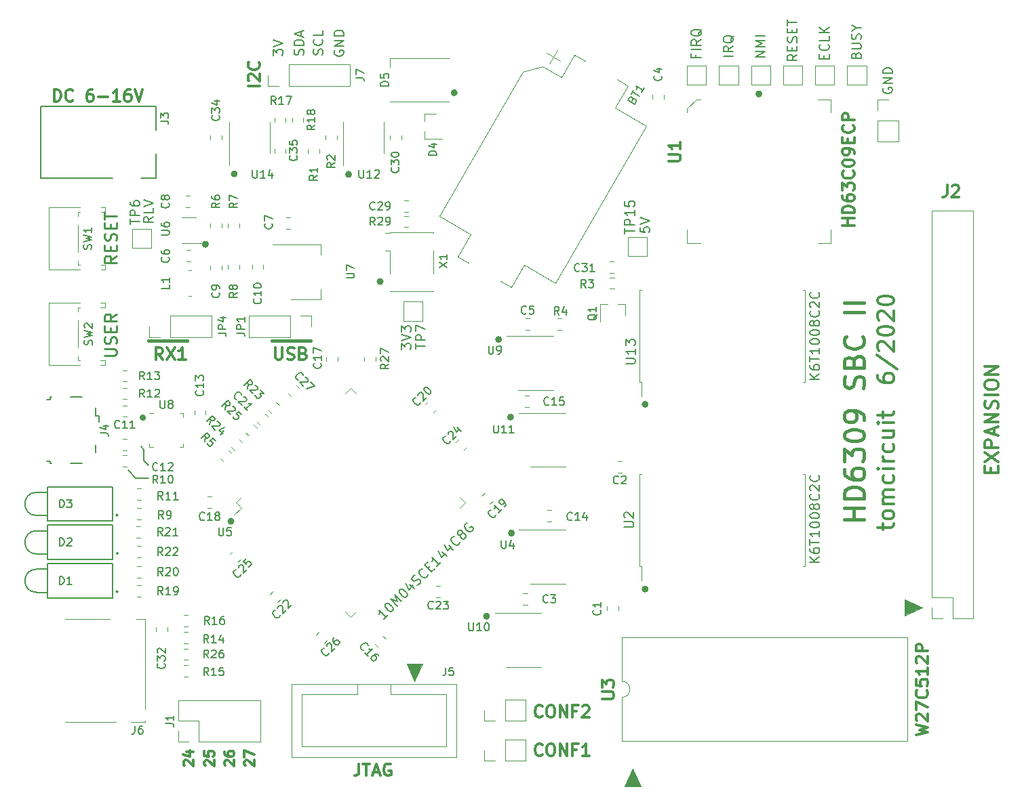
<source format=gbr>
%TF.GenerationSoftware,KiCad,Pcbnew,(5.1.6)-1*%
%TF.CreationDate,2020-07-06T11:54:37-04:00*%
%TF.ProjectId,hd6309sbc_v2,68643633-3039-4736-9263-5f76322e6b69,rev?*%
%TF.SameCoordinates,Original*%
%TF.FileFunction,Legend,Top*%
%TF.FilePolarity,Positive*%
%FSLAX46Y46*%
G04 Gerber Fmt 4.6, Leading zero omitted, Abs format (unit mm)*
G04 Created by KiCad (PCBNEW (5.1.6)-1) date 2020-07-06 11:54:37*
%MOMM*%
%LPD*%
G01*
G04 APERTURE LIST*
%ADD10C,0.400000*%
%ADD11C,0.300000*%
%ADD12C,0.100000*%
%ADD13C,0.150000*%
%ADD14C,0.200000*%
%ADD15C,0.127000*%
%ADD16C,0.120000*%
%ADD17C,0.350000*%
%ADD18C,0.250000*%
G04 APERTURE END LIST*
D10*
X101151662Y-59798633D02*
G75*
G03*
X101151662Y-59798633I-223607J0D01*
G01*
D11*
X64535714Y-93178571D02*
X64035714Y-92464285D01*
X63678571Y-93178571D02*
X63678571Y-91678571D01*
X64250000Y-91678571D01*
X64392857Y-91750000D01*
X64464285Y-91821428D01*
X64535714Y-91964285D01*
X64535714Y-92178571D01*
X64464285Y-92321428D01*
X64392857Y-92392857D01*
X64250000Y-92464285D01*
X63678571Y-92464285D01*
X65035714Y-91678571D02*
X66035714Y-93178571D01*
X66035714Y-91678571D02*
X65035714Y-93178571D01*
X67392857Y-93178571D02*
X66535714Y-93178571D01*
X66964285Y-93178571D02*
X66964285Y-91678571D01*
X66821428Y-91892857D01*
X66678571Y-92035714D01*
X66535714Y-92107142D01*
X154471428Y-114414285D02*
X154471428Y-113652380D01*
X153804761Y-114128571D02*
X155519047Y-114128571D01*
X155709523Y-114033333D01*
X155804761Y-113842857D01*
X155804761Y-113652380D01*
X155804761Y-112700000D02*
X155709523Y-112890476D01*
X155614285Y-112985714D01*
X155423809Y-113080952D01*
X154852380Y-113080952D01*
X154661904Y-112985714D01*
X154566666Y-112890476D01*
X154471428Y-112700000D01*
X154471428Y-112414285D01*
X154566666Y-112223809D01*
X154661904Y-112128571D01*
X154852380Y-112033333D01*
X155423809Y-112033333D01*
X155614285Y-112128571D01*
X155709523Y-112223809D01*
X155804761Y-112414285D01*
X155804761Y-112700000D01*
X155804761Y-111176190D02*
X154471428Y-111176190D01*
X154661904Y-111176190D02*
X154566666Y-111080952D01*
X154471428Y-110890476D01*
X154471428Y-110604761D01*
X154566666Y-110414285D01*
X154757142Y-110319047D01*
X155804761Y-110319047D01*
X154757142Y-110319047D02*
X154566666Y-110223809D01*
X154471428Y-110033333D01*
X154471428Y-109747619D01*
X154566666Y-109557142D01*
X154757142Y-109461904D01*
X155804761Y-109461904D01*
X155709523Y-107652380D02*
X155804761Y-107842857D01*
X155804761Y-108223809D01*
X155709523Y-108414285D01*
X155614285Y-108509523D01*
X155423809Y-108604761D01*
X154852380Y-108604761D01*
X154661904Y-108509523D01*
X154566666Y-108414285D01*
X154471428Y-108223809D01*
X154471428Y-107842857D01*
X154566666Y-107652380D01*
X155804761Y-106795238D02*
X154471428Y-106795238D01*
X153804761Y-106795238D02*
X153900000Y-106890476D01*
X153995238Y-106795238D01*
X153900000Y-106700000D01*
X153804761Y-106795238D01*
X153995238Y-106795238D01*
X155804761Y-105842857D02*
X154471428Y-105842857D01*
X154852380Y-105842857D02*
X154661904Y-105747619D01*
X154566666Y-105652380D01*
X154471428Y-105461904D01*
X154471428Y-105271428D01*
X155709523Y-103747619D02*
X155804761Y-103938095D01*
X155804761Y-104319047D01*
X155709523Y-104509523D01*
X155614285Y-104604761D01*
X155423809Y-104700000D01*
X154852380Y-104700000D01*
X154661904Y-104604761D01*
X154566666Y-104509523D01*
X154471428Y-104319047D01*
X154471428Y-103938095D01*
X154566666Y-103747619D01*
X154471428Y-102033333D02*
X155804761Y-102033333D01*
X154471428Y-102890476D02*
X155519047Y-102890476D01*
X155709523Y-102795238D01*
X155804761Y-102604761D01*
X155804761Y-102319047D01*
X155709523Y-102128571D01*
X155614285Y-102033333D01*
X155804761Y-101080952D02*
X154471428Y-101080952D01*
X153804761Y-101080952D02*
X153900000Y-101176190D01*
X153995238Y-101080952D01*
X153900000Y-100985714D01*
X153804761Y-101080952D01*
X153995238Y-101080952D01*
X154471428Y-100414285D02*
X154471428Y-99652380D01*
X153804761Y-100128571D02*
X155519047Y-100128571D01*
X155709523Y-100033333D01*
X155804761Y-99842857D01*
X155804761Y-99652380D01*
X153804761Y-95080952D02*
X153804761Y-95461904D01*
X153900000Y-95652380D01*
X153995238Y-95747619D01*
X154280952Y-95938095D01*
X154661904Y-96033333D01*
X155423809Y-96033333D01*
X155614285Y-95938095D01*
X155709523Y-95842857D01*
X155804761Y-95652380D01*
X155804761Y-95271428D01*
X155709523Y-95080952D01*
X155614285Y-94985714D01*
X155423809Y-94890476D01*
X154947619Y-94890476D01*
X154757142Y-94985714D01*
X154661904Y-95080952D01*
X154566666Y-95271428D01*
X154566666Y-95652380D01*
X154661904Y-95842857D01*
X154757142Y-95938095D01*
X154947619Y-96033333D01*
X153709523Y-92604761D02*
X156280952Y-94319047D01*
X153995238Y-92033333D02*
X153900000Y-91938095D01*
X153804761Y-91747619D01*
X153804761Y-91271428D01*
X153900000Y-91080952D01*
X153995238Y-90985714D01*
X154185714Y-90890476D01*
X154376190Y-90890476D01*
X154661904Y-90985714D01*
X155804761Y-92128571D01*
X155804761Y-90890476D01*
X153804761Y-89652380D02*
X153804761Y-89461904D01*
X153900000Y-89271428D01*
X153995238Y-89176190D01*
X154185714Y-89080952D01*
X154566666Y-88985714D01*
X155042857Y-88985714D01*
X155423809Y-89080952D01*
X155614285Y-89176190D01*
X155709523Y-89271428D01*
X155804761Y-89461904D01*
X155804761Y-89652380D01*
X155709523Y-89842857D01*
X155614285Y-89938095D01*
X155423809Y-90033333D01*
X155042857Y-90128571D01*
X154566666Y-90128571D01*
X154185714Y-90033333D01*
X153995238Y-89938095D01*
X153900000Y-89842857D01*
X153804761Y-89652380D01*
X153995238Y-88223809D02*
X153900000Y-88128571D01*
X153804761Y-87938095D01*
X153804761Y-87461904D01*
X153900000Y-87271428D01*
X153995238Y-87176190D01*
X154185714Y-87080952D01*
X154376190Y-87080952D01*
X154661904Y-87176190D01*
X155804761Y-88319047D01*
X155804761Y-87080952D01*
X153804761Y-85842857D02*
X153804761Y-85652380D01*
X153900000Y-85461904D01*
X153995238Y-85366666D01*
X154185714Y-85271428D01*
X154566666Y-85176190D01*
X155042857Y-85176190D01*
X155423809Y-85271428D01*
X155614285Y-85366666D01*
X155709523Y-85461904D01*
X155804761Y-85652380D01*
X155804761Y-85842857D01*
X155709523Y-86033333D01*
X155614285Y-86128571D01*
X155423809Y-86223809D01*
X155042857Y-86319047D01*
X154566666Y-86319047D01*
X154185714Y-86223809D01*
X153995238Y-86128571D01*
X153900000Y-86033333D01*
X153804761Y-85842857D01*
D10*
X152130952Y-113111904D02*
X149630952Y-113111904D01*
X150821428Y-113111904D02*
X150821428Y-111683333D01*
X152130952Y-111683333D02*
X149630952Y-111683333D01*
X152130952Y-110492857D02*
X149630952Y-110492857D01*
X149630952Y-109897619D01*
X149750000Y-109540476D01*
X149988095Y-109302380D01*
X150226190Y-109183333D01*
X150702380Y-109064285D01*
X151059523Y-109064285D01*
X151535714Y-109183333D01*
X151773809Y-109302380D01*
X152011904Y-109540476D01*
X152130952Y-109897619D01*
X152130952Y-110492857D01*
X149630952Y-106921428D02*
X149630952Y-107397619D01*
X149750000Y-107635714D01*
X149869047Y-107754761D01*
X150226190Y-107992857D01*
X150702380Y-108111904D01*
X151654761Y-108111904D01*
X151892857Y-107992857D01*
X152011904Y-107873809D01*
X152130952Y-107635714D01*
X152130952Y-107159523D01*
X152011904Y-106921428D01*
X151892857Y-106802380D01*
X151654761Y-106683333D01*
X151059523Y-106683333D01*
X150821428Y-106802380D01*
X150702380Y-106921428D01*
X150583333Y-107159523D01*
X150583333Y-107635714D01*
X150702380Y-107873809D01*
X150821428Y-107992857D01*
X151059523Y-108111904D01*
X149630952Y-105850000D02*
X149630952Y-104302380D01*
X150583333Y-105135714D01*
X150583333Y-104778571D01*
X150702380Y-104540476D01*
X150821428Y-104421428D01*
X151059523Y-104302380D01*
X151654761Y-104302380D01*
X151892857Y-104421428D01*
X152011904Y-104540476D01*
X152130952Y-104778571D01*
X152130952Y-105492857D01*
X152011904Y-105730952D01*
X151892857Y-105850000D01*
X149630952Y-102754761D02*
X149630952Y-102516666D01*
X149750000Y-102278571D01*
X149869047Y-102159523D01*
X150107142Y-102040476D01*
X150583333Y-101921428D01*
X151178571Y-101921428D01*
X151654761Y-102040476D01*
X151892857Y-102159523D01*
X152011904Y-102278571D01*
X152130952Y-102516666D01*
X152130952Y-102754761D01*
X152011904Y-102992857D01*
X151892857Y-103111904D01*
X151654761Y-103230952D01*
X151178571Y-103350000D01*
X150583333Y-103350000D01*
X150107142Y-103230952D01*
X149869047Y-103111904D01*
X149750000Y-102992857D01*
X149630952Y-102754761D01*
X152130952Y-100730952D02*
X152130952Y-100254761D01*
X152011904Y-100016666D01*
X151892857Y-99897619D01*
X151535714Y-99659523D01*
X151059523Y-99540476D01*
X150107142Y-99540476D01*
X149869047Y-99659523D01*
X149750000Y-99778571D01*
X149630952Y-100016666D01*
X149630952Y-100492857D01*
X149750000Y-100730952D01*
X149869047Y-100850000D01*
X150107142Y-100969047D01*
X150702380Y-100969047D01*
X150940476Y-100850000D01*
X151059523Y-100730952D01*
X151178571Y-100492857D01*
X151178571Y-100016666D01*
X151059523Y-99778571D01*
X150940476Y-99659523D01*
X150702380Y-99540476D01*
X152011904Y-96683333D02*
X152130952Y-96326190D01*
X152130952Y-95730952D01*
X152011904Y-95492857D01*
X151892857Y-95373809D01*
X151654761Y-95254761D01*
X151416666Y-95254761D01*
X151178571Y-95373809D01*
X151059523Y-95492857D01*
X150940476Y-95730952D01*
X150821428Y-96207142D01*
X150702380Y-96445238D01*
X150583333Y-96564285D01*
X150345238Y-96683333D01*
X150107142Y-96683333D01*
X149869047Y-96564285D01*
X149750000Y-96445238D01*
X149630952Y-96207142D01*
X149630952Y-95611904D01*
X149750000Y-95254761D01*
X150821428Y-93350000D02*
X150940476Y-92992857D01*
X151059523Y-92873809D01*
X151297619Y-92754761D01*
X151654761Y-92754761D01*
X151892857Y-92873809D01*
X152011904Y-92992857D01*
X152130952Y-93230952D01*
X152130952Y-94183333D01*
X149630952Y-94183333D01*
X149630952Y-93350000D01*
X149750000Y-93111904D01*
X149869047Y-92992857D01*
X150107142Y-92873809D01*
X150345238Y-92873809D01*
X150583333Y-92992857D01*
X150702380Y-93111904D01*
X150821428Y-93350000D01*
X150821428Y-94183333D01*
X151892857Y-90254761D02*
X152011904Y-90373809D01*
X152130952Y-90730952D01*
X152130952Y-90969047D01*
X152011904Y-91326190D01*
X151773809Y-91564285D01*
X151535714Y-91683333D01*
X151059523Y-91802380D01*
X150702380Y-91802380D01*
X150226190Y-91683333D01*
X149988095Y-91564285D01*
X149750000Y-91326190D01*
X149630952Y-90969047D01*
X149630952Y-90730952D01*
X149750000Y-90373809D01*
X149869047Y-90254761D01*
X152130952Y-87278571D02*
X149630952Y-87278571D01*
X152130952Y-86088095D02*
X149630952Y-86088095D01*
X73285147Y-113364087D02*
G75*
G03*
X73285147Y-113364087I-223607J0D01*
G01*
X124991840Y-98739761D02*
G75*
G03*
X124991840Y-98739761I-223607J0D01*
G01*
X124991840Y-121839761D02*
G75*
G03*
X124991840Y-121839761I-223607J0D01*
G01*
X105191840Y-125239761D02*
G75*
G03*
X105191840Y-125239761I-223607J0D01*
G01*
X108291840Y-114839761D02*
G75*
G03*
X108291840Y-114839761I-223607J0D01*
G01*
X108191840Y-100339761D02*
G75*
G03*
X108191840Y-100339761I-223607J0D01*
G01*
X106691840Y-90639761D02*
G75*
G03*
X106691840Y-90639761I-223607J0D01*
G01*
X91903529Y-83404567D02*
G75*
G03*
X91903529Y-83404567I-223607J0D01*
G01*
X70091840Y-78739761D02*
G75*
G03*
X70091840Y-78739761I-223607J0D01*
G01*
X73691840Y-69939761D02*
G75*
G03*
X73691840Y-69939761I-223607J0D01*
G01*
X87972101Y-69998633D02*
G75*
G03*
X87972101Y-69998633I-223607J0D01*
G01*
X139191840Y-59939761D02*
G75*
G03*
X139191840Y-59939761I-223607J0D01*
G01*
D11*
X62291840Y-100406544D02*
G75*
G03*
X62291840Y-100406544I-223607J0D01*
G01*
D12*
G36*
X124200000Y-146511889D02*
G01*
X122200000Y-146511889D01*
X123200000Y-144311889D01*
X124200000Y-146511889D01*
G37*
X124200000Y-146511889D02*
X122200000Y-146511889D01*
X123200000Y-144311889D01*
X124200000Y-146511889D01*
G36*
X159385215Y-124159841D02*
G01*
X157185215Y-125159841D01*
X157185215Y-123159841D01*
X159385215Y-124159841D01*
G37*
X159385215Y-124159841D02*
X157185215Y-125159841D01*
X157185215Y-123159841D01*
X159385215Y-124159841D01*
G36*
X96000000Y-133400000D02*
G01*
X95000000Y-131200000D01*
X97000000Y-131200000D01*
X96000000Y-133400000D01*
G37*
X96000000Y-133400000D02*
X95000000Y-131200000D01*
X97000000Y-131200000D01*
X96000000Y-133400000D01*
D13*
X62200000Y-105800000D02*
X62800000Y-106400000D01*
X62200000Y-104400000D02*
X62200000Y-105800000D01*
X61800000Y-104000000D02*
X62200000Y-104400000D01*
X61200000Y-108000000D02*
X60200000Y-107000000D01*
X62800000Y-108000000D02*
X61200000Y-108000000D01*
D11*
X74857142Y-143914285D02*
X74800000Y-143857142D01*
X74742857Y-143742857D01*
X74742857Y-143457142D01*
X74800000Y-143342857D01*
X74857142Y-143285714D01*
X74971428Y-143228571D01*
X75085714Y-143228571D01*
X75257142Y-143285714D01*
X75942857Y-143971428D01*
X75942857Y-143228571D01*
X74742857Y-142828571D02*
X74742857Y-142028571D01*
X75942857Y-142542857D01*
X72357142Y-143914285D02*
X72300000Y-143857142D01*
X72242857Y-143742857D01*
X72242857Y-143457142D01*
X72300000Y-143342857D01*
X72357142Y-143285714D01*
X72471428Y-143228571D01*
X72585714Y-143228571D01*
X72757142Y-143285714D01*
X73442857Y-143971428D01*
X73442857Y-143228571D01*
X72242857Y-142200000D02*
X72242857Y-142428571D01*
X72300000Y-142542857D01*
X72357142Y-142600000D01*
X72528571Y-142714285D01*
X72757142Y-142771428D01*
X73214285Y-142771428D01*
X73328571Y-142714285D01*
X73385714Y-142657142D01*
X73442857Y-142542857D01*
X73442857Y-142314285D01*
X73385714Y-142200000D01*
X73328571Y-142142857D01*
X73214285Y-142085714D01*
X72928571Y-142085714D01*
X72814285Y-142142857D01*
X72757142Y-142200000D01*
X72700000Y-142314285D01*
X72700000Y-142542857D01*
X72757142Y-142657142D01*
X72814285Y-142714285D01*
X72928571Y-142771428D01*
X69857142Y-143914285D02*
X69800000Y-143857142D01*
X69742857Y-143742857D01*
X69742857Y-143457142D01*
X69800000Y-143342857D01*
X69857142Y-143285714D01*
X69971428Y-143228571D01*
X70085714Y-143228571D01*
X70257142Y-143285714D01*
X70942857Y-143971428D01*
X70942857Y-143228571D01*
X69742857Y-142142857D02*
X69742857Y-142714285D01*
X70314285Y-142771428D01*
X70257142Y-142714285D01*
X70200000Y-142600000D01*
X70200000Y-142314285D01*
X70257142Y-142200000D01*
X70314285Y-142142857D01*
X70428571Y-142085714D01*
X70714285Y-142085714D01*
X70828571Y-142142857D01*
X70885714Y-142200000D01*
X70942857Y-142314285D01*
X70942857Y-142600000D01*
X70885714Y-142714285D01*
X70828571Y-142771428D01*
X67257142Y-143914285D02*
X67200000Y-143857142D01*
X67142857Y-143742857D01*
X67142857Y-143457142D01*
X67200000Y-143342857D01*
X67257142Y-143285714D01*
X67371428Y-143228571D01*
X67485714Y-143228571D01*
X67657142Y-143285714D01*
X68342857Y-143971428D01*
X68342857Y-143228571D01*
X67542857Y-142200000D02*
X68342857Y-142200000D01*
X67085714Y-142485714D02*
X67942857Y-142771428D01*
X67942857Y-142028571D01*
D10*
X78200000Y-90800000D02*
X83000000Y-90800000D01*
D11*
X78607142Y-91678571D02*
X78607142Y-92892857D01*
X78678571Y-93035714D01*
X78750000Y-93107142D01*
X78892857Y-93178571D01*
X79178571Y-93178571D01*
X79321428Y-93107142D01*
X79392857Y-93035714D01*
X79464285Y-92892857D01*
X79464285Y-91678571D01*
X80107142Y-93107142D02*
X80321428Y-93178571D01*
X80678571Y-93178571D01*
X80821428Y-93107142D01*
X80892857Y-93035714D01*
X80964285Y-92892857D01*
X80964285Y-92750000D01*
X80892857Y-92607142D01*
X80821428Y-92535714D01*
X80678571Y-92464285D01*
X80392857Y-92392857D01*
X80250000Y-92321428D01*
X80178571Y-92250000D01*
X80107142Y-92107142D01*
X80107142Y-91964285D01*
X80178571Y-91821428D01*
X80250000Y-91750000D01*
X80392857Y-91678571D01*
X80750000Y-91678571D01*
X80964285Y-91750000D01*
X82107142Y-92392857D02*
X82321428Y-92464285D01*
X82392857Y-92535714D01*
X82464285Y-92678571D01*
X82464285Y-92892857D01*
X82392857Y-93035714D01*
X82321428Y-93107142D01*
X82178571Y-93178571D01*
X81607142Y-93178571D01*
X81607142Y-91678571D01*
X82107142Y-91678571D01*
X82250000Y-91750000D01*
X82321428Y-91821428D01*
X82392857Y-91964285D01*
X82392857Y-92107142D01*
X82321428Y-92250000D01*
X82250000Y-92321428D01*
X82107142Y-92392857D01*
X81607142Y-92392857D01*
D14*
X86000000Y-54514285D02*
X85942857Y-54628571D01*
X85942857Y-54800000D01*
X86000000Y-54971428D01*
X86114285Y-55085714D01*
X86228571Y-55142857D01*
X86457142Y-55200000D01*
X86628571Y-55200000D01*
X86857142Y-55142857D01*
X86971428Y-55085714D01*
X87085714Y-54971428D01*
X87142857Y-54800000D01*
X87142857Y-54685714D01*
X87085714Y-54514285D01*
X87028571Y-54457142D01*
X86628571Y-54457142D01*
X86628571Y-54685714D01*
X87142857Y-53942857D02*
X85942857Y-53942857D01*
X87142857Y-53257142D01*
X85942857Y-53257142D01*
X87142857Y-52685714D02*
X85942857Y-52685714D01*
X85942857Y-52400000D01*
X86000000Y-52228571D01*
X86114285Y-52114285D01*
X86228571Y-52057142D01*
X86457142Y-52000000D01*
X86628571Y-52000000D01*
X86857142Y-52057142D01*
X86971428Y-52114285D01*
X87085714Y-52228571D01*
X87142857Y-52400000D01*
X87142857Y-52685714D01*
X78342857Y-55114285D02*
X78342857Y-54371428D01*
X78800000Y-54771428D01*
X78800000Y-54600000D01*
X78857142Y-54485714D01*
X78914285Y-54428571D01*
X79028571Y-54371428D01*
X79314285Y-54371428D01*
X79428571Y-54428571D01*
X79485714Y-54485714D01*
X79542857Y-54600000D01*
X79542857Y-54942857D01*
X79485714Y-55057142D01*
X79428571Y-55114285D01*
X78342857Y-54028571D02*
X79542857Y-53628571D01*
X78342857Y-53228571D01*
X84485714Y-55028571D02*
X84542857Y-54857142D01*
X84542857Y-54571428D01*
X84485714Y-54457142D01*
X84428571Y-54400000D01*
X84314285Y-54342857D01*
X84200000Y-54342857D01*
X84085714Y-54400000D01*
X84028571Y-54457142D01*
X83971428Y-54571428D01*
X83914285Y-54800000D01*
X83857142Y-54914285D01*
X83800000Y-54971428D01*
X83685714Y-55028571D01*
X83571428Y-55028571D01*
X83457142Y-54971428D01*
X83400000Y-54914285D01*
X83342857Y-54800000D01*
X83342857Y-54514285D01*
X83400000Y-54342857D01*
X84428571Y-53142857D02*
X84485714Y-53200000D01*
X84542857Y-53371428D01*
X84542857Y-53485714D01*
X84485714Y-53657142D01*
X84371428Y-53771428D01*
X84257142Y-53828571D01*
X84028571Y-53885714D01*
X83857142Y-53885714D01*
X83628571Y-53828571D01*
X83514285Y-53771428D01*
X83400000Y-53657142D01*
X83342857Y-53485714D01*
X83342857Y-53371428D01*
X83400000Y-53200000D01*
X83457142Y-53142857D01*
X84542857Y-52057142D02*
X84542857Y-52628571D01*
X83342857Y-52628571D01*
X82085714Y-55057142D02*
X82142857Y-54885714D01*
X82142857Y-54600000D01*
X82085714Y-54485714D01*
X82028571Y-54428571D01*
X81914285Y-54371428D01*
X81800000Y-54371428D01*
X81685714Y-54428571D01*
X81628571Y-54485714D01*
X81571428Y-54600000D01*
X81514285Y-54828571D01*
X81457142Y-54942857D01*
X81400000Y-55000000D01*
X81285714Y-55057142D01*
X81171428Y-55057142D01*
X81057142Y-55000000D01*
X81000000Y-54942857D01*
X80942857Y-54828571D01*
X80942857Y-54542857D01*
X81000000Y-54371428D01*
X82142857Y-53857142D02*
X80942857Y-53857142D01*
X80942857Y-53571428D01*
X81000000Y-53400000D01*
X81114285Y-53285714D01*
X81228571Y-53228571D01*
X81457142Y-53171428D01*
X81628571Y-53171428D01*
X81857142Y-53228571D01*
X81971428Y-53285714D01*
X82085714Y-53400000D01*
X82142857Y-53571428D01*
X82142857Y-53857142D01*
X81800000Y-52714285D02*
X81800000Y-52142857D01*
X82142857Y-52828571D02*
X80942857Y-52428571D01*
X82142857Y-52028571D01*
D10*
X62800000Y-90800000D02*
X67600000Y-90800000D01*
D15*
%TO.C,J3*%
X49300000Y-70500000D02*
X49300000Y-61500000D01*
X49300000Y-61500000D02*
X63700000Y-61500000D01*
X63700000Y-70500000D02*
X61850000Y-70500000D01*
X63700000Y-61500000D02*
X63700000Y-64450000D01*
X58250000Y-70500000D02*
X49300000Y-70500000D01*
X63700000Y-67450000D02*
X63700000Y-70500000D01*
D16*
%TO.C,C29*%
X95221078Y-73290000D02*
X94703922Y-73290000D01*
X95221078Y-74710000D02*
X94703922Y-74710000D01*
%TO.C,TP15*%
X122600000Y-80200000D02*
X122600000Y-77800000D01*
X122600000Y-77800000D02*
X125000000Y-77800000D01*
X125000000Y-77800000D02*
X125000000Y-80200000D01*
X125000000Y-80200000D02*
X122600000Y-80200000D01*
%TO.C,BT1*%
X102990802Y-77504388D02*
X101390802Y-80275670D01*
X101390802Y-80275670D02*
X102733142Y-81050670D01*
X99093688Y-75254388D02*
X102990802Y-77504388D01*
X99093688Y-75254388D02*
X109543688Y-57154457D01*
X112002534Y-56495612D02*
X114340802Y-57845612D01*
X109543688Y-57154457D02*
X112002534Y-56495612D01*
X114340802Y-57845612D02*
X115940802Y-55074330D01*
X115940802Y-55074330D02*
X117283142Y-55849330D01*
X121009198Y-61695612D02*
X122609198Y-58924330D01*
X122609198Y-58924330D02*
X121266858Y-58149330D01*
X109659198Y-81354388D02*
X108059198Y-84125670D01*
X108059198Y-84125670D02*
X106716858Y-83350670D01*
X124906312Y-63945612D02*
X113556312Y-83604388D01*
X124906312Y-63945612D02*
X121009198Y-61695612D01*
X113556312Y-83604388D02*
X109659198Y-81354388D01*
X114169873Y-55841670D02*
X112437822Y-54841670D01*
X112803848Y-56207695D02*
X113803848Y-54475644D01*
%TO.C,R29*%
X95221078Y-76610000D02*
X94703922Y-76610000D01*
X95221078Y-75190000D02*
X94703922Y-75190000D01*
%TO.C,U5*%
X101625948Y-111671751D02*
X102297699Y-111000000D01*
X102297699Y-111000000D02*
X101625948Y-110328249D01*
X88671751Y-124625948D02*
X88000000Y-125297699D01*
X88000000Y-125297699D02*
X87328249Y-124625948D01*
X87328249Y-97374052D02*
X88000000Y-96702301D01*
X88000000Y-96702301D02*
X88671751Y-97374052D01*
X74374052Y-110328249D02*
X73702301Y-111000000D01*
X73702301Y-111000000D02*
X74374052Y-111671751D01*
X74374052Y-111671751D02*
X73461885Y-112583919D01*
%TO.C,U8*%
X66635000Y-99890000D02*
X67110000Y-99890000D01*
X67110000Y-99890000D02*
X67110000Y-100365000D01*
X63365000Y-104110000D02*
X62890000Y-104110000D01*
X62890000Y-104110000D02*
X62890000Y-103635000D01*
X66635000Y-104110000D02*
X67110000Y-104110000D01*
X67110000Y-104110000D02*
X67110000Y-103635000D01*
X63365000Y-99890000D02*
X62890000Y-99890000D01*
D13*
%TO.C,J4*%
X54450000Y-97850000D02*
X53050000Y-97850000D01*
X50650000Y-97850000D02*
X50500000Y-97850000D01*
X50500000Y-97850000D02*
X50500000Y-98150000D01*
X50500000Y-98150000D02*
X50050000Y-98150000D01*
X50050000Y-105850000D02*
X50500000Y-105850000D01*
X50500000Y-105850000D02*
X50500000Y-106150000D01*
X50500000Y-106150000D02*
X50650000Y-106150000D01*
X53050000Y-106150000D02*
X54450000Y-106150000D01*
X56625000Y-100925000D02*
X56625000Y-100200000D01*
X56625000Y-100200000D02*
X56200000Y-100200000D01*
X56200000Y-100200000D02*
X56200000Y-99200000D01*
X56200000Y-103800000D02*
X56200000Y-104800000D01*
D16*
%TO.C,J2*%
X165744200Y-125485200D02*
X163144200Y-125485200D01*
X165744200Y-125485200D02*
X165744200Y-74565200D01*
X165744200Y-74565200D02*
X160544200Y-74565200D01*
X160544200Y-122885200D02*
X160544200Y-74565200D01*
X163144200Y-122885200D02*
X160544200Y-122885200D01*
X163144200Y-125485200D02*
X163144200Y-122885200D01*
X160544200Y-125485200D02*
X160544200Y-124155200D01*
X161874200Y-125485200D02*
X160544200Y-125485200D01*
%TO.C,Q1*%
X122280000Y-86240000D02*
X121350000Y-86240000D01*
X119120000Y-86240000D02*
X120050000Y-86240000D01*
X119120000Y-86240000D02*
X119120000Y-88400000D01*
X122280000Y-86240000D02*
X122280000Y-87700000D01*
%TO.C,C1*%
X121410000Y-124016422D02*
X121410000Y-124533578D01*
X119990000Y-124016422D02*
X119990000Y-124533578D01*
%TO.C,C2*%
X121858578Y-107310000D02*
X121341422Y-107310000D01*
X121858578Y-105890000D02*
X121341422Y-105890000D01*
%TO.C,C3*%
X110058578Y-123810000D02*
X109541422Y-123810000D01*
X110058578Y-122390000D02*
X109541422Y-122390000D01*
%TO.C,C4*%
X125690000Y-60558578D02*
X125690000Y-60041422D01*
X127110000Y-60558578D02*
X127110000Y-60041422D01*
%TO.C,C5*%
X110333578Y-89410000D02*
X109816422Y-89410000D01*
X110333578Y-87990000D02*
X109816422Y-87990000D01*
%TO.C,C6*%
X68033578Y-80910000D02*
X67516422Y-80910000D01*
X68033578Y-79490000D02*
X67516422Y-79490000D01*
%TO.C,C7*%
X80496078Y-76810000D02*
X79978922Y-76810000D01*
X80496078Y-75390000D02*
X79978922Y-75390000D01*
%TO.C,C8*%
X67403922Y-72690000D02*
X67921078Y-72690000D01*
X67403922Y-74110000D02*
X67921078Y-74110000D01*
%TO.C,C9*%
X70490000Y-81883578D02*
X70490000Y-81366422D01*
X71910000Y-81883578D02*
X71910000Y-81366422D01*
%TO.C,C10*%
X75690000Y-81858578D02*
X75690000Y-81341422D01*
X77110000Y-81858578D02*
X77110000Y-81341422D01*
%TO.C,C11*%
X59541422Y-98890000D02*
X60058578Y-98890000D01*
X59541422Y-100310000D02*
X60058578Y-100310000D01*
%TO.C,C12*%
X60058578Y-104510000D02*
X59541422Y-104510000D01*
X60058578Y-103090000D02*
X59541422Y-103090000D01*
%TO.C,C13*%
X68490000Y-100058578D02*
X68490000Y-99541422D01*
X69910000Y-100058578D02*
X69910000Y-99541422D01*
%TO.C,C14*%
X113058578Y-113410000D02*
X112541422Y-113410000D01*
X113058578Y-111990000D02*
X112541422Y-111990000D01*
%TO.C,C15*%
X110258578Y-99110000D02*
X109741422Y-99110000D01*
X110258578Y-97690000D02*
X109741422Y-97690000D01*
%TO.C,C16*%
X92019204Y-127715112D02*
X92384888Y-128080796D01*
X91015112Y-128719204D02*
X91380796Y-129084888D01*
%TO.C,C17*%
X84990000Y-93358578D02*
X84990000Y-92841422D01*
X86410000Y-93358578D02*
X86410000Y-92841422D01*
%TO.C,C18*%
X70658578Y-111710000D02*
X70141422Y-111710000D01*
X70658578Y-110290000D02*
X70141422Y-110290000D01*
%TO.C,C19*%
X104378025Y-110217883D02*
X104743709Y-109852199D01*
X105382117Y-111221975D02*
X105747801Y-110856291D01*
%TO.C,C20*%
X97315112Y-98780796D02*
X97680796Y-98415112D01*
X98319204Y-99784888D02*
X98684888Y-99419204D01*
%TO.C,C21*%
X76680796Y-101284888D02*
X76315112Y-100919204D01*
X77684888Y-100280796D02*
X77319204Y-99915112D01*
%TO.C,C22*%
X79260104Y-123143988D02*
X78894420Y-123509672D01*
X78256012Y-122139896D02*
X77890328Y-122505580D01*
%TO.C,C23*%
X98678509Y-121427087D02*
X99195665Y-121427087D01*
X98678509Y-122847087D02*
X99195665Y-122847087D01*
%TO.C,C30*%
X92890000Y-65658578D02*
X92890000Y-65141422D01*
X94310000Y-65658578D02*
X94310000Y-65141422D01*
%TO.C,C34*%
X71910000Y-65166422D02*
X71910000Y-65683578D01*
X70490000Y-65166422D02*
X70490000Y-65683578D01*
%TO.C,C35*%
X79910000Y-66803922D02*
X79910000Y-67321078D01*
X78490000Y-66803922D02*
X78490000Y-67321078D01*
%TO.C,C31*%
X120858578Y-82310000D02*
X120341422Y-82310000D01*
X120858578Y-80890000D02*
X120341422Y-80890000D01*
%TO.C,C24*%
X101139896Y-103456012D02*
X101505580Y-103090328D01*
X102143988Y-104460104D02*
X102509672Y-104094420D01*
%TO.C,C25*%
X74260104Y-118143988D02*
X73894420Y-118509672D01*
X73256012Y-117139896D02*
X72890328Y-117505580D01*
%TO.C,C26*%
X85060104Y-128243988D02*
X84694420Y-128609672D01*
X84056012Y-127239896D02*
X83690328Y-127605580D01*
%TO.C,C27*%
X80556012Y-97760104D02*
X80190328Y-97394420D01*
X81560104Y-96756012D02*
X81194420Y-96390328D01*
%TO.C,C32*%
X63690000Y-127158578D02*
X63690000Y-126641422D01*
X65110000Y-127158578D02*
X65110000Y-126641422D01*
D14*
%TO.C,D3*%
X58980000Y-112580000D02*
G75*
G03*
X58980000Y-112580000I-125000J0D01*
G01*
D15*
X50095000Y-109750000D02*
X48785000Y-109750000D01*
X48785000Y-112650000D02*
X50095000Y-112650000D01*
X58265000Y-109050000D02*
X50135000Y-109050000D01*
X50135000Y-109050000D02*
X50135000Y-113350000D01*
X50135000Y-113350000D02*
X58265000Y-113350000D01*
X58265000Y-113350000D02*
X58265000Y-109050000D01*
X48785000Y-109750000D02*
G75*
G03*
X48785000Y-112650000I0J-1450000D01*
G01*
D16*
%TO.C,R1*%
X84110000Y-66803922D02*
X84110000Y-67321078D01*
X82690000Y-66803922D02*
X82690000Y-67321078D01*
%TO.C,R2*%
X86310000Y-65141422D02*
X86310000Y-65658578D01*
X84890000Y-65141422D02*
X84890000Y-65658578D01*
%TO.C,R3*%
X120896078Y-84310000D02*
X120378922Y-84310000D01*
X120896078Y-82890000D02*
X120378922Y-82890000D01*
%TO.C,R4*%
X113816422Y-87990000D02*
X114333578Y-87990000D01*
X113816422Y-89410000D02*
X114333578Y-89410000D01*
%TO.C,R6*%
X71910000Y-76141422D02*
X71910000Y-76658578D01*
X70490000Y-76141422D02*
X70490000Y-76658578D01*
%TO.C,R7*%
X74110000Y-76141422D02*
X74110000Y-76658578D01*
X72690000Y-76141422D02*
X72690000Y-76658578D01*
%TO.C,R8*%
X72690000Y-81858578D02*
X72690000Y-81341422D01*
X74110000Y-81858578D02*
X74110000Y-81341422D01*
%TO.C,R9*%
X61341422Y-111690000D02*
X61858578Y-111690000D01*
X61341422Y-113110000D02*
X61858578Y-113110000D01*
%TO.C,R10*%
X60058578Y-106510000D02*
X59541422Y-106510000D01*
X60058578Y-105090000D02*
X59541422Y-105090000D01*
%TO.C,R12*%
X59541422Y-96690000D02*
X60058578Y-96690000D01*
X59541422Y-98110000D02*
X60058578Y-98110000D01*
%TO.C,R13*%
X60033578Y-95910000D02*
X59516422Y-95910000D01*
X60033578Y-94490000D02*
X59516422Y-94490000D01*
%TO.C,R14*%
X67166422Y-127190000D02*
X67683578Y-127190000D01*
X67166422Y-128610000D02*
X67683578Y-128610000D01*
%TO.C,R15*%
X67141422Y-131390000D02*
X67658578Y-131390000D01*
X67141422Y-132810000D02*
X67658578Y-132810000D01*
%TO.C,R16*%
X67658578Y-126510000D02*
X67141422Y-126510000D01*
X67658578Y-125090000D02*
X67141422Y-125090000D01*
%TO.C,R17*%
X78490000Y-63421078D02*
X78490000Y-62903922D01*
X79910000Y-63421078D02*
X79910000Y-62903922D01*
%TO.C,R18*%
X80690000Y-63458578D02*
X80690000Y-62941422D01*
X82110000Y-63458578D02*
X82110000Y-62941422D01*
%TO.C,R19*%
X61341422Y-121390000D02*
X61858578Y-121390000D01*
X61341422Y-122810000D02*
X61858578Y-122810000D01*
%TO.C,R20*%
X61341422Y-118990000D02*
X61858578Y-118990000D01*
X61341422Y-120410000D02*
X61858578Y-120410000D01*
%TO.C,R21*%
X61266422Y-113990000D02*
X61783578Y-113990000D01*
X61266422Y-115410000D02*
X61783578Y-115410000D01*
%TO.C,R22*%
X61316422Y-116490000D02*
X61833578Y-116490000D01*
X61316422Y-117910000D02*
X61833578Y-117910000D01*
%TO.C,R23*%
X78080796Y-99884888D02*
X77715112Y-99519204D01*
X79084888Y-98880796D02*
X78719204Y-98515112D01*
%TO.C,R24*%
X74119204Y-103115112D02*
X74484888Y-103480796D01*
X73115112Y-104119204D02*
X73480796Y-104484888D01*
%TO.C,R25*%
X75919204Y-101315112D02*
X76284888Y-101680796D01*
X74915112Y-102319204D02*
X75280796Y-102684888D01*
%TO.C,R5*%
X72719204Y-104515112D02*
X73084888Y-104880796D01*
X71715112Y-105519204D02*
X72080796Y-105884888D01*
%TO.C,R26*%
X67141422Y-129290000D02*
X67658578Y-129290000D01*
X67141422Y-130710000D02*
X67658578Y-130710000D01*
%TO.C,R27*%
X91110000Y-92816422D02*
X91110000Y-93333578D01*
X89690000Y-92816422D02*
X89690000Y-93333578D01*
%TO.C,R11*%
X61341422Y-109290000D02*
X61858578Y-109290000D01*
X61341422Y-110710000D02*
X61858578Y-110710000D01*
%TO.C,U3*%
X121870000Y-135380000D02*
X121870000Y-140840000D01*
X121870000Y-140840000D02*
X157550000Y-140840000D01*
X157550000Y-140840000D02*
X157550000Y-127920000D01*
X157550000Y-127920000D02*
X121870000Y-127920000D01*
X121870000Y-127920000D02*
X121870000Y-133380000D01*
X121870000Y-133380000D02*
G75*
G02*
X121870000Y-135380000I0J-1000000D01*
G01*
%TO.C,U13*%
X124315000Y-95962500D02*
X124315000Y-97775000D01*
X124042500Y-95962500D02*
X124315000Y-95962500D01*
X124042500Y-90200000D02*
X124042500Y-95962500D01*
X124042500Y-84437500D02*
X124315000Y-84437500D01*
X124042500Y-90200000D02*
X124042500Y-84437500D01*
X144757500Y-95962500D02*
X144485000Y-95962500D01*
X144757500Y-90200000D02*
X144757500Y-95962500D01*
X144757500Y-84437500D02*
X144485000Y-84437500D01*
X144757500Y-90200000D02*
X144757500Y-84437500D01*
D15*
%TO.C,D1*%
X58265000Y-122950000D02*
X58265000Y-118650000D01*
X50135000Y-122950000D02*
X58265000Y-122950000D01*
X50135000Y-118650000D02*
X50135000Y-122950000D01*
X58265000Y-118650000D02*
X50135000Y-118650000D01*
X48785000Y-122250000D02*
X50095000Y-122250000D01*
X50095000Y-119350000D02*
X48785000Y-119350000D01*
D14*
X58980000Y-122180000D02*
G75*
G03*
X58980000Y-122180000I-125000J0D01*
G01*
D15*
X48785000Y-119350000D02*
G75*
G03*
X48785000Y-122250000I0J-1450000D01*
G01*
D14*
%TO.C,D2*%
X58980000Y-117380000D02*
G75*
G03*
X58980000Y-117380000I-125000J0D01*
G01*
D15*
X50095000Y-114550000D02*
X48785000Y-114550000D01*
X48785000Y-117450000D02*
X50095000Y-117450000D01*
X58265000Y-113850000D02*
X50135000Y-113850000D01*
X50135000Y-113850000D02*
X50135000Y-118150000D01*
X50135000Y-118150000D02*
X58265000Y-118150000D01*
X58265000Y-118150000D02*
X58265000Y-113850000D01*
X48785000Y-114550000D02*
G75*
G03*
X48785000Y-117450000I0J-1450000D01*
G01*
D16*
%TO.C,J5*%
X101210000Y-133710000D02*
X101210000Y-142830000D01*
X101210000Y-142830000D02*
X80630000Y-142830000D01*
X80630000Y-142830000D02*
X80630000Y-133710000D01*
X80630000Y-133710000D02*
X101210000Y-133710000D01*
X92970000Y-133710000D02*
X92970000Y-135020000D01*
X92970000Y-135020000D02*
X99910000Y-135020000D01*
X99910000Y-135020000D02*
X99910000Y-141520000D01*
X99910000Y-141520000D02*
X81930000Y-141520000D01*
X81930000Y-141520000D02*
X81930000Y-135020000D01*
X81930000Y-135020000D02*
X88870000Y-135020000D01*
X88870000Y-135020000D02*
X88870000Y-135020000D01*
X88870000Y-135020000D02*
X88870000Y-133710000D01*
X96000000Y-133320000D02*
X96500000Y-132320000D01*
X96500000Y-132320000D02*
X95500000Y-132320000D01*
X95500000Y-132320000D02*
X96000000Y-133320000D01*
%TO.C,J6*%
X58675000Y-138435000D02*
X52375000Y-138435000D01*
X57975000Y-125565000D02*
X52375000Y-125565000D01*
X62385000Y-138435000D02*
X60575000Y-138435000D01*
X62385000Y-125565000D02*
X62385000Y-136825000D01*
X61225000Y-125565000D02*
X62385000Y-125565000D01*
X62385000Y-138325000D02*
X62385000Y-138435000D01*
%TO.C,J7*%
X87950000Y-58930000D02*
X87950000Y-56270000D01*
X80270000Y-58930000D02*
X87950000Y-58930000D01*
X80270000Y-56270000D02*
X87950000Y-56270000D01*
X80270000Y-58930000D02*
X80270000Y-56270000D01*
X79000000Y-58930000D02*
X77670000Y-58930000D01*
X77670000Y-58930000D02*
X77670000Y-57600000D01*
%TO.C,JP1*%
X83080000Y-87670000D02*
X83080000Y-89000000D01*
X81750000Y-87670000D02*
X83080000Y-87670000D01*
X80480000Y-87670000D02*
X80480000Y-90330000D01*
X80480000Y-90330000D02*
X75340000Y-90330000D01*
X80480000Y-87670000D02*
X75340000Y-87670000D01*
X75340000Y-87670000D02*
X75340000Y-90330000D01*
%TO.C,JP2*%
X109870000Y-143330000D02*
X109870000Y-140670000D01*
X107270000Y-143330000D02*
X109870000Y-143330000D01*
X107270000Y-140670000D02*
X109870000Y-140670000D01*
X107270000Y-143330000D02*
X107270000Y-140670000D01*
X106000000Y-143330000D02*
X104670000Y-143330000D01*
X104670000Y-143330000D02*
X104670000Y-142000000D01*
%TO.C,JP3*%
X104670000Y-138330000D02*
X104670000Y-137000000D01*
X106000000Y-138330000D02*
X104670000Y-138330000D01*
X107270000Y-138330000D02*
X107270000Y-135670000D01*
X107270000Y-135670000D02*
X109870000Y-135670000D01*
X107270000Y-138330000D02*
X109870000Y-138330000D01*
X109870000Y-138330000D02*
X109870000Y-135670000D01*
%TO.C,JP4*%
X70610000Y-90330000D02*
X70610000Y-87670000D01*
X65470000Y-90330000D02*
X70610000Y-90330000D01*
X65470000Y-87670000D02*
X70610000Y-87670000D01*
X65470000Y-90330000D02*
X65470000Y-87670000D01*
X64200000Y-90330000D02*
X62870000Y-90330000D01*
X62870000Y-90330000D02*
X62870000Y-89000000D01*
%TO.C,L1*%
X67725000Y-82000000D02*
X68125000Y-82000000D01*
X67725000Y-85200000D02*
X68125000Y-85200000D01*
%TO.C,TP2*%
X130000000Y-56400000D02*
X132400000Y-56400000D01*
X132400000Y-56400000D02*
X132400000Y-58800000D01*
X132400000Y-58800000D02*
X130000000Y-58800000D01*
X130000000Y-58800000D02*
X130000000Y-56400000D01*
%TO.C,TP7*%
X97000000Y-88300000D02*
X94600000Y-88300000D01*
X97000000Y-85900000D02*
X97000000Y-88300000D01*
X94600000Y-85900000D02*
X97000000Y-85900000D01*
X94600000Y-88300000D02*
X94600000Y-85900000D01*
%TO.C,TP1*%
X142000000Y-58800000D02*
X142000000Y-56400000D01*
X144400000Y-58800000D02*
X142000000Y-58800000D01*
X144400000Y-56400000D02*
X144400000Y-58800000D01*
X142000000Y-56400000D02*
X144400000Y-56400000D01*
D12*
%TO.C,U1*%
X131675000Y-60625000D02*
X131175000Y-60625000D01*
X131175000Y-60625000D02*
X130025000Y-61775000D01*
X130025000Y-61775000D02*
X130025000Y-62275000D01*
X146325000Y-60625000D02*
X147975000Y-60625000D01*
X147975000Y-60625000D02*
X147975000Y-62275000D01*
X131675000Y-78575000D02*
X130025000Y-78575000D01*
X130025000Y-78575000D02*
X130025000Y-76925000D01*
X146325000Y-78575000D02*
X147975000Y-78575000D01*
X147975000Y-78575000D02*
X147975000Y-76925000D01*
D16*
%TO.C,U2*%
X144757500Y-113200000D02*
X144757500Y-107437500D01*
X144757500Y-107437500D02*
X144485000Y-107437500D01*
X144757500Y-113200000D02*
X144757500Y-118962500D01*
X144757500Y-118962500D02*
X144485000Y-118962500D01*
X124042500Y-113200000D02*
X124042500Y-107437500D01*
X124042500Y-107437500D02*
X124315000Y-107437500D01*
X124042500Y-113200000D02*
X124042500Y-118962500D01*
X124042500Y-118962500D02*
X124315000Y-118962500D01*
X124315000Y-118962500D02*
X124315000Y-120775000D01*
%TO.C,U4*%
X112600000Y-114415000D02*
X109000000Y-114415000D01*
X112600000Y-114415000D02*
X114800000Y-114415000D01*
X112600000Y-121185000D02*
X110400000Y-121185000D01*
X112600000Y-121185000D02*
X114800000Y-121185000D01*
%TO.C,U6*%
X68700000Y-75390000D02*
X66900000Y-75390000D01*
X66900000Y-78610000D02*
X69350000Y-78610000D01*
%TO.C,U7*%
X84310000Y-85610000D02*
X84310000Y-84350000D01*
X84310000Y-78790000D02*
X84310000Y-80050000D01*
X80550000Y-85610000D02*
X84310000Y-85610000D01*
X78300000Y-78790000D02*
X84310000Y-78790000D01*
%TO.C,U9*%
X111100000Y-90215000D02*
X107500000Y-90215000D01*
X111100000Y-90215000D02*
X113300000Y-90215000D01*
X111100000Y-96985000D02*
X108900000Y-96985000D01*
X111100000Y-96985000D02*
X113300000Y-96985000D01*
%TO.C,U10*%
X109600000Y-131585000D02*
X111800000Y-131585000D01*
X109600000Y-131585000D02*
X107400000Y-131585000D01*
X109600000Y-124815000D02*
X111800000Y-124815000D01*
X109600000Y-124815000D02*
X106000000Y-124815000D01*
%TO.C,U11*%
X112600000Y-106585000D02*
X114800000Y-106585000D01*
X112600000Y-106585000D02*
X110400000Y-106585000D01*
X112600000Y-99815000D02*
X114800000Y-99815000D01*
X112600000Y-99815000D02*
X109000000Y-99815000D01*
%TO.C,U12*%
X92155000Y-65400000D02*
X92155000Y-63450000D01*
X92155000Y-65400000D02*
X92155000Y-67350000D01*
X87035000Y-65400000D02*
X87035000Y-63450000D01*
X87035000Y-65400000D02*
X87035000Y-68850000D01*
%TO.C,U14*%
X77960000Y-65400000D02*
X77960000Y-63450000D01*
X77960000Y-65400000D02*
X77960000Y-67350000D01*
X72840000Y-65400000D02*
X72840000Y-63450000D01*
X72840000Y-65400000D02*
X72840000Y-68850000D01*
%TO.C,X1*%
X98300000Y-84580000D02*
X98300000Y-84640000D01*
X98300000Y-84640000D02*
X92900000Y-84640000D01*
X92900000Y-84640000D02*
X92900000Y-84580000D01*
X98300000Y-79500000D02*
X98300000Y-82380000D01*
X92300000Y-77300000D02*
X92900000Y-77300000D01*
X92900000Y-77300000D02*
X92900000Y-77240000D01*
X92900000Y-77240000D02*
X98300000Y-77240000D01*
X98300000Y-77240000D02*
X98300000Y-77300000D01*
X92900000Y-82380000D02*
X92900000Y-79500000D01*
X92900000Y-79500000D02*
X92300000Y-79500000D01*
%TO.C,TP6*%
X60700000Y-79200000D02*
X60700000Y-76800000D01*
X63100000Y-79200000D02*
X60700000Y-79200000D01*
X63100000Y-76800000D02*
X63100000Y-79200000D01*
X60700000Y-76800000D02*
X63100000Y-76800000D01*
%TO.C,TP11*%
X138000000Y-56400000D02*
X140400000Y-56400000D01*
X140400000Y-56400000D02*
X140400000Y-58800000D01*
X140400000Y-58800000D02*
X138000000Y-58800000D01*
X138000000Y-58800000D02*
X138000000Y-56400000D01*
%TO.C,TP12*%
X146000000Y-56400000D02*
X148400000Y-56400000D01*
X148400000Y-56400000D02*
X148400000Y-58800000D01*
X148400000Y-58800000D02*
X146000000Y-58800000D01*
X146000000Y-58800000D02*
X146000000Y-56400000D01*
%TO.C,TP13*%
X150000000Y-58800000D02*
X150000000Y-56400000D01*
X152400000Y-58800000D02*
X150000000Y-58800000D01*
X152400000Y-56400000D02*
X152400000Y-58800000D01*
X150000000Y-56400000D02*
X152400000Y-56400000D01*
%TO.C,TP14*%
X134000000Y-58800000D02*
X134000000Y-56400000D01*
X136400000Y-58800000D02*
X134000000Y-58800000D01*
X136400000Y-56400000D02*
X136400000Y-58800000D01*
X134000000Y-56400000D02*
X136400000Y-56400000D01*
%TO.C,J9*%
X153770000Y-60670000D02*
X155100000Y-60670000D01*
X153770000Y-62000000D02*
X153770000Y-60670000D01*
X153770000Y-63270000D02*
X156430000Y-63270000D01*
X156430000Y-63270000D02*
X156430000Y-65870000D01*
X153770000Y-63270000D02*
X153770000Y-65870000D01*
X153770000Y-65870000D02*
X156430000Y-65870000D01*
%TO.C,D4*%
X97240000Y-62420000D02*
X98700000Y-62420000D01*
X97240000Y-65580000D02*
X99400000Y-65580000D01*
X97240000Y-65580000D02*
X97240000Y-64650000D01*
X97240000Y-62420000D02*
X97240000Y-63350000D01*
%TO.C,D5*%
X92950000Y-55450000D02*
X92950000Y-56600000D01*
X100250000Y-55450000D02*
X92950000Y-55450000D01*
X100250000Y-60950000D02*
X92950000Y-60950000D01*
%TO.C,J1*%
X66470000Y-140930000D02*
X66470000Y-139600000D01*
X67800000Y-140930000D02*
X66470000Y-140930000D01*
X66470000Y-138330000D02*
X66470000Y-135730000D01*
X69070000Y-138330000D02*
X66470000Y-138330000D01*
X69070000Y-140930000D02*
X69070000Y-138330000D01*
X66470000Y-135730000D02*
X76750000Y-135730000D01*
X69070000Y-140930000D02*
X76750000Y-140930000D01*
X76750000Y-140930000D02*
X76750000Y-135730000D01*
%TO.C,SW1*%
X53980000Y-79710000D02*
X53980000Y-76310000D01*
X53980000Y-81350000D02*
X53980000Y-80810000D01*
X56810000Y-74150000D02*
X57320000Y-74150000D01*
X57320000Y-74670000D02*
X57320000Y-74150000D01*
X56810000Y-74670000D02*
X57320000Y-74670000D01*
X53980000Y-75210000D02*
X53980000Y-74670000D01*
X56810000Y-81870000D02*
X57320000Y-81870000D01*
X56810000Y-81350000D02*
X57320000Y-81350000D01*
X53980000Y-74670000D02*
X54210000Y-74670000D01*
X50310000Y-81870000D02*
X54210000Y-81870000D01*
X57320000Y-81870000D02*
X57320000Y-81350000D01*
X50310000Y-74150000D02*
X54210000Y-74150000D01*
X50310000Y-81870000D02*
X50310000Y-74150000D01*
X53980000Y-81350000D02*
X54210000Y-81350000D01*
%TO.C,SW2*%
X53970000Y-93290000D02*
X54200000Y-93290000D01*
X50300000Y-93810000D02*
X50300000Y-86090000D01*
X50300000Y-86090000D02*
X54200000Y-86090000D01*
X57310000Y-93810000D02*
X57310000Y-93290000D01*
X50300000Y-93810000D02*
X54200000Y-93810000D01*
X53970000Y-86610000D02*
X54200000Y-86610000D01*
X56800000Y-93290000D02*
X57310000Y-93290000D01*
X56800000Y-93810000D02*
X57310000Y-93810000D01*
X53970000Y-87150000D02*
X53970000Y-86610000D01*
X56800000Y-86610000D02*
X57310000Y-86610000D01*
X57310000Y-86610000D02*
X57310000Y-86090000D01*
X56800000Y-86090000D02*
X57310000Y-86090000D01*
X53970000Y-93290000D02*
X53970000Y-92750000D01*
X53970000Y-91650000D02*
X53970000Y-88250000D01*
%TO.C,J3*%
D13*
X64252380Y-63333333D02*
X64966666Y-63333333D01*
X65109523Y-63380952D01*
X65204761Y-63476190D01*
X65252380Y-63619047D01*
X65252380Y-63714285D01*
X64252380Y-62952380D02*
X64252380Y-62333333D01*
X64633333Y-62666666D01*
X64633333Y-62523809D01*
X64680952Y-62428571D01*
X64728571Y-62380952D01*
X64823809Y-62333333D01*
X65061904Y-62333333D01*
X65157142Y-62380952D01*
X65204761Y-62428571D01*
X65252380Y-62523809D01*
X65252380Y-62809523D01*
X65204761Y-62904761D01*
X65157142Y-62952380D01*
D11*
X50971428Y-60878571D02*
X50971428Y-59378571D01*
X51328571Y-59378571D01*
X51542857Y-59450000D01*
X51685714Y-59592857D01*
X51757142Y-59735714D01*
X51828571Y-60021428D01*
X51828571Y-60235714D01*
X51757142Y-60521428D01*
X51685714Y-60664285D01*
X51542857Y-60807142D01*
X51328571Y-60878571D01*
X50971428Y-60878571D01*
X53328571Y-60735714D02*
X53257142Y-60807142D01*
X53042857Y-60878571D01*
X52900000Y-60878571D01*
X52685714Y-60807142D01*
X52542857Y-60664285D01*
X52471428Y-60521428D01*
X52400000Y-60235714D01*
X52400000Y-60021428D01*
X52471428Y-59735714D01*
X52542857Y-59592857D01*
X52685714Y-59450000D01*
X52900000Y-59378571D01*
X53042857Y-59378571D01*
X53257142Y-59450000D01*
X53328571Y-59521428D01*
X55757142Y-59378571D02*
X55471428Y-59378571D01*
X55328571Y-59450000D01*
X55257142Y-59521428D01*
X55114285Y-59735714D01*
X55042857Y-60021428D01*
X55042857Y-60592857D01*
X55114285Y-60735714D01*
X55185714Y-60807142D01*
X55328571Y-60878571D01*
X55614285Y-60878571D01*
X55757142Y-60807142D01*
X55828571Y-60735714D01*
X55900000Y-60592857D01*
X55900000Y-60235714D01*
X55828571Y-60092857D01*
X55757142Y-60021428D01*
X55614285Y-59950000D01*
X55328571Y-59950000D01*
X55185714Y-60021428D01*
X55114285Y-60092857D01*
X55042857Y-60235714D01*
X56542857Y-60307142D02*
X57685714Y-60307142D01*
X59185714Y-60878571D02*
X58328571Y-60878571D01*
X58757142Y-60878571D02*
X58757142Y-59378571D01*
X58614285Y-59592857D01*
X58471428Y-59735714D01*
X58328571Y-59807142D01*
X60471428Y-59378571D02*
X60185714Y-59378571D01*
X60042857Y-59450000D01*
X59971428Y-59521428D01*
X59828571Y-59735714D01*
X59757142Y-60021428D01*
X59757142Y-60592857D01*
X59828571Y-60735714D01*
X59900000Y-60807142D01*
X60042857Y-60878571D01*
X60328571Y-60878571D01*
X60471428Y-60807142D01*
X60542857Y-60735714D01*
X60614285Y-60592857D01*
X60614285Y-60235714D01*
X60542857Y-60092857D01*
X60471428Y-60021428D01*
X60328571Y-59950000D01*
X60042857Y-59950000D01*
X59900000Y-60021428D01*
X59828571Y-60092857D01*
X59757142Y-60235714D01*
X61042857Y-59378571D02*
X61542857Y-60878571D01*
X62042857Y-59378571D01*
%TO.C,C29*%
D13*
X91019642Y-74357142D02*
X90972023Y-74404761D01*
X90829166Y-74452380D01*
X90733928Y-74452380D01*
X90591071Y-74404761D01*
X90495833Y-74309523D01*
X90448214Y-74214285D01*
X90400595Y-74023809D01*
X90400595Y-73880952D01*
X90448214Y-73690476D01*
X90495833Y-73595238D01*
X90591071Y-73500000D01*
X90733928Y-73452380D01*
X90829166Y-73452380D01*
X90972023Y-73500000D01*
X91019642Y-73547619D01*
X91400595Y-73547619D02*
X91448214Y-73500000D01*
X91543452Y-73452380D01*
X91781547Y-73452380D01*
X91876785Y-73500000D01*
X91924404Y-73547619D01*
X91972023Y-73642857D01*
X91972023Y-73738095D01*
X91924404Y-73880952D01*
X91352976Y-74452380D01*
X91972023Y-74452380D01*
X92448214Y-74452380D02*
X92638690Y-74452380D01*
X92733928Y-74404761D01*
X92781547Y-74357142D01*
X92876785Y-74214285D01*
X92924404Y-74023809D01*
X92924404Y-73642857D01*
X92876785Y-73547619D01*
X92829166Y-73500000D01*
X92733928Y-73452380D01*
X92543452Y-73452380D01*
X92448214Y-73500000D01*
X92400595Y-73547619D01*
X92352976Y-73642857D01*
X92352976Y-73880952D01*
X92400595Y-73976190D01*
X92448214Y-74023809D01*
X92543452Y-74071428D01*
X92733928Y-74071428D01*
X92829166Y-74023809D01*
X92876785Y-73976190D01*
X92924404Y-73880952D01*
%TO.C,TP15*%
D14*
X122242857Y-77385714D02*
X122242857Y-76700000D01*
X123442857Y-77042857D02*
X122242857Y-77042857D01*
X123442857Y-76300000D02*
X122242857Y-76300000D01*
X122242857Y-75842857D01*
X122300000Y-75728571D01*
X122357142Y-75671428D01*
X122471428Y-75614285D01*
X122642857Y-75614285D01*
X122757142Y-75671428D01*
X122814285Y-75728571D01*
X122871428Y-75842857D01*
X122871428Y-76300000D01*
X123442857Y-74471428D02*
X123442857Y-75157142D01*
X123442857Y-74814285D02*
X122242857Y-74814285D01*
X122414285Y-74928571D01*
X122528571Y-75042857D01*
X122585714Y-75157142D01*
X122242857Y-73385714D02*
X122242857Y-73957142D01*
X122814285Y-74014285D01*
X122757142Y-73957142D01*
X122700000Y-73842857D01*
X122700000Y-73557142D01*
X122757142Y-73442857D01*
X122814285Y-73385714D01*
X122928571Y-73328571D01*
X123214285Y-73328571D01*
X123328571Y-73385714D01*
X123385714Y-73442857D01*
X123442857Y-73557142D01*
X123442857Y-73842857D01*
X123385714Y-73957142D01*
X123328571Y-74014285D01*
X124142857Y-76628571D02*
X124142857Y-77200000D01*
X124714285Y-77257142D01*
X124657142Y-77200000D01*
X124600000Y-77085714D01*
X124600000Y-76800000D01*
X124657142Y-76685714D01*
X124714285Y-76628571D01*
X124828571Y-76571428D01*
X125114285Y-76571428D01*
X125228571Y-76628571D01*
X125285714Y-76685714D01*
X125342857Y-76800000D01*
X125342857Y-77085714D01*
X125285714Y-77200000D01*
X125228571Y-77257142D01*
X124142857Y-76228571D02*
X125342857Y-75828571D01*
X124142857Y-75428571D01*
%TO.C,BT1*%
D13*
X123197718Y-60662125D02*
X123310386Y-60562216D01*
X123375435Y-60544787D01*
X123481723Y-60551166D01*
X123605441Y-60622595D01*
X123664110Y-60711453D01*
X123681540Y-60776502D01*
X123675160Y-60882790D01*
X123484684Y-61212705D01*
X122618659Y-60712705D01*
X122785325Y-60424030D01*
X122874184Y-60365360D01*
X122939233Y-60347931D01*
X123045521Y-60354310D01*
X123127999Y-60401929D01*
X123186668Y-60490788D01*
X123204098Y-60555837D01*
X123197718Y-60662125D01*
X123031052Y-60950800D01*
X123047230Y-59970397D02*
X123332944Y-59475525D01*
X124056113Y-60222961D02*
X123190087Y-59722961D01*
X124627541Y-59233218D02*
X124341827Y-59728090D01*
X124484684Y-59480654D02*
X123618659Y-58980654D01*
X123694758Y-59134561D01*
X123729617Y-59264659D01*
X123723237Y-59370947D01*
%TO.C,R29*%
X91044642Y-76352380D02*
X90711309Y-75876190D01*
X90473214Y-76352380D02*
X90473214Y-75352380D01*
X90854166Y-75352380D01*
X90949404Y-75400000D01*
X90997023Y-75447619D01*
X91044642Y-75542857D01*
X91044642Y-75685714D01*
X90997023Y-75780952D01*
X90949404Y-75828571D01*
X90854166Y-75876190D01*
X90473214Y-75876190D01*
X91425595Y-75447619D02*
X91473214Y-75400000D01*
X91568452Y-75352380D01*
X91806547Y-75352380D01*
X91901785Y-75400000D01*
X91949404Y-75447619D01*
X91997023Y-75542857D01*
X91997023Y-75638095D01*
X91949404Y-75780952D01*
X91377976Y-76352380D01*
X91997023Y-76352380D01*
X92473214Y-76352380D02*
X92663690Y-76352380D01*
X92758928Y-76304761D01*
X92806547Y-76257142D01*
X92901785Y-76114285D01*
X92949404Y-75923809D01*
X92949404Y-75542857D01*
X92901785Y-75447619D01*
X92854166Y-75400000D01*
X92758928Y-75352380D01*
X92568452Y-75352380D01*
X92473214Y-75400000D01*
X92425595Y-75447619D01*
X92377976Y-75542857D01*
X92377976Y-75780952D01*
X92425595Y-75876190D01*
X92473214Y-75923809D01*
X92568452Y-75971428D01*
X92758928Y-75971428D01*
X92854166Y-75923809D01*
X92901785Y-75876190D01*
X92949404Y-75780952D01*
%TO.C,U5*%
X71538095Y-114152381D02*
X71538095Y-114961905D01*
X71585714Y-115057143D01*
X71633333Y-115104762D01*
X71728571Y-115152381D01*
X71919047Y-115152381D01*
X72014285Y-115104762D01*
X72061904Y-115057143D01*
X72109523Y-114961905D01*
X72109523Y-114152381D01*
X73061904Y-114152381D02*
X72585714Y-114152381D01*
X72538095Y-114628572D01*
X72585714Y-114580953D01*
X72680952Y-114533334D01*
X72919047Y-114533334D01*
X73014285Y-114580953D01*
X73061904Y-114628572D01*
X73109523Y-114723810D01*
X73109523Y-114961905D01*
X73061904Y-115057143D01*
X73014285Y-115104762D01*
X72919047Y-115152381D01*
X72680952Y-115152381D01*
X72585714Y-115104762D01*
X72538095Y-115057143D01*
D14*
X92652283Y-125115432D02*
X92167409Y-125600306D01*
X92409846Y-125357869D02*
X91561318Y-124509341D01*
X91601724Y-124711371D01*
X91601724Y-124872996D01*
X91561318Y-124994214D01*
X92329034Y-123741625D02*
X92409846Y-123660813D01*
X92531064Y-123620407D01*
X92611876Y-123620407D01*
X92733095Y-123660813D01*
X92935125Y-123782031D01*
X93137156Y-123984062D01*
X93258374Y-124186092D01*
X93298780Y-124307310D01*
X93298780Y-124388123D01*
X93258374Y-124509341D01*
X93177562Y-124590153D01*
X93056344Y-124630559D01*
X92975531Y-124630559D01*
X92854313Y-124590153D01*
X92652283Y-124468935D01*
X92450252Y-124266904D01*
X92329034Y-124064874D01*
X92288628Y-123943655D01*
X92288628Y-123862843D01*
X92329034Y-123741625D01*
X93824059Y-123943655D02*
X92975531Y-123095127D01*
X93864466Y-123418376D01*
X93541217Y-122529442D01*
X94389745Y-123377970D01*
X94106902Y-121963756D02*
X94187714Y-121882944D01*
X94308933Y-121842538D01*
X94389745Y-121842538D01*
X94510963Y-121882944D01*
X94712994Y-122004163D01*
X94915024Y-122206193D01*
X95036243Y-122408224D01*
X95076649Y-122529442D01*
X95076649Y-122610254D01*
X95036243Y-122731472D01*
X94955430Y-122812285D01*
X94834212Y-122852691D01*
X94753400Y-122852691D01*
X94632182Y-122812285D01*
X94430151Y-122691066D01*
X94228121Y-122489036D01*
X94106902Y-122287005D01*
X94066496Y-122165787D01*
X94066496Y-122084975D01*
X94106902Y-121963756D01*
X95399897Y-121236447D02*
X95965583Y-121802132D01*
X94874618Y-121115228D02*
X95278679Y-121923350D01*
X95803958Y-121398071D01*
X96329238Y-121357665D02*
X96490862Y-121276853D01*
X96692893Y-121074822D01*
X96733299Y-120953604D01*
X96733299Y-120872792D01*
X96692893Y-120751573D01*
X96612081Y-120670761D01*
X96490862Y-120630355D01*
X96410050Y-120630355D01*
X96288832Y-120670761D01*
X96086801Y-120791980D01*
X95965583Y-120832386D01*
X95884771Y-120832386D01*
X95763552Y-120791980D01*
X95682740Y-120711167D01*
X95642334Y-120589949D01*
X95642334Y-120509137D01*
X95682740Y-120387918D01*
X95884771Y-120185888D01*
X96046395Y-120105076D01*
X97622233Y-119983857D02*
X97622233Y-120064670D01*
X97541421Y-120226294D01*
X97460609Y-120307106D01*
X97298984Y-120387918D01*
X97137360Y-120387918D01*
X97016142Y-120347512D01*
X96814111Y-120226294D01*
X96692893Y-120105076D01*
X96571674Y-119903045D01*
X96531268Y-119781827D01*
X96531268Y-119620203D01*
X96612081Y-119458578D01*
X96692893Y-119377766D01*
X96854517Y-119296954D01*
X96935329Y-119296954D01*
X97622233Y-119256548D02*
X97905076Y-118973705D01*
X98470761Y-119296954D02*
X98066700Y-119701015D01*
X97218172Y-118852487D01*
X97622233Y-118448426D01*
X99278883Y-118488832D02*
X98794010Y-118973705D01*
X99036447Y-118731268D02*
X98187918Y-117882740D01*
X98228325Y-118084771D01*
X98228325Y-118246395D01*
X98187918Y-118367613D01*
X99440508Y-117195836D02*
X100006193Y-117761522D01*
X98915228Y-117074618D02*
X99319289Y-117882740D01*
X99844569Y-117357461D01*
X100248630Y-116387714D02*
X100814315Y-116953400D01*
X99723350Y-116266496D02*
X100127411Y-117074618D01*
X100652691Y-116549339D01*
X101662843Y-115943247D02*
X101662843Y-116024059D01*
X101582031Y-116185684D01*
X101501219Y-116266496D01*
X101339594Y-116347308D01*
X101177970Y-116347308D01*
X101056752Y-116306902D01*
X100854721Y-116185684D01*
X100733503Y-116064466D01*
X100612285Y-115862435D01*
X100571878Y-115741217D01*
X100571878Y-115579592D01*
X100652691Y-115417968D01*
X100733503Y-115337156D01*
X100895127Y-115256344D01*
X100975940Y-115256344D01*
X101743655Y-115054313D02*
X101622437Y-115094719D01*
X101541625Y-115094719D01*
X101420407Y-115054313D01*
X101380001Y-115013907D01*
X101339594Y-114892689D01*
X101339594Y-114811876D01*
X101380001Y-114690658D01*
X101541625Y-114529034D01*
X101662843Y-114488628D01*
X101743655Y-114488628D01*
X101864874Y-114529034D01*
X101905280Y-114569440D01*
X101945686Y-114690658D01*
X101945686Y-114771470D01*
X101905280Y-114892689D01*
X101743655Y-115054313D01*
X101703249Y-115175531D01*
X101703249Y-115256344D01*
X101743655Y-115377562D01*
X101905280Y-115539186D01*
X102026498Y-115579592D01*
X102107310Y-115579592D01*
X102228529Y-115539186D01*
X102390153Y-115377562D01*
X102430559Y-115256344D01*
X102430559Y-115175531D01*
X102390153Y-115054313D01*
X102228529Y-114892689D01*
X102107310Y-114852283D01*
X102026498Y-114852283D01*
X101905280Y-114892689D01*
X102551777Y-113599693D02*
X102430559Y-113640099D01*
X102309341Y-113761318D01*
X102228529Y-113922942D01*
X102228529Y-114084567D01*
X102268935Y-114205785D01*
X102390153Y-114407815D01*
X102511371Y-114529034D01*
X102713402Y-114650252D01*
X102834620Y-114690658D01*
X102996245Y-114690658D01*
X103157869Y-114609846D01*
X103238681Y-114529034D01*
X103319493Y-114367409D01*
X103319493Y-114286597D01*
X103036651Y-114003754D01*
X102875026Y-114165379D01*
%TO.C,U8*%
D13*
X64238095Y-98252380D02*
X64238095Y-99061904D01*
X64285714Y-99157142D01*
X64333333Y-99204761D01*
X64428571Y-99252380D01*
X64619047Y-99252380D01*
X64714285Y-99204761D01*
X64761904Y-99157142D01*
X64809523Y-99061904D01*
X64809523Y-98252380D01*
X65428571Y-98680952D02*
X65333333Y-98633333D01*
X65285714Y-98585714D01*
X65238095Y-98490476D01*
X65238095Y-98442857D01*
X65285714Y-98347619D01*
X65333333Y-98300000D01*
X65428571Y-98252380D01*
X65619047Y-98252380D01*
X65714285Y-98300000D01*
X65761904Y-98347619D01*
X65809523Y-98442857D01*
X65809523Y-98490476D01*
X65761904Y-98585714D01*
X65714285Y-98633333D01*
X65619047Y-98680952D01*
X65428571Y-98680952D01*
X65333333Y-98728571D01*
X65285714Y-98776190D01*
X65238095Y-98871428D01*
X65238095Y-99061904D01*
X65285714Y-99157142D01*
X65333333Y-99204761D01*
X65428571Y-99252380D01*
X65619047Y-99252380D01*
X65714285Y-99204761D01*
X65761904Y-99157142D01*
X65809523Y-99061904D01*
X65809523Y-98871428D01*
X65761904Y-98776190D01*
X65714285Y-98728571D01*
X65619047Y-98680952D01*
%TO.C,J4*%
X56752380Y-102333333D02*
X57466666Y-102333333D01*
X57609523Y-102380952D01*
X57704761Y-102476190D01*
X57752380Y-102619047D01*
X57752380Y-102714285D01*
X57085714Y-101428571D02*
X57752380Y-101428571D01*
X56704761Y-101666666D02*
X57419047Y-101904761D01*
X57419047Y-101285714D01*
%TO.C,J2*%
D11*
X162474200Y-71333771D02*
X162474200Y-72405200D01*
X162402771Y-72619485D01*
X162259914Y-72762342D01*
X162045628Y-72833771D01*
X161902771Y-72833771D01*
X163117057Y-71476628D02*
X163188485Y-71405200D01*
X163331342Y-71333771D01*
X163688485Y-71333771D01*
X163831342Y-71405200D01*
X163902771Y-71476628D01*
X163974200Y-71619485D01*
X163974200Y-71762342D01*
X163902771Y-71976628D01*
X163045628Y-72833771D01*
X163974200Y-72833771D01*
D17*
X167952771Y-107293295D02*
X167952771Y-106726628D01*
X168843247Y-106483771D02*
X168843247Y-107293295D01*
X167143247Y-107293295D01*
X167143247Y-106483771D01*
X167143247Y-105917104D02*
X168843247Y-104783771D01*
X167143247Y-104783771D02*
X168843247Y-105917104D01*
X168843247Y-104136152D02*
X167143247Y-104136152D01*
X167143247Y-103488533D01*
X167224200Y-103326628D01*
X167305152Y-103245676D01*
X167467057Y-103164723D01*
X167709914Y-103164723D01*
X167871819Y-103245676D01*
X167952771Y-103326628D01*
X168033723Y-103488533D01*
X168033723Y-104136152D01*
X168357533Y-102517104D02*
X168357533Y-101707580D01*
X168843247Y-102679009D02*
X167143247Y-102112342D01*
X168843247Y-101545676D01*
X168843247Y-100979009D02*
X167143247Y-100979009D01*
X168843247Y-100007580D01*
X167143247Y-100007580D01*
X168762295Y-99279009D02*
X168843247Y-99036152D01*
X168843247Y-98631390D01*
X168762295Y-98469485D01*
X168681342Y-98388533D01*
X168519438Y-98307580D01*
X168357533Y-98307580D01*
X168195628Y-98388533D01*
X168114676Y-98469485D01*
X168033723Y-98631390D01*
X167952771Y-98955200D01*
X167871819Y-99117104D01*
X167790866Y-99198057D01*
X167628961Y-99279009D01*
X167467057Y-99279009D01*
X167305152Y-99198057D01*
X167224200Y-99117104D01*
X167143247Y-98955200D01*
X167143247Y-98550438D01*
X167224200Y-98307580D01*
X168843247Y-97579009D02*
X167143247Y-97579009D01*
X167143247Y-96445676D02*
X167143247Y-96121866D01*
X167224200Y-95959961D01*
X167386104Y-95798057D01*
X167709914Y-95717104D01*
X168276580Y-95717104D01*
X168600390Y-95798057D01*
X168762295Y-95959961D01*
X168843247Y-96121866D01*
X168843247Y-96445676D01*
X168762295Y-96607580D01*
X168600390Y-96769485D01*
X168276580Y-96850438D01*
X167709914Y-96850438D01*
X167386104Y-96769485D01*
X167224200Y-96607580D01*
X167143247Y-96445676D01*
X168843247Y-94988533D02*
X167143247Y-94988533D01*
X168843247Y-94017104D01*
X167143247Y-94017104D01*
%TO.C,Q1*%
D13*
X118747619Y-87495238D02*
X118700000Y-87590476D01*
X118604761Y-87685714D01*
X118461904Y-87828571D01*
X118414285Y-87923809D01*
X118414285Y-88019047D01*
X118652380Y-87971428D02*
X118604761Y-88066666D01*
X118509523Y-88161904D01*
X118319047Y-88209523D01*
X117985714Y-88209523D01*
X117795238Y-88161904D01*
X117700000Y-88066666D01*
X117652380Y-87971428D01*
X117652380Y-87780952D01*
X117700000Y-87685714D01*
X117795238Y-87590476D01*
X117985714Y-87542857D01*
X118319047Y-87542857D01*
X118509523Y-87590476D01*
X118604761Y-87685714D01*
X118652380Y-87780952D01*
X118652380Y-87971428D01*
X118652380Y-86590476D02*
X118652380Y-87161904D01*
X118652380Y-86876190D02*
X117652380Y-86876190D01*
X117795238Y-86971428D01*
X117890476Y-87066666D01*
X117938095Y-87161904D01*
%TO.C,C1*%
X119157142Y-124466666D02*
X119204761Y-124514285D01*
X119252380Y-124657142D01*
X119252380Y-124752380D01*
X119204761Y-124895238D01*
X119109523Y-124990476D01*
X119014285Y-125038095D01*
X118823809Y-125085714D01*
X118680952Y-125085714D01*
X118490476Y-125038095D01*
X118395238Y-124990476D01*
X118300000Y-124895238D01*
X118252380Y-124752380D01*
X118252380Y-124657142D01*
X118300000Y-124514285D01*
X118347619Y-124466666D01*
X119252380Y-123514285D02*
X119252380Y-124085714D01*
X119252380Y-123800000D02*
X118252380Y-123800000D01*
X118395238Y-123895238D01*
X118490476Y-123990476D01*
X118538095Y-124085714D01*
%TO.C,C2*%
X121433333Y-108607142D02*
X121385714Y-108654761D01*
X121242857Y-108702380D01*
X121147619Y-108702380D01*
X121004761Y-108654761D01*
X120909523Y-108559523D01*
X120861904Y-108464285D01*
X120814285Y-108273809D01*
X120814285Y-108130952D01*
X120861904Y-107940476D01*
X120909523Y-107845238D01*
X121004761Y-107750000D01*
X121147619Y-107702380D01*
X121242857Y-107702380D01*
X121385714Y-107750000D01*
X121433333Y-107797619D01*
X121814285Y-107797619D02*
X121861904Y-107750000D01*
X121957142Y-107702380D01*
X122195238Y-107702380D01*
X122290476Y-107750000D01*
X122338095Y-107797619D01*
X122385714Y-107892857D01*
X122385714Y-107988095D01*
X122338095Y-108130952D01*
X121766666Y-108702380D01*
X122385714Y-108702380D01*
%TO.C,C3*%
X112633333Y-123457142D02*
X112585714Y-123504761D01*
X112442857Y-123552380D01*
X112347619Y-123552380D01*
X112204761Y-123504761D01*
X112109523Y-123409523D01*
X112061904Y-123314285D01*
X112014285Y-123123809D01*
X112014285Y-122980952D01*
X112061904Y-122790476D01*
X112109523Y-122695238D01*
X112204761Y-122600000D01*
X112347619Y-122552380D01*
X112442857Y-122552380D01*
X112585714Y-122600000D01*
X112633333Y-122647619D01*
X112966666Y-122552380D02*
X113585714Y-122552380D01*
X113252380Y-122933333D01*
X113395238Y-122933333D01*
X113490476Y-122980952D01*
X113538095Y-123028571D01*
X113585714Y-123123809D01*
X113585714Y-123361904D01*
X113538095Y-123457142D01*
X113490476Y-123504761D01*
X113395238Y-123552380D01*
X113109523Y-123552380D01*
X113014285Y-123504761D01*
X112966666Y-123457142D01*
%TO.C,C4*%
X126757142Y-57666666D02*
X126804761Y-57714285D01*
X126852380Y-57857142D01*
X126852380Y-57952380D01*
X126804761Y-58095238D01*
X126709523Y-58190476D01*
X126614285Y-58238095D01*
X126423809Y-58285714D01*
X126280952Y-58285714D01*
X126090476Y-58238095D01*
X125995238Y-58190476D01*
X125900000Y-58095238D01*
X125852380Y-57952380D01*
X125852380Y-57857142D01*
X125900000Y-57714285D01*
X125947619Y-57666666D01*
X126185714Y-56809523D02*
X126852380Y-56809523D01*
X125804761Y-57047619D02*
X126519047Y-57285714D01*
X126519047Y-56666666D01*
%TO.C,C5*%
X109933333Y-87357142D02*
X109885714Y-87404761D01*
X109742857Y-87452380D01*
X109647619Y-87452380D01*
X109504761Y-87404761D01*
X109409523Y-87309523D01*
X109361904Y-87214285D01*
X109314285Y-87023809D01*
X109314285Y-86880952D01*
X109361904Y-86690476D01*
X109409523Y-86595238D01*
X109504761Y-86500000D01*
X109647619Y-86452380D01*
X109742857Y-86452380D01*
X109885714Y-86500000D01*
X109933333Y-86547619D01*
X110838095Y-86452380D02*
X110361904Y-86452380D01*
X110314285Y-86928571D01*
X110361904Y-86880952D01*
X110457142Y-86833333D01*
X110695238Y-86833333D01*
X110790476Y-86880952D01*
X110838095Y-86928571D01*
X110885714Y-87023809D01*
X110885714Y-87261904D01*
X110838095Y-87357142D01*
X110790476Y-87404761D01*
X110695238Y-87452380D01*
X110457142Y-87452380D01*
X110361904Y-87404761D01*
X110314285Y-87357142D01*
%TO.C,C6*%
X65257142Y-80366666D02*
X65304761Y-80414285D01*
X65352380Y-80557142D01*
X65352380Y-80652380D01*
X65304761Y-80795238D01*
X65209523Y-80890476D01*
X65114285Y-80938095D01*
X64923809Y-80985714D01*
X64780952Y-80985714D01*
X64590476Y-80938095D01*
X64495238Y-80890476D01*
X64400000Y-80795238D01*
X64352380Y-80652380D01*
X64352380Y-80557142D01*
X64400000Y-80414285D01*
X64447619Y-80366666D01*
X64352380Y-79509523D02*
X64352380Y-79700000D01*
X64400000Y-79795238D01*
X64447619Y-79842857D01*
X64590476Y-79938095D01*
X64780952Y-79985714D01*
X65161904Y-79985714D01*
X65257142Y-79938095D01*
X65304761Y-79890476D01*
X65352380Y-79795238D01*
X65352380Y-79604761D01*
X65304761Y-79509523D01*
X65257142Y-79461904D01*
X65161904Y-79414285D01*
X64923809Y-79414285D01*
X64828571Y-79461904D01*
X64780952Y-79509523D01*
X64733333Y-79604761D01*
X64733333Y-79795238D01*
X64780952Y-79890476D01*
X64828571Y-79938095D01*
X64923809Y-79985714D01*
%TO.C,C7*%
X78157142Y-76166666D02*
X78204761Y-76214285D01*
X78252380Y-76357142D01*
X78252380Y-76452380D01*
X78204761Y-76595238D01*
X78109523Y-76690476D01*
X78014285Y-76738095D01*
X77823809Y-76785714D01*
X77680952Y-76785714D01*
X77490476Y-76738095D01*
X77395238Y-76690476D01*
X77300000Y-76595238D01*
X77252380Y-76452380D01*
X77252380Y-76357142D01*
X77300000Y-76214285D01*
X77347619Y-76166666D01*
X77252380Y-75833333D02*
X77252380Y-75166666D01*
X78252380Y-75595238D01*
%TO.C,C8*%
X65257142Y-73566666D02*
X65304761Y-73614285D01*
X65352380Y-73757142D01*
X65352380Y-73852380D01*
X65304761Y-73995238D01*
X65209523Y-74090476D01*
X65114285Y-74138095D01*
X64923809Y-74185714D01*
X64780952Y-74185714D01*
X64590476Y-74138095D01*
X64495238Y-74090476D01*
X64400000Y-73995238D01*
X64352380Y-73852380D01*
X64352380Y-73757142D01*
X64400000Y-73614285D01*
X64447619Y-73566666D01*
X64780952Y-72995238D02*
X64733333Y-73090476D01*
X64685714Y-73138095D01*
X64590476Y-73185714D01*
X64542857Y-73185714D01*
X64447619Y-73138095D01*
X64400000Y-73090476D01*
X64352380Y-72995238D01*
X64352380Y-72804761D01*
X64400000Y-72709523D01*
X64447619Y-72661904D01*
X64542857Y-72614285D01*
X64590476Y-72614285D01*
X64685714Y-72661904D01*
X64733333Y-72709523D01*
X64780952Y-72804761D01*
X64780952Y-72995238D01*
X64828571Y-73090476D01*
X64876190Y-73138095D01*
X64971428Y-73185714D01*
X65161904Y-73185714D01*
X65257142Y-73138095D01*
X65304761Y-73090476D01*
X65352380Y-72995238D01*
X65352380Y-72804761D01*
X65304761Y-72709523D01*
X65257142Y-72661904D01*
X65161904Y-72614285D01*
X64971428Y-72614285D01*
X64876190Y-72661904D01*
X64828571Y-72709523D01*
X64780952Y-72804761D01*
%TO.C,C9*%
X71557142Y-84791666D02*
X71604761Y-84839285D01*
X71652380Y-84982142D01*
X71652380Y-85077380D01*
X71604761Y-85220238D01*
X71509523Y-85315476D01*
X71414285Y-85363095D01*
X71223809Y-85410714D01*
X71080952Y-85410714D01*
X70890476Y-85363095D01*
X70795238Y-85315476D01*
X70700000Y-85220238D01*
X70652380Y-85077380D01*
X70652380Y-84982142D01*
X70700000Y-84839285D01*
X70747619Y-84791666D01*
X71652380Y-84315476D02*
X71652380Y-84125000D01*
X71604761Y-84029761D01*
X71557142Y-83982142D01*
X71414285Y-83886904D01*
X71223809Y-83839285D01*
X70842857Y-83839285D01*
X70747619Y-83886904D01*
X70700000Y-83934523D01*
X70652380Y-84029761D01*
X70652380Y-84220238D01*
X70700000Y-84315476D01*
X70747619Y-84363095D01*
X70842857Y-84410714D01*
X71080952Y-84410714D01*
X71176190Y-84363095D01*
X71223809Y-84315476D01*
X71271428Y-84220238D01*
X71271428Y-84029761D01*
X71223809Y-83934523D01*
X71176190Y-83886904D01*
X71080952Y-83839285D01*
%TO.C,C10*%
X76757142Y-85542857D02*
X76804761Y-85590476D01*
X76852380Y-85733333D01*
X76852380Y-85828571D01*
X76804761Y-85971428D01*
X76709523Y-86066666D01*
X76614285Y-86114285D01*
X76423809Y-86161904D01*
X76280952Y-86161904D01*
X76090476Y-86114285D01*
X75995238Y-86066666D01*
X75900000Y-85971428D01*
X75852380Y-85828571D01*
X75852380Y-85733333D01*
X75900000Y-85590476D01*
X75947619Y-85542857D01*
X76852380Y-84590476D02*
X76852380Y-85161904D01*
X76852380Y-84876190D02*
X75852380Y-84876190D01*
X75995238Y-84971428D01*
X76090476Y-85066666D01*
X76138095Y-85161904D01*
X75852380Y-83971428D02*
X75852380Y-83876190D01*
X75900000Y-83780952D01*
X75947619Y-83733333D01*
X76042857Y-83685714D01*
X76233333Y-83638095D01*
X76471428Y-83638095D01*
X76661904Y-83685714D01*
X76757142Y-83733333D01*
X76804761Y-83780952D01*
X76852380Y-83876190D01*
X76852380Y-83971428D01*
X76804761Y-84066666D01*
X76757142Y-84114285D01*
X76661904Y-84161904D01*
X76471428Y-84209523D01*
X76233333Y-84209523D01*
X76042857Y-84161904D01*
X75947619Y-84114285D01*
X75900000Y-84066666D01*
X75852380Y-83971428D01*
%TO.C,C11*%
X59157142Y-101657142D02*
X59109523Y-101704761D01*
X58966666Y-101752380D01*
X58871428Y-101752380D01*
X58728571Y-101704761D01*
X58633333Y-101609523D01*
X58585714Y-101514285D01*
X58538095Y-101323809D01*
X58538095Y-101180952D01*
X58585714Y-100990476D01*
X58633333Y-100895238D01*
X58728571Y-100800000D01*
X58871428Y-100752380D01*
X58966666Y-100752380D01*
X59109523Y-100800000D01*
X59157142Y-100847619D01*
X60109523Y-101752380D02*
X59538095Y-101752380D01*
X59823809Y-101752380D02*
X59823809Y-100752380D01*
X59728571Y-100895238D01*
X59633333Y-100990476D01*
X59538095Y-101038095D01*
X61061904Y-101752380D02*
X60490476Y-101752380D01*
X60776190Y-101752380D02*
X60776190Y-100752380D01*
X60680952Y-100895238D01*
X60585714Y-100990476D01*
X60490476Y-101038095D01*
%TO.C,C12*%
X63907142Y-106957142D02*
X63859523Y-107004761D01*
X63716666Y-107052380D01*
X63621428Y-107052380D01*
X63478571Y-107004761D01*
X63383333Y-106909523D01*
X63335714Y-106814285D01*
X63288095Y-106623809D01*
X63288095Y-106480952D01*
X63335714Y-106290476D01*
X63383333Y-106195238D01*
X63478571Y-106100000D01*
X63621428Y-106052380D01*
X63716666Y-106052380D01*
X63859523Y-106100000D01*
X63907142Y-106147619D01*
X64859523Y-107052380D02*
X64288095Y-107052380D01*
X64573809Y-107052380D02*
X64573809Y-106052380D01*
X64478571Y-106195238D01*
X64383333Y-106290476D01*
X64288095Y-106338095D01*
X65240476Y-106147619D02*
X65288095Y-106100000D01*
X65383333Y-106052380D01*
X65621428Y-106052380D01*
X65716666Y-106100000D01*
X65764285Y-106147619D01*
X65811904Y-106242857D01*
X65811904Y-106338095D01*
X65764285Y-106480952D01*
X65192857Y-107052380D01*
X65811904Y-107052380D01*
%TO.C,C13*%
X69557142Y-97042857D02*
X69604761Y-97090476D01*
X69652380Y-97233333D01*
X69652380Y-97328571D01*
X69604761Y-97471428D01*
X69509523Y-97566666D01*
X69414285Y-97614285D01*
X69223809Y-97661904D01*
X69080952Y-97661904D01*
X68890476Y-97614285D01*
X68795238Y-97566666D01*
X68700000Y-97471428D01*
X68652380Y-97328571D01*
X68652380Y-97233333D01*
X68700000Y-97090476D01*
X68747619Y-97042857D01*
X69652380Y-96090476D02*
X69652380Y-96661904D01*
X69652380Y-96376190D02*
X68652380Y-96376190D01*
X68795238Y-96471428D01*
X68890476Y-96566666D01*
X68938095Y-96661904D01*
X68652380Y-95757142D02*
X68652380Y-95138095D01*
X69033333Y-95471428D01*
X69033333Y-95328571D01*
X69080952Y-95233333D01*
X69128571Y-95185714D01*
X69223809Y-95138095D01*
X69461904Y-95138095D01*
X69557142Y-95185714D01*
X69604761Y-95233333D01*
X69652380Y-95328571D01*
X69652380Y-95614285D01*
X69604761Y-95709523D01*
X69557142Y-95757142D01*
%TO.C,C14*%
X115657142Y-113157142D02*
X115609523Y-113204761D01*
X115466666Y-113252380D01*
X115371428Y-113252380D01*
X115228571Y-113204761D01*
X115133333Y-113109523D01*
X115085714Y-113014285D01*
X115038095Y-112823809D01*
X115038095Y-112680952D01*
X115085714Y-112490476D01*
X115133333Y-112395238D01*
X115228571Y-112300000D01*
X115371428Y-112252380D01*
X115466666Y-112252380D01*
X115609523Y-112300000D01*
X115657142Y-112347619D01*
X116609523Y-113252380D02*
X116038095Y-113252380D01*
X116323809Y-113252380D02*
X116323809Y-112252380D01*
X116228571Y-112395238D01*
X116133333Y-112490476D01*
X116038095Y-112538095D01*
X117466666Y-112585714D02*
X117466666Y-113252380D01*
X117228571Y-112204761D02*
X116990476Y-112919047D01*
X117609523Y-112919047D01*
%TO.C,C15*%
X112757142Y-98757142D02*
X112709523Y-98804761D01*
X112566666Y-98852380D01*
X112471428Y-98852380D01*
X112328571Y-98804761D01*
X112233333Y-98709523D01*
X112185714Y-98614285D01*
X112138095Y-98423809D01*
X112138095Y-98280952D01*
X112185714Y-98090476D01*
X112233333Y-97995238D01*
X112328571Y-97900000D01*
X112471428Y-97852380D01*
X112566666Y-97852380D01*
X112709523Y-97900000D01*
X112757142Y-97947619D01*
X113709523Y-98852380D02*
X113138095Y-98852380D01*
X113423809Y-98852380D02*
X113423809Y-97852380D01*
X113328571Y-97995238D01*
X113233333Y-98090476D01*
X113138095Y-98138095D01*
X114614285Y-97852380D02*
X114138095Y-97852380D01*
X114090476Y-98328571D01*
X114138095Y-98280952D01*
X114233333Y-98233333D01*
X114471428Y-98233333D01*
X114566666Y-98280952D01*
X114614285Y-98328571D01*
X114661904Y-98423809D01*
X114661904Y-98661904D01*
X114614285Y-98757142D01*
X114566666Y-98804761D01*
X114471428Y-98852380D01*
X114233333Y-98852380D01*
X114138095Y-98804761D01*
X114090476Y-98757142D01*
%TO.C,C16*%
X89592893Y-129497969D02*
X89525549Y-129497969D01*
X89390862Y-129430625D01*
X89323519Y-129363282D01*
X89256175Y-129228595D01*
X89256175Y-129093908D01*
X89289847Y-128992893D01*
X89390862Y-128824534D01*
X89491877Y-128723519D01*
X89660236Y-128622503D01*
X89761251Y-128588832D01*
X89895938Y-128588832D01*
X90030625Y-128656175D01*
X90097969Y-128723519D01*
X90165312Y-128858206D01*
X90165312Y-128925549D01*
X90198984Y-130238748D02*
X89794923Y-129834687D01*
X89996954Y-130036717D02*
X90704061Y-129329610D01*
X90535702Y-129363282D01*
X90401015Y-129363282D01*
X90300000Y-129329610D01*
X91512183Y-130137732D02*
X91377496Y-130003045D01*
X91276480Y-129969374D01*
X91209137Y-129969374D01*
X91040778Y-130003045D01*
X90872419Y-130104061D01*
X90603045Y-130373435D01*
X90569374Y-130474450D01*
X90569374Y-130541793D01*
X90603045Y-130642809D01*
X90737732Y-130777496D01*
X90838748Y-130811167D01*
X90906091Y-130811167D01*
X91007106Y-130777496D01*
X91175465Y-130609137D01*
X91209137Y-130508122D01*
X91209137Y-130440778D01*
X91175465Y-130339763D01*
X91040778Y-130205076D01*
X90939763Y-130171404D01*
X90872419Y-130171404D01*
X90771404Y-130205076D01*
%TO.C,C17*%
X84257142Y-93617857D02*
X84304761Y-93665476D01*
X84352380Y-93808333D01*
X84352380Y-93903571D01*
X84304761Y-94046428D01*
X84209523Y-94141666D01*
X84114285Y-94189285D01*
X83923809Y-94236904D01*
X83780952Y-94236904D01*
X83590476Y-94189285D01*
X83495238Y-94141666D01*
X83400000Y-94046428D01*
X83352380Y-93903571D01*
X83352380Y-93808333D01*
X83400000Y-93665476D01*
X83447619Y-93617857D01*
X84352380Y-92665476D02*
X84352380Y-93236904D01*
X84352380Y-92951190D02*
X83352380Y-92951190D01*
X83495238Y-93046428D01*
X83590476Y-93141666D01*
X83638095Y-93236904D01*
X83352380Y-92332142D02*
X83352380Y-91665476D01*
X84352380Y-92094047D01*
%TO.C,C18*%
X69757142Y-113157142D02*
X69709523Y-113204761D01*
X69566666Y-113252380D01*
X69471428Y-113252380D01*
X69328571Y-113204761D01*
X69233333Y-113109523D01*
X69185714Y-113014285D01*
X69138095Y-112823809D01*
X69138095Y-112680952D01*
X69185714Y-112490476D01*
X69233333Y-112395238D01*
X69328571Y-112300000D01*
X69471428Y-112252380D01*
X69566666Y-112252380D01*
X69709523Y-112300000D01*
X69757142Y-112347619D01*
X70709523Y-113252380D02*
X70138095Y-113252380D01*
X70423809Y-113252380D02*
X70423809Y-112252380D01*
X70328571Y-112395238D01*
X70233333Y-112490476D01*
X70138095Y-112538095D01*
X71280952Y-112680952D02*
X71185714Y-112633333D01*
X71138095Y-112585714D01*
X71090476Y-112490476D01*
X71090476Y-112442857D01*
X71138095Y-112347619D01*
X71185714Y-112300000D01*
X71280952Y-112252380D01*
X71471428Y-112252380D01*
X71566666Y-112300000D01*
X71614285Y-112347619D01*
X71661904Y-112442857D01*
X71661904Y-112490476D01*
X71614285Y-112585714D01*
X71566666Y-112633333D01*
X71471428Y-112680952D01*
X71280952Y-112680952D01*
X71185714Y-112728571D01*
X71138095Y-112776190D01*
X71090476Y-112871428D01*
X71090476Y-113061904D01*
X71138095Y-113157142D01*
X71185714Y-113204761D01*
X71280952Y-113252380D01*
X71471428Y-113252380D01*
X71566666Y-113204761D01*
X71614285Y-113157142D01*
X71661904Y-113061904D01*
X71661904Y-112871428D01*
X71614285Y-112776190D01*
X71566666Y-112728571D01*
X71471428Y-112680952D01*
%TO.C,C19*%
X106133674Y-112516985D02*
X106133674Y-112584329D01*
X106066330Y-112719016D01*
X105998987Y-112786359D01*
X105864300Y-112853703D01*
X105729613Y-112853703D01*
X105628598Y-112820031D01*
X105460239Y-112719016D01*
X105359224Y-112618001D01*
X105258208Y-112449642D01*
X105224537Y-112348627D01*
X105224537Y-112213940D01*
X105291880Y-112079253D01*
X105359224Y-112011909D01*
X105493911Y-111944566D01*
X105561254Y-111944566D01*
X106874453Y-111910894D02*
X106470392Y-112314955D01*
X106672422Y-112112924D02*
X105965315Y-111405817D01*
X105998987Y-111574176D01*
X105998987Y-111708863D01*
X105965315Y-111809879D01*
X107211170Y-111574176D02*
X107345857Y-111439489D01*
X107379529Y-111338474D01*
X107379529Y-111271130D01*
X107345857Y-111102772D01*
X107244842Y-110934413D01*
X106975468Y-110665039D01*
X106874453Y-110631367D01*
X106807109Y-110631367D01*
X106706094Y-110665039D01*
X106571407Y-110799726D01*
X106537735Y-110900741D01*
X106537735Y-110968085D01*
X106571407Y-111069100D01*
X106739766Y-111237459D01*
X106840781Y-111271130D01*
X106908124Y-111271130D01*
X107009140Y-111237459D01*
X107143827Y-111102772D01*
X107177498Y-111001756D01*
X107177498Y-110934413D01*
X107143827Y-110833398D01*
%TO.C,C20*%
X96722753Y-98482322D02*
X96722753Y-98549666D01*
X96655409Y-98684353D01*
X96588066Y-98751696D01*
X96453379Y-98819040D01*
X96318692Y-98819040D01*
X96217677Y-98785368D01*
X96049318Y-98684353D01*
X95948303Y-98583338D01*
X95847287Y-98414979D01*
X95813616Y-98313964D01*
X95813616Y-98179277D01*
X95880959Y-98044590D01*
X95948303Y-97977246D01*
X96082990Y-97909903D01*
X96150333Y-97909903D01*
X96419707Y-97640528D02*
X96419707Y-97573185D01*
X96453379Y-97472170D01*
X96621738Y-97303811D01*
X96722753Y-97270139D01*
X96790096Y-97270139D01*
X96891112Y-97303811D01*
X96958455Y-97371154D01*
X97025799Y-97505841D01*
X97025799Y-98313964D01*
X97463532Y-97876231D01*
X97194158Y-96731391D02*
X97261501Y-96664048D01*
X97362516Y-96630376D01*
X97429860Y-96630376D01*
X97530875Y-96664048D01*
X97699234Y-96765063D01*
X97867593Y-96933422D01*
X97968608Y-97101780D01*
X98002280Y-97202796D01*
X98002280Y-97270139D01*
X97968608Y-97371154D01*
X97901264Y-97438498D01*
X97800249Y-97472170D01*
X97732906Y-97472170D01*
X97631890Y-97438498D01*
X97463532Y-97337483D01*
X97295173Y-97169124D01*
X97194158Y-97000765D01*
X97160486Y-96899750D01*
X97160486Y-96832406D01*
X97194158Y-96731391D01*
%TO.C,C21*%
X73817677Y-98122753D02*
X73750333Y-98122753D01*
X73615646Y-98055409D01*
X73548303Y-97988066D01*
X73480959Y-97853379D01*
X73480959Y-97718692D01*
X73514631Y-97617677D01*
X73615646Y-97449318D01*
X73716661Y-97348303D01*
X73885020Y-97247287D01*
X73986035Y-97213616D01*
X74120722Y-97213616D01*
X74255409Y-97280959D01*
X74322753Y-97348303D01*
X74390096Y-97482990D01*
X74390096Y-97550333D01*
X74659471Y-97819707D02*
X74726814Y-97819707D01*
X74827829Y-97853379D01*
X74996188Y-98021738D01*
X75029860Y-98122753D01*
X75029860Y-98190096D01*
X74996188Y-98291112D01*
X74928845Y-98358455D01*
X74794158Y-98425799D01*
X73986035Y-98425799D01*
X74423768Y-98863532D01*
X75097203Y-99536967D02*
X74693142Y-99132906D01*
X74895173Y-99334936D02*
X75602280Y-98627829D01*
X75433921Y-98661501D01*
X75299234Y-98661501D01*
X75198219Y-98627829D01*
%TO.C,C22*%
X79197968Y-125107106D02*
X79197968Y-125174450D01*
X79130624Y-125309137D01*
X79063281Y-125376480D01*
X78928594Y-125443824D01*
X78793907Y-125443824D01*
X78692892Y-125410152D01*
X78524533Y-125309137D01*
X78423518Y-125208122D01*
X78322502Y-125039763D01*
X78288831Y-124938748D01*
X78288831Y-124804061D01*
X78356174Y-124669374D01*
X78423518Y-124602030D01*
X78558205Y-124534687D01*
X78625548Y-124534687D01*
X78894922Y-124265312D02*
X78894922Y-124197969D01*
X78928594Y-124096954D01*
X79096953Y-123928595D01*
X79197968Y-123894923D01*
X79265311Y-123894923D01*
X79366327Y-123928595D01*
X79433670Y-123995938D01*
X79501014Y-124130625D01*
X79501014Y-124938748D01*
X79938747Y-124501015D01*
X79568357Y-123591877D02*
X79568357Y-123524534D01*
X79602029Y-123423519D01*
X79770388Y-123255160D01*
X79871403Y-123221488D01*
X79938747Y-123221488D01*
X80039762Y-123255160D01*
X80107105Y-123322503D01*
X80174449Y-123457190D01*
X80174449Y-124265312D01*
X80612182Y-123827580D01*
%TO.C,C23*%
X98294229Y-124257142D02*
X98246610Y-124304761D01*
X98103753Y-124352380D01*
X98008515Y-124352380D01*
X97865658Y-124304761D01*
X97770420Y-124209523D01*
X97722801Y-124114285D01*
X97675182Y-123923809D01*
X97675182Y-123780952D01*
X97722801Y-123590476D01*
X97770420Y-123495238D01*
X97865658Y-123400000D01*
X98008515Y-123352380D01*
X98103753Y-123352380D01*
X98246610Y-123400000D01*
X98294229Y-123447619D01*
X98675182Y-123447619D02*
X98722801Y-123400000D01*
X98818039Y-123352380D01*
X99056134Y-123352380D01*
X99151372Y-123400000D01*
X99198991Y-123447619D01*
X99246610Y-123542857D01*
X99246610Y-123638095D01*
X99198991Y-123780952D01*
X98627563Y-124352380D01*
X99246610Y-124352380D01*
X99579944Y-123352380D02*
X100198991Y-123352380D01*
X99865658Y-123733333D01*
X100008515Y-123733333D01*
X100103753Y-123780952D01*
X100151372Y-123828571D01*
X100198991Y-123923809D01*
X100198991Y-124161904D01*
X100151372Y-124257142D01*
X100103753Y-124304761D01*
X100008515Y-124352380D01*
X99722801Y-124352380D01*
X99627563Y-124304761D01*
X99579944Y-124257142D01*
%TO.C,C30*%
X93957142Y-69142857D02*
X94004761Y-69190476D01*
X94052380Y-69333333D01*
X94052380Y-69428571D01*
X94004761Y-69571428D01*
X93909523Y-69666666D01*
X93814285Y-69714285D01*
X93623809Y-69761904D01*
X93480952Y-69761904D01*
X93290476Y-69714285D01*
X93195238Y-69666666D01*
X93100000Y-69571428D01*
X93052380Y-69428571D01*
X93052380Y-69333333D01*
X93100000Y-69190476D01*
X93147619Y-69142857D01*
X93052380Y-68809523D02*
X93052380Y-68190476D01*
X93433333Y-68523809D01*
X93433333Y-68380952D01*
X93480952Y-68285714D01*
X93528571Y-68238095D01*
X93623809Y-68190476D01*
X93861904Y-68190476D01*
X93957142Y-68238095D01*
X94004761Y-68285714D01*
X94052380Y-68380952D01*
X94052380Y-68666666D01*
X94004761Y-68761904D01*
X93957142Y-68809523D01*
X93052380Y-67571428D02*
X93052380Y-67476190D01*
X93100000Y-67380952D01*
X93147619Y-67333333D01*
X93242857Y-67285714D01*
X93433333Y-67238095D01*
X93671428Y-67238095D01*
X93861904Y-67285714D01*
X93957142Y-67333333D01*
X94004761Y-67380952D01*
X94052380Y-67476190D01*
X94052380Y-67571428D01*
X94004761Y-67666666D01*
X93957142Y-67714285D01*
X93861904Y-67761904D01*
X93671428Y-67809523D01*
X93433333Y-67809523D01*
X93242857Y-67761904D01*
X93147619Y-67714285D01*
X93100000Y-67666666D01*
X93052380Y-67571428D01*
%TO.C,C34*%
X71557142Y-62642857D02*
X71604761Y-62690476D01*
X71652380Y-62833333D01*
X71652380Y-62928571D01*
X71604761Y-63071428D01*
X71509523Y-63166666D01*
X71414285Y-63214285D01*
X71223809Y-63261904D01*
X71080952Y-63261904D01*
X70890476Y-63214285D01*
X70795238Y-63166666D01*
X70700000Y-63071428D01*
X70652380Y-62928571D01*
X70652380Y-62833333D01*
X70700000Y-62690476D01*
X70747619Y-62642857D01*
X70652380Y-62309523D02*
X70652380Y-61690476D01*
X71033333Y-62023809D01*
X71033333Y-61880952D01*
X71080952Y-61785714D01*
X71128571Y-61738095D01*
X71223809Y-61690476D01*
X71461904Y-61690476D01*
X71557142Y-61738095D01*
X71604761Y-61785714D01*
X71652380Y-61880952D01*
X71652380Y-62166666D01*
X71604761Y-62261904D01*
X71557142Y-62309523D01*
X70985714Y-60833333D02*
X71652380Y-60833333D01*
X70604761Y-61071428D02*
X71319047Y-61309523D01*
X71319047Y-60690476D01*
%TO.C,C35*%
X81257142Y-67642857D02*
X81304761Y-67690476D01*
X81352380Y-67833333D01*
X81352380Y-67928571D01*
X81304761Y-68071428D01*
X81209523Y-68166666D01*
X81114285Y-68214285D01*
X80923809Y-68261904D01*
X80780952Y-68261904D01*
X80590476Y-68214285D01*
X80495238Y-68166666D01*
X80400000Y-68071428D01*
X80352380Y-67928571D01*
X80352380Y-67833333D01*
X80400000Y-67690476D01*
X80447619Y-67642857D01*
X80352380Y-67309523D02*
X80352380Y-66690476D01*
X80733333Y-67023809D01*
X80733333Y-66880952D01*
X80780952Y-66785714D01*
X80828571Y-66738095D01*
X80923809Y-66690476D01*
X81161904Y-66690476D01*
X81257142Y-66738095D01*
X81304761Y-66785714D01*
X81352380Y-66880952D01*
X81352380Y-67166666D01*
X81304761Y-67261904D01*
X81257142Y-67309523D01*
X80352380Y-65785714D02*
X80352380Y-66261904D01*
X80828571Y-66309523D01*
X80780952Y-66261904D01*
X80733333Y-66166666D01*
X80733333Y-65928571D01*
X80780952Y-65833333D01*
X80828571Y-65785714D01*
X80923809Y-65738095D01*
X81161904Y-65738095D01*
X81257142Y-65785714D01*
X81304761Y-65833333D01*
X81352380Y-65928571D01*
X81352380Y-66166666D01*
X81304761Y-66261904D01*
X81257142Y-66309523D01*
%TO.C,C31*%
X116557142Y-82057142D02*
X116509523Y-82104761D01*
X116366666Y-82152380D01*
X116271428Y-82152380D01*
X116128571Y-82104761D01*
X116033333Y-82009523D01*
X115985714Y-81914285D01*
X115938095Y-81723809D01*
X115938095Y-81580952D01*
X115985714Y-81390476D01*
X116033333Y-81295238D01*
X116128571Y-81200000D01*
X116271428Y-81152380D01*
X116366666Y-81152380D01*
X116509523Y-81200000D01*
X116557142Y-81247619D01*
X116890476Y-81152380D02*
X117509523Y-81152380D01*
X117176190Y-81533333D01*
X117319047Y-81533333D01*
X117414285Y-81580952D01*
X117461904Y-81628571D01*
X117509523Y-81723809D01*
X117509523Y-81961904D01*
X117461904Y-82057142D01*
X117414285Y-82104761D01*
X117319047Y-82152380D01*
X117033333Y-82152380D01*
X116938095Y-82104761D01*
X116890476Y-82057142D01*
X118461904Y-82152380D02*
X117890476Y-82152380D01*
X118176190Y-82152380D02*
X118176190Y-81152380D01*
X118080952Y-81295238D01*
X117985714Y-81390476D01*
X117890476Y-81438095D01*
%TO.C,C24*%
X100456027Y-103315596D02*
X100456027Y-103382940D01*
X100388683Y-103517627D01*
X100321340Y-103584970D01*
X100186653Y-103652314D01*
X100051966Y-103652314D01*
X99950951Y-103618642D01*
X99782592Y-103517627D01*
X99681577Y-103416612D01*
X99580561Y-103248253D01*
X99546890Y-103147238D01*
X99546890Y-103012551D01*
X99614233Y-102877864D01*
X99681577Y-102810520D01*
X99816264Y-102743177D01*
X99883607Y-102743177D01*
X100152981Y-102473802D02*
X100152981Y-102406459D01*
X100186653Y-102305444D01*
X100355012Y-102137085D01*
X100456027Y-102103413D01*
X100523370Y-102103413D01*
X100624386Y-102137085D01*
X100691729Y-102204428D01*
X100759073Y-102339115D01*
X100759073Y-103147238D01*
X101196806Y-102709505D01*
X101331493Y-101632009D02*
X101802897Y-102103413D01*
X100893760Y-101530993D02*
X101230477Y-102204428D01*
X101668210Y-101766696D01*
%TO.C,C25*%
X74297969Y-120007106D02*
X74297969Y-120074450D01*
X74230625Y-120209137D01*
X74163282Y-120276480D01*
X74028595Y-120343824D01*
X73893908Y-120343824D01*
X73792893Y-120310152D01*
X73624534Y-120209137D01*
X73523519Y-120108122D01*
X73422503Y-119939763D01*
X73388832Y-119838748D01*
X73388832Y-119704061D01*
X73456175Y-119569374D01*
X73523519Y-119502030D01*
X73658206Y-119434687D01*
X73725549Y-119434687D01*
X73994923Y-119165312D02*
X73994923Y-119097969D01*
X74028595Y-118996954D01*
X74196954Y-118828595D01*
X74297969Y-118794923D01*
X74365312Y-118794923D01*
X74466328Y-118828595D01*
X74533671Y-118895938D01*
X74601015Y-119030625D01*
X74601015Y-119838748D01*
X75038748Y-119401015D01*
X74971404Y-118054145D02*
X74634687Y-118390862D01*
X74937732Y-118761251D01*
X74937732Y-118693908D01*
X74971404Y-118592893D01*
X75139763Y-118424534D01*
X75240778Y-118390862D01*
X75308122Y-118390862D01*
X75409137Y-118424534D01*
X75577496Y-118592893D01*
X75611167Y-118693908D01*
X75611167Y-118761251D01*
X75577496Y-118862267D01*
X75409137Y-119030625D01*
X75308122Y-119064297D01*
X75240778Y-119064297D01*
%TO.C,C26*%
X85297969Y-129807106D02*
X85297969Y-129874450D01*
X85230625Y-130009137D01*
X85163282Y-130076480D01*
X85028595Y-130143824D01*
X84893908Y-130143824D01*
X84792893Y-130110152D01*
X84624534Y-130009137D01*
X84523519Y-129908122D01*
X84422503Y-129739763D01*
X84388832Y-129638748D01*
X84388832Y-129504061D01*
X84456175Y-129369374D01*
X84523519Y-129302030D01*
X84658206Y-129234687D01*
X84725549Y-129234687D01*
X84994923Y-128965312D02*
X84994923Y-128897969D01*
X85028595Y-128796954D01*
X85196954Y-128628595D01*
X85297969Y-128594923D01*
X85365312Y-128594923D01*
X85466328Y-128628595D01*
X85533671Y-128695938D01*
X85601015Y-128830625D01*
X85601015Y-129638748D01*
X86038748Y-129201015D01*
X85937732Y-127887816D02*
X85803045Y-128022503D01*
X85769374Y-128123519D01*
X85769374Y-128190862D01*
X85803045Y-128359221D01*
X85904061Y-128527580D01*
X86173435Y-128796954D01*
X86274450Y-128830625D01*
X86341793Y-128830625D01*
X86442809Y-128796954D01*
X86577496Y-128662267D01*
X86611167Y-128561251D01*
X86611167Y-128493908D01*
X86577496Y-128392893D01*
X86409137Y-128224534D01*
X86308122Y-128190862D01*
X86240778Y-128190862D01*
X86139763Y-128224534D01*
X86005076Y-128359221D01*
X85971404Y-128460236D01*
X85971404Y-128527580D01*
X86005076Y-128628595D01*
%TO.C,C27*%
X81492893Y-95697969D02*
X81425549Y-95697969D01*
X81290862Y-95630625D01*
X81223519Y-95563282D01*
X81156175Y-95428595D01*
X81156175Y-95293908D01*
X81189847Y-95192893D01*
X81290862Y-95024534D01*
X81391877Y-94923519D01*
X81560236Y-94822503D01*
X81661251Y-94788832D01*
X81795938Y-94788832D01*
X81930625Y-94856175D01*
X81997969Y-94923519D01*
X82065312Y-95058206D01*
X82065312Y-95125549D01*
X82334687Y-95394923D02*
X82402030Y-95394923D01*
X82503045Y-95428595D01*
X82671404Y-95596954D01*
X82705076Y-95697969D01*
X82705076Y-95765312D01*
X82671404Y-95866328D01*
X82604061Y-95933671D01*
X82469374Y-96001015D01*
X81661251Y-96001015D01*
X82098984Y-96438748D01*
X83041793Y-95967343D02*
X83513198Y-96438748D01*
X82503045Y-96842809D01*
%TO.C,C32*%
X64757142Y-131142857D02*
X64804761Y-131190476D01*
X64852380Y-131333333D01*
X64852380Y-131428571D01*
X64804761Y-131571428D01*
X64709523Y-131666666D01*
X64614285Y-131714285D01*
X64423809Y-131761904D01*
X64280952Y-131761904D01*
X64090476Y-131714285D01*
X63995238Y-131666666D01*
X63900000Y-131571428D01*
X63852380Y-131428571D01*
X63852380Y-131333333D01*
X63900000Y-131190476D01*
X63947619Y-131142857D01*
X63852380Y-130809523D02*
X63852380Y-130190476D01*
X64233333Y-130523809D01*
X64233333Y-130380952D01*
X64280952Y-130285714D01*
X64328571Y-130238095D01*
X64423809Y-130190476D01*
X64661904Y-130190476D01*
X64757142Y-130238095D01*
X64804761Y-130285714D01*
X64852380Y-130380952D01*
X64852380Y-130666666D01*
X64804761Y-130761904D01*
X64757142Y-130809523D01*
X63947619Y-129809523D02*
X63900000Y-129761904D01*
X63852380Y-129666666D01*
X63852380Y-129428571D01*
X63900000Y-129333333D01*
X63947619Y-129285714D01*
X64042857Y-129238095D01*
X64138095Y-129238095D01*
X64280952Y-129285714D01*
X64852380Y-129857142D01*
X64852380Y-129238095D01*
%TO.C,D3*%
X51661904Y-111652380D02*
X51661904Y-110652380D01*
X51900000Y-110652380D01*
X52042857Y-110700000D01*
X52138095Y-110795238D01*
X52185714Y-110890476D01*
X52233333Y-111080952D01*
X52233333Y-111223809D01*
X52185714Y-111414285D01*
X52138095Y-111509523D01*
X52042857Y-111604761D01*
X51900000Y-111652380D01*
X51661904Y-111652380D01*
X52566666Y-110652380D02*
X53185714Y-110652380D01*
X52852380Y-111033333D01*
X52995238Y-111033333D01*
X53090476Y-111080952D01*
X53138095Y-111128571D01*
X53185714Y-111223809D01*
X53185714Y-111461904D01*
X53138095Y-111557142D01*
X53090476Y-111604761D01*
X52995238Y-111652380D01*
X52709523Y-111652380D01*
X52614285Y-111604761D01*
X52566666Y-111557142D01*
%TO.C,R1*%
X83852380Y-70129166D02*
X83376190Y-70462500D01*
X83852380Y-70700595D02*
X82852380Y-70700595D01*
X82852380Y-70319642D01*
X82900000Y-70224404D01*
X82947619Y-70176785D01*
X83042857Y-70129166D01*
X83185714Y-70129166D01*
X83280952Y-70176785D01*
X83328571Y-70224404D01*
X83376190Y-70319642D01*
X83376190Y-70700595D01*
X83852380Y-69176785D02*
X83852380Y-69748214D01*
X83852380Y-69462500D02*
X82852380Y-69462500D01*
X82995238Y-69557738D01*
X83090476Y-69652976D01*
X83138095Y-69748214D01*
%TO.C,R2*%
X86052380Y-68566666D02*
X85576190Y-68900000D01*
X86052380Y-69138095D02*
X85052380Y-69138095D01*
X85052380Y-68757142D01*
X85100000Y-68661904D01*
X85147619Y-68614285D01*
X85242857Y-68566666D01*
X85385714Y-68566666D01*
X85480952Y-68614285D01*
X85528571Y-68661904D01*
X85576190Y-68757142D01*
X85576190Y-69138095D01*
X85147619Y-68185714D02*
X85100000Y-68138095D01*
X85052380Y-68042857D01*
X85052380Y-67804761D01*
X85100000Y-67709523D01*
X85147619Y-67661904D01*
X85242857Y-67614285D01*
X85338095Y-67614285D01*
X85480952Y-67661904D01*
X86052380Y-68233333D01*
X86052380Y-67614285D01*
%TO.C,R3*%
X117370833Y-84152380D02*
X117037500Y-83676190D01*
X116799404Y-84152380D02*
X116799404Y-83152380D01*
X117180357Y-83152380D01*
X117275595Y-83200000D01*
X117323214Y-83247619D01*
X117370833Y-83342857D01*
X117370833Y-83485714D01*
X117323214Y-83580952D01*
X117275595Y-83628571D01*
X117180357Y-83676190D01*
X116799404Y-83676190D01*
X117704166Y-83152380D02*
X118323214Y-83152380D01*
X117989880Y-83533333D01*
X118132738Y-83533333D01*
X118227976Y-83580952D01*
X118275595Y-83628571D01*
X118323214Y-83723809D01*
X118323214Y-83961904D01*
X118275595Y-84057142D01*
X118227976Y-84104761D01*
X118132738Y-84152380D01*
X117847023Y-84152380D01*
X117751785Y-84104761D01*
X117704166Y-84057142D01*
%TO.C,R4*%
X114033333Y-87552380D02*
X113700000Y-87076190D01*
X113461904Y-87552380D02*
X113461904Y-86552380D01*
X113842857Y-86552380D01*
X113938095Y-86600000D01*
X113985714Y-86647619D01*
X114033333Y-86742857D01*
X114033333Y-86885714D01*
X113985714Y-86980952D01*
X113938095Y-87028571D01*
X113842857Y-87076190D01*
X113461904Y-87076190D01*
X114890476Y-86885714D02*
X114890476Y-87552380D01*
X114652380Y-86504761D02*
X114414285Y-87219047D01*
X115033333Y-87219047D01*
%TO.C,R6*%
X71652380Y-73566666D02*
X71176190Y-73900000D01*
X71652380Y-74138095D02*
X70652380Y-74138095D01*
X70652380Y-73757142D01*
X70700000Y-73661904D01*
X70747619Y-73614285D01*
X70842857Y-73566666D01*
X70985714Y-73566666D01*
X71080952Y-73614285D01*
X71128571Y-73661904D01*
X71176190Y-73757142D01*
X71176190Y-74138095D01*
X70652380Y-72709523D02*
X70652380Y-72900000D01*
X70700000Y-72995238D01*
X70747619Y-73042857D01*
X70890476Y-73138095D01*
X71080952Y-73185714D01*
X71461904Y-73185714D01*
X71557142Y-73138095D01*
X71604761Y-73090476D01*
X71652380Y-72995238D01*
X71652380Y-72804761D01*
X71604761Y-72709523D01*
X71557142Y-72661904D01*
X71461904Y-72614285D01*
X71223809Y-72614285D01*
X71128571Y-72661904D01*
X71080952Y-72709523D01*
X71033333Y-72804761D01*
X71033333Y-72995238D01*
X71080952Y-73090476D01*
X71128571Y-73138095D01*
X71223809Y-73185714D01*
%TO.C,R7*%
X73852380Y-73566666D02*
X73376190Y-73900000D01*
X73852380Y-74138095D02*
X72852380Y-74138095D01*
X72852380Y-73757142D01*
X72900000Y-73661904D01*
X72947619Y-73614285D01*
X73042857Y-73566666D01*
X73185714Y-73566666D01*
X73280952Y-73614285D01*
X73328571Y-73661904D01*
X73376190Y-73757142D01*
X73376190Y-74138095D01*
X72852380Y-73233333D02*
X72852380Y-72566666D01*
X73852380Y-72995238D01*
%TO.C,R8*%
X73852380Y-84766666D02*
X73376190Y-85100000D01*
X73852380Y-85338095D02*
X72852380Y-85338095D01*
X72852380Y-84957142D01*
X72900000Y-84861904D01*
X72947619Y-84814285D01*
X73042857Y-84766666D01*
X73185714Y-84766666D01*
X73280952Y-84814285D01*
X73328571Y-84861904D01*
X73376190Y-84957142D01*
X73376190Y-85338095D01*
X73280952Y-84195238D02*
X73233333Y-84290476D01*
X73185714Y-84338095D01*
X73090476Y-84385714D01*
X73042857Y-84385714D01*
X72947619Y-84338095D01*
X72900000Y-84290476D01*
X72852380Y-84195238D01*
X72852380Y-84004761D01*
X72900000Y-83909523D01*
X72947619Y-83861904D01*
X73042857Y-83814285D01*
X73090476Y-83814285D01*
X73185714Y-83861904D01*
X73233333Y-83909523D01*
X73280952Y-84004761D01*
X73280952Y-84195238D01*
X73328571Y-84290476D01*
X73376190Y-84338095D01*
X73471428Y-84385714D01*
X73661904Y-84385714D01*
X73757142Y-84338095D01*
X73804761Y-84290476D01*
X73852380Y-84195238D01*
X73852380Y-84004761D01*
X73804761Y-83909523D01*
X73757142Y-83861904D01*
X73661904Y-83814285D01*
X73471428Y-83814285D01*
X73376190Y-83861904D01*
X73328571Y-83909523D01*
X73280952Y-84004761D01*
%TO.C,R9*%
X64633333Y-113052380D02*
X64300000Y-112576190D01*
X64061904Y-113052380D02*
X64061904Y-112052380D01*
X64442857Y-112052380D01*
X64538095Y-112100000D01*
X64585714Y-112147619D01*
X64633333Y-112242857D01*
X64633333Y-112385714D01*
X64585714Y-112480952D01*
X64538095Y-112528571D01*
X64442857Y-112576190D01*
X64061904Y-112576190D01*
X65109523Y-113052380D02*
X65300000Y-113052380D01*
X65395238Y-113004761D01*
X65442857Y-112957142D01*
X65538095Y-112814285D01*
X65585714Y-112623809D01*
X65585714Y-112242857D01*
X65538095Y-112147619D01*
X65490476Y-112100000D01*
X65395238Y-112052380D01*
X65204761Y-112052380D01*
X65109523Y-112100000D01*
X65061904Y-112147619D01*
X65014285Y-112242857D01*
X65014285Y-112480952D01*
X65061904Y-112576190D01*
X65109523Y-112623809D01*
X65204761Y-112671428D01*
X65395238Y-112671428D01*
X65490476Y-112623809D01*
X65538095Y-112576190D01*
X65585714Y-112480952D01*
%TO.C,R10*%
X63907142Y-108602380D02*
X63573809Y-108126190D01*
X63335714Y-108602380D02*
X63335714Y-107602380D01*
X63716666Y-107602380D01*
X63811904Y-107650000D01*
X63859523Y-107697619D01*
X63907142Y-107792857D01*
X63907142Y-107935714D01*
X63859523Y-108030952D01*
X63811904Y-108078571D01*
X63716666Y-108126190D01*
X63335714Y-108126190D01*
X64859523Y-108602380D02*
X64288095Y-108602380D01*
X64573809Y-108602380D02*
X64573809Y-107602380D01*
X64478571Y-107745238D01*
X64383333Y-107840476D01*
X64288095Y-107888095D01*
X65478571Y-107602380D02*
X65573809Y-107602380D01*
X65669047Y-107650000D01*
X65716666Y-107697619D01*
X65764285Y-107792857D01*
X65811904Y-107983333D01*
X65811904Y-108221428D01*
X65764285Y-108411904D01*
X65716666Y-108507142D01*
X65669047Y-108554761D01*
X65573809Y-108602380D01*
X65478571Y-108602380D01*
X65383333Y-108554761D01*
X65335714Y-108507142D01*
X65288095Y-108411904D01*
X65240476Y-108221428D01*
X65240476Y-107983333D01*
X65288095Y-107792857D01*
X65335714Y-107697619D01*
X65383333Y-107650000D01*
X65478571Y-107602380D01*
%TO.C,R12*%
X62257142Y-97852380D02*
X61923809Y-97376190D01*
X61685714Y-97852380D02*
X61685714Y-96852380D01*
X62066666Y-96852380D01*
X62161904Y-96900000D01*
X62209523Y-96947619D01*
X62257142Y-97042857D01*
X62257142Y-97185714D01*
X62209523Y-97280952D01*
X62161904Y-97328571D01*
X62066666Y-97376190D01*
X61685714Y-97376190D01*
X63209523Y-97852380D02*
X62638095Y-97852380D01*
X62923809Y-97852380D02*
X62923809Y-96852380D01*
X62828571Y-96995238D01*
X62733333Y-97090476D01*
X62638095Y-97138095D01*
X63590476Y-96947619D02*
X63638095Y-96900000D01*
X63733333Y-96852380D01*
X63971428Y-96852380D01*
X64066666Y-96900000D01*
X64114285Y-96947619D01*
X64161904Y-97042857D01*
X64161904Y-97138095D01*
X64114285Y-97280952D01*
X63542857Y-97852380D01*
X64161904Y-97852380D01*
%TO.C,R13*%
X62257142Y-95652380D02*
X61923809Y-95176190D01*
X61685714Y-95652380D02*
X61685714Y-94652380D01*
X62066666Y-94652380D01*
X62161904Y-94700000D01*
X62209523Y-94747619D01*
X62257142Y-94842857D01*
X62257142Y-94985714D01*
X62209523Y-95080952D01*
X62161904Y-95128571D01*
X62066666Y-95176190D01*
X61685714Y-95176190D01*
X63209523Y-95652380D02*
X62638095Y-95652380D01*
X62923809Y-95652380D02*
X62923809Y-94652380D01*
X62828571Y-94795238D01*
X62733333Y-94890476D01*
X62638095Y-94938095D01*
X63542857Y-94652380D02*
X64161904Y-94652380D01*
X63828571Y-95033333D01*
X63971428Y-95033333D01*
X64066666Y-95080952D01*
X64114285Y-95128571D01*
X64161904Y-95223809D01*
X64161904Y-95461904D01*
X64114285Y-95557142D01*
X64066666Y-95604761D01*
X63971428Y-95652380D01*
X63685714Y-95652380D01*
X63590476Y-95604761D01*
X63542857Y-95557142D01*
%TO.C,R14*%
X70257142Y-128552380D02*
X69923809Y-128076190D01*
X69685714Y-128552380D02*
X69685714Y-127552380D01*
X70066666Y-127552380D01*
X70161904Y-127600000D01*
X70209523Y-127647619D01*
X70257142Y-127742857D01*
X70257142Y-127885714D01*
X70209523Y-127980952D01*
X70161904Y-128028571D01*
X70066666Y-128076190D01*
X69685714Y-128076190D01*
X71209523Y-128552380D02*
X70638095Y-128552380D01*
X70923809Y-128552380D02*
X70923809Y-127552380D01*
X70828571Y-127695238D01*
X70733333Y-127790476D01*
X70638095Y-127838095D01*
X72066666Y-127885714D02*
X72066666Y-128552380D01*
X71828571Y-127504761D02*
X71590476Y-128219047D01*
X72209523Y-128219047D01*
%TO.C,R15*%
X70257142Y-132652380D02*
X69923809Y-132176190D01*
X69685714Y-132652380D02*
X69685714Y-131652380D01*
X70066666Y-131652380D01*
X70161904Y-131700000D01*
X70209523Y-131747619D01*
X70257142Y-131842857D01*
X70257142Y-131985714D01*
X70209523Y-132080952D01*
X70161904Y-132128571D01*
X70066666Y-132176190D01*
X69685714Y-132176190D01*
X71209523Y-132652380D02*
X70638095Y-132652380D01*
X70923809Y-132652380D02*
X70923809Y-131652380D01*
X70828571Y-131795238D01*
X70733333Y-131890476D01*
X70638095Y-131938095D01*
X72114285Y-131652380D02*
X71638095Y-131652380D01*
X71590476Y-132128571D01*
X71638095Y-132080952D01*
X71733333Y-132033333D01*
X71971428Y-132033333D01*
X72066666Y-132080952D01*
X72114285Y-132128571D01*
X72161904Y-132223809D01*
X72161904Y-132461904D01*
X72114285Y-132557142D01*
X72066666Y-132604761D01*
X71971428Y-132652380D01*
X71733333Y-132652380D01*
X71638095Y-132604761D01*
X71590476Y-132557142D01*
%TO.C,R16*%
X70357142Y-126252380D02*
X70023809Y-125776190D01*
X69785714Y-126252380D02*
X69785714Y-125252380D01*
X70166666Y-125252380D01*
X70261904Y-125300000D01*
X70309523Y-125347619D01*
X70357142Y-125442857D01*
X70357142Y-125585714D01*
X70309523Y-125680952D01*
X70261904Y-125728571D01*
X70166666Y-125776190D01*
X69785714Y-125776190D01*
X71309523Y-126252380D02*
X70738095Y-126252380D01*
X71023809Y-126252380D02*
X71023809Y-125252380D01*
X70928571Y-125395238D01*
X70833333Y-125490476D01*
X70738095Y-125538095D01*
X72166666Y-125252380D02*
X71976190Y-125252380D01*
X71880952Y-125300000D01*
X71833333Y-125347619D01*
X71738095Y-125490476D01*
X71690476Y-125680952D01*
X71690476Y-126061904D01*
X71738095Y-126157142D01*
X71785714Y-126204761D01*
X71880952Y-126252380D01*
X72071428Y-126252380D01*
X72166666Y-126204761D01*
X72214285Y-126157142D01*
X72261904Y-126061904D01*
X72261904Y-125823809D01*
X72214285Y-125728571D01*
X72166666Y-125680952D01*
X72071428Y-125633333D01*
X71880952Y-125633333D01*
X71785714Y-125680952D01*
X71738095Y-125728571D01*
X71690476Y-125823809D01*
%TO.C,R17*%
X78657142Y-61252380D02*
X78323809Y-60776190D01*
X78085714Y-61252380D02*
X78085714Y-60252380D01*
X78466666Y-60252380D01*
X78561904Y-60300000D01*
X78609523Y-60347619D01*
X78657142Y-60442857D01*
X78657142Y-60585714D01*
X78609523Y-60680952D01*
X78561904Y-60728571D01*
X78466666Y-60776190D01*
X78085714Y-60776190D01*
X79609523Y-61252380D02*
X79038095Y-61252380D01*
X79323809Y-61252380D02*
X79323809Y-60252380D01*
X79228571Y-60395238D01*
X79133333Y-60490476D01*
X79038095Y-60538095D01*
X79942857Y-60252380D02*
X80609523Y-60252380D01*
X80180952Y-61252380D01*
%TO.C,R18*%
X83552380Y-63842857D02*
X83076190Y-64176190D01*
X83552380Y-64414285D02*
X82552380Y-64414285D01*
X82552380Y-64033333D01*
X82600000Y-63938095D01*
X82647619Y-63890476D01*
X82742857Y-63842857D01*
X82885714Y-63842857D01*
X82980952Y-63890476D01*
X83028571Y-63938095D01*
X83076190Y-64033333D01*
X83076190Y-64414285D01*
X83552380Y-62890476D02*
X83552380Y-63461904D01*
X83552380Y-63176190D02*
X82552380Y-63176190D01*
X82695238Y-63271428D01*
X82790476Y-63366666D01*
X82838095Y-63461904D01*
X82980952Y-62319047D02*
X82933333Y-62414285D01*
X82885714Y-62461904D01*
X82790476Y-62509523D01*
X82742857Y-62509523D01*
X82647619Y-62461904D01*
X82600000Y-62414285D01*
X82552380Y-62319047D01*
X82552380Y-62128571D01*
X82600000Y-62033333D01*
X82647619Y-61985714D01*
X82742857Y-61938095D01*
X82790476Y-61938095D01*
X82885714Y-61985714D01*
X82933333Y-62033333D01*
X82980952Y-62128571D01*
X82980952Y-62319047D01*
X83028571Y-62414285D01*
X83076190Y-62461904D01*
X83171428Y-62509523D01*
X83361904Y-62509523D01*
X83457142Y-62461904D01*
X83504761Y-62414285D01*
X83552380Y-62319047D01*
X83552380Y-62128571D01*
X83504761Y-62033333D01*
X83457142Y-61985714D01*
X83361904Y-61938095D01*
X83171428Y-61938095D01*
X83076190Y-61985714D01*
X83028571Y-62033333D01*
X82980952Y-62128571D01*
%TO.C,R19*%
X64557142Y-122552380D02*
X64223809Y-122076190D01*
X63985714Y-122552380D02*
X63985714Y-121552380D01*
X64366666Y-121552380D01*
X64461904Y-121600000D01*
X64509523Y-121647619D01*
X64557142Y-121742857D01*
X64557142Y-121885714D01*
X64509523Y-121980952D01*
X64461904Y-122028571D01*
X64366666Y-122076190D01*
X63985714Y-122076190D01*
X65509523Y-122552380D02*
X64938095Y-122552380D01*
X65223809Y-122552380D02*
X65223809Y-121552380D01*
X65128571Y-121695238D01*
X65033333Y-121790476D01*
X64938095Y-121838095D01*
X65985714Y-122552380D02*
X66176190Y-122552380D01*
X66271428Y-122504761D01*
X66319047Y-122457142D01*
X66414285Y-122314285D01*
X66461904Y-122123809D01*
X66461904Y-121742857D01*
X66414285Y-121647619D01*
X66366666Y-121600000D01*
X66271428Y-121552380D01*
X66080952Y-121552380D01*
X65985714Y-121600000D01*
X65938095Y-121647619D01*
X65890476Y-121742857D01*
X65890476Y-121980952D01*
X65938095Y-122076190D01*
X65985714Y-122123809D01*
X66080952Y-122171428D01*
X66271428Y-122171428D01*
X66366666Y-122123809D01*
X66414285Y-122076190D01*
X66461904Y-121980952D01*
%TO.C,R20*%
X64557142Y-120152380D02*
X64223809Y-119676190D01*
X63985714Y-120152380D02*
X63985714Y-119152380D01*
X64366666Y-119152380D01*
X64461904Y-119200000D01*
X64509523Y-119247619D01*
X64557142Y-119342857D01*
X64557142Y-119485714D01*
X64509523Y-119580952D01*
X64461904Y-119628571D01*
X64366666Y-119676190D01*
X63985714Y-119676190D01*
X64938095Y-119247619D02*
X64985714Y-119200000D01*
X65080952Y-119152380D01*
X65319047Y-119152380D01*
X65414285Y-119200000D01*
X65461904Y-119247619D01*
X65509523Y-119342857D01*
X65509523Y-119438095D01*
X65461904Y-119580952D01*
X64890476Y-120152380D01*
X65509523Y-120152380D01*
X66128571Y-119152380D02*
X66223809Y-119152380D01*
X66319047Y-119200000D01*
X66366666Y-119247619D01*
X66414285Y-119342857D01*
X66461904Y-119533333D01*
X66461904Y-119771428D01*
X66414285Y-119961904D01*
X66366666Y-120057142D01*
X66319047Y-120104761D01*
X66223809Y-120152380D01*
X66128571Y-120152380D01*
X66033333Y-120104761D01*
X65985714Y-120057142D01*
X65938095Y-119961904D01*
X65890476Y-119771428D01*
X65890476Y-119533333D01*
X65938095Y-119342857D01*
X65985714Y-119247619D01*
X66033333Y-119200000D01*
X66128571Y-119152380D01*
%TO.C,R21*%
X64507142Y-115152380D02*
X64173809Y-114676190D01*
X63935714Y-115152380D02*
X63935714Y-114152380D01*
X64316666Y-114152380D01*
X64411904Y-114200000D01*
X64459523Y-114247619D01*
X64507142Y-114342857D01*
X64507142Y-114485714D01*
X64459523Y-114580952D01*
X64411904Y-114628571D01*
X64316666Y-114676190D01*
X63935714Y-114676190D01*
X64888095Y-114247619D02*
X64935714Y-114200000D01*
X65030952Y-114152380D01*
X65269047Y-114152380D01*
X65364285Y-114200000D01*
X65411904Y-114247619D01*
X65459523Y-114342857D01*
X65459523Y-114438095D01*
X65411904Y-114580952D01*
X64840476Y-115152380D01*
X65459523Y-115152380D01*
X66411904Y-115152380D02*
X65840476Y-115152380D01*
X66126190Y-115152380D02*
X66126190Y-114152380D01*
X66030952Y-114295238D01*
X65935714Y-114390476D01*
X65840476Y-114438095D01*
%TO.C,R22*%
X64532142Y-117652380D02*
X64198809Y-117176190D01*
X63960714Y-117652380D02*
X63960714Y-116652380D01*
X64341666Y-116652380D01*
X64436904Y-116700000D01*
X64484523Y-116747619D01*
X64532142Y-116842857D01*
X64532142Y-116985714D01*
X64484523Y-117080952D01*
X64436904Y-117128571D01*
X64341666Y-117176190D01*
X63960714Y-117176190D01*
X64913095Y-116747619D02*
X64960714Y-116700000D01*
X65055952Y-116652380D01*
X65294047Y-116652380D01*
X65389285Y-116700000D01*
X65436904Y-116747619D01*
X65484523Y-116842857D01*
X65484523Y-116938095D01*
X65436904Y-117080952D01*
X64865476Y-117652380D01*
X65484523Y-117652380D01*
X65865476Y-116747619D02*
X65913095Y-116700000D01*
X66008333Y-116652380D01*
X66246428Y-116652380D01*
X66341666Y-116700000D01*
X66389285Y-116747619D01*
X66436904Y-116842857D01*
X66436904Y-116938095D01*
X66389285Y-117080952D01*
X65817857Y-117652380D01*
X66436904Y-117652380D01*
%TO.C,R23*%
X75125549Y-96765311D02*
X75226564Y-96192892D01*
X74721488Y-96361250D02*
X75428595Y-95654144D01*
X75697969Y-95923518D01*
X75731641Y-96024533D01*
X75731641Y-96091876D01*
X75697969Y-96192892D01*
X75596954Y-96293907D01*
X75495938Y-96327579D01*
X75428595Y-96327579D01*
X75327580Y-96293907D01*
X75058206Y-96024533D01*
X76034687Y-96394922D02*
X76102030Y-96394922D01*
X76203045Y-96428594D01*
X76371404Y-96596953D01*
X76405076Y-96697968D01*
X76405076Y-96765311D01*
X76371404Y-96866327D01*
X76304061Y-96933670D01*
X76169374Y-97001014D01*
X75361251Y-97001014D01*
X75798984Y-97438747D01*
X76741793Y-96967342D02*
X77179526Y-97405075D01*
X76674450Y-97438747D01*
X76775465Y-97539762D01*
X76809137Y-97640777D01*
X76809137Y-97708121D01*
X76775465Y-97809136D01*
X76607106Y-97977495D01*
X76506091Y-98011166D01*
X76438748Y-98011166D01*
X76337732Y-97977495D01*
X76135702Y-97775464D01*
X76102030Y-97674449D01*
X76102030Y-97607105D01*
%TO.C,R24*%
X70425549Y-101265312D02*
X70526564Y-100692893D01*
X70021488Y-100861251D02*
X70728595Y-100154145D01*
X70997969Y-100423519D01*
X71031641Y-100524534D01*
X71031641Y-100591877D01*
X70997969Y-100692893D01*
X70896954Y-100793908D01*
X70795938Y-100827580D01*
X70728595Y-100827580D01*
X70627580Y-100793908D01*
X70358206Y-100524534D01*
X71334687Y-100894923D02*
X71402030Y-100894923D01*
X71503045Y-100928595D01*
X71671404Y-101096954D01*
X71705076Y-101197969D01*
X71705076Y-101265312D01*
X71671404Y-101366328D01*
X71604061Y-101433671D01*
X71469374Y-101501015D01*
X70661251Y-101501015D01*
X71098984Y-101938748D01*
X72176480Y-102073435D02*
X71705076Y-102544839D01*
X72277496Y-101635702D02*
X71604061Y-101972419D01*
X72041793Y-102410152D01*
%TO.C,R25*%
X72350333Y-99390096D02*
X72451348Y-98817677D01*
X71946272Y-98986035D02*
X72653379Y-98278929D01*
X72922753Y-98548303D01*
X72956425Y-98649318D01*
X72956425Y-98716661D01*
X72922753Y-98817677D01*
X72821738Y-98918692D01*
X72720722Y-98952364D01*
X72653379Y-98952364D01*
X72552364Y-98918692D01*
X72282990Y-98649318D01*
X73259471Y-99019707D02*
X73326814Y-99019707D01*
X73427829Y-99053379D01*
X73596188Y-99221738D01*
X73629860Y-99322753D01*
X73629860Y-99390096D01*
X73596188Y-99491112D01*
X73528845Y-99558455D01*
X73394158Y-99625799D01*
X72586035Y-99625799D01*
X73023768Y-100063532D01*
X74370638Y-99996188D02*
X74033921Y-99659471D01*
X73663532Y-99962516D01*
X73730875Y-99962516D01*
X73831890Y-99996188D01*
X74000249Y-100164547D01*
X74033921Y-100265562D01*
X74033921Y-100332906D01*
X74000249Y-100433921D01*
X73831890Y-100602280D01*
X73730875Y-100635951D01*
X73663532Y-100635951D01*
X73562516Y-100602280D01*
X73394158Y-100433921D01*
X73360486Y-100332906D01*
X73360486Y-100265562D01*
%TO.C,R5*%
X69762268Y-103402030D02*
X69863283Y-102829610D01*
X69358207Y-102997969D02*
X70065313Y-102290862D01*
X70334688Y-102560236D01*
X70368359Y-102661251D01*
X70368359Y-102728595D01*
X70334688Y-102829610D01*
X70233672Y-102930625D01*
X70132657Y-102964297D01*
X70065313Y-102964297D01*
X69964298Y-102930625D01*
X69694924Y-102661251D01*
X71109138Y-103334687D02*
X70772420Y-102997969D01*
X70402031Y-103301015D01*
X70469375Y-103301015D01*
X70570390Y-103334687D01*
X70738749Y-103503045D01*
X70772420Y-103604061D01*
X70772420Y-103671404D01*
X70738749Y-103772419D01*
X70570390Y-103940778D01*
X70469375Y-103974450D01*
X70402031Y-103974450D01*
X70301016Y-103940778D01*
X70132657Y-103772419D01*
X70098985Y-103671404D01*
X70098985Y-103604061D01*
%TO.C,R26*%
X70257142Y-130452380D02*
X69923809Y-129976190D01*
X69685714Y-130452380D02*
X69685714Y-129452380D01*
X70066666Y-129452380D01*
X70161904Y-129500000D01*
X70209523Y-129547619D01*
X70257142Y-129642857D01*
X70257142Y-129785714D01*
X70209523Y-129880952D01*
X70161904Y-129928571D01*
X70066666Y-129976190D01*
X69685714Y-129976190D01*
X70638095Y-129547619D02*
X70685714Y-129500000D01*
X70780952Y-129452380D01*
X71019047Y-129452380D01*
X71114285Y-129500000D01*
X71161904Y-129547619D01*
X71209523Y-129642857D01*
X71209523Y-129738095D01*
X71161904Y-129880952D01*
X70590476Y-130452380D01*
X71209523Y-130452380D01*
X72066666Y-129452380D02*
X71876190Y-129452380D01*
X71780952Y-129500000D01*
X71733333Y-129547619D01*
X71638095Y-129690476D01*
X71590476Y-129880952D01*
X71590476Y-130261904D01*
X71638095Y-130357142D01*
X71685714Y-130404761D01*
X71780952Y-130452380D01*
X71971428Y-130452380D01*
X72066666Y-130404761D01*
X72114285Y-130357142D01*
X72161904Y-130261904D01*
X72161904Y-130023809D01*
X72114285Y-129928571D01*
X72066666Y-129880952D01*
X71971428Y-129833333D01*
X71780952Y-129833333D01*
X71685714Y-129880952D01*
X71638095Y-129928571D01*
X71590476Y-130023809D01*
%TO.C,R27*%
X92752380Y-93717857D02*
X92276190Y-94051190D01*
X92752380Y-94289285D02*
X91752380Y-94289285D01*
X91752380Y-93908333D01*
X91800000Y-93813095D01*
X91847619Y-93765476D01*
X91942857Y-93717857D01*
X92085714Y-93717857D01*
X92180952Y-93765476D01*
X92228571Y-93813095D01*
X92276190Y-93908333D01*
X92276190Y-94289285D01*
X91847619Y-93336904D02*
X91800000Y-93289285D01*
X91752380Y-93194047D01*
X91752380Y-92955952D01*
X91800000Y-92860714D01*
X91847619Y-92813095D01*
X91942857Y-92765476D01*
X92038095Y-92765476D01*
X92180952Y-92813095D01*
X92752380Y-93384523D01*
X92752380Y-92765476D01*
X91752380Y-92432142D02*
X91752380Y-91765476D01*
X92752380Y-92194047D01*
%TO.C,R11*%
X64557142Y-110652380D02*
X64223809Y-110176190D01*
X63985714Y-110652380D02*
X63985714Y-109652380D01*
X64366666Y-109652380D01*
X64461904Y-109700000D01*
X64509523Y-109747619D01*
X64557142Y-109842857D01*
X64557142Y-109985714D01*
X64509523Y-110080952D01*
X64461904Y-110128571D01*
X64366666Y-110176190D01*
X63985714Y-110176190D01*
X65509523Y-110652380D02*
X64938095Y-110652380D01*
X65223809Y-110652380D02*
X65223809Y-109652380D01*
X65128571Y-109795238D01*
X65033333Y-109890476D01*
X64938095Y-109938095D01*
X66461904Y-110652380D02*
X65890476Y-110652380D01*
X66176190Y-110652380D02*
X66176190Y-109652380D01*
X66080952Y-109795238D01*
X65985714Y-109890476D01*
X65890476Y-109938095D01*
%TO.C,U3*%
D11*
X119378571Y-135542857D02*
X120592857Y-135542857D01*
X120735714Y-135471428D01*
X120807142Y-135400000D01*
X120878571Y-135257142D01*
X120878571Y-134971428D01*
X120807142Y-134828571D01*
X120735714Y-134757142D01*
X120592857Y-134685714D01*
X119378571Y-134685714D01*
X119378571Y-134114285D02*
X119378571Y-133185714D01*
X119950000Y-133685714D01*
X119950000Y-133471428D01*
X120021428Y-133328571D01*
X120092857Y-133257142D01*
X120235714Y-133185714D01*
X120592857Y-133185714D01*
X120735714Y-133257142D01*
X120807142Y-133328571D01*
X120878571Y-133471428D01*
X120878571Y-133900000D01*
X120807142Y-134042857D01*
X120735714Y-134114285D01*
X158578571Y-140094285D02*
X160078571Y-139737142D01*
X159007142Y-139451428D01*
X160078571Y-139165714D01*
X158578571Y-138808571D01*
X158721428Y-138308571D02*
X158650000Y-138237142D01*
X158578571Y-138094285D01*
X158578571Y-137737142D01*
X158650000Y-137594285D01*
X158721428Y-137522857D01*
X158864285Y-137451428D01*
X159007142Y-137451428D01*
X159221428Y-137522857D01*
X160078571Y-138380000D01*
X160078571Y-137451428D01*
X158578571Y-136951428D02*
X158578571Y-135951428D01*
X160078571Y-136594285D01*
X159935714Y-134522857D02*
X160007142Y-134594285D01*
X160078571Y-134808571D01*
X160078571Y-134951428D01*
X160007142Y-135165714D01*
X159864285Y-135308571D01*
X159721428Y-135380000D01*
X159435714Y-135451428D01*
X159221428Y-135451428D01*
X158935714Y-135380000D01*
X158792857Y-135308571D01*
X158650000Y-135165714D01*
X158578571Y-134951428D01*
X158578571Y-134808571D01*
X158650000Y-134594285D01*
X158721428Y-134522857D01*
X158578571Y-133165714D02*
X158578571Y-133880000D01*
X159292857Y-133951428D01*
X159221428Y-133880000D01*
X159150000Y-133737142D01*
X159150000Y-133380000D01*
X159221428Y-133237142D01*
X159292857Y-133165714D01*
X159435714Y-133094285D01*
X159792857Y-133094285D01*
X159935714Y-133165714D01*
X160007142Y-133237142D01*
X160078571Y-133380000D01*
X160078571Y-133737142D01*
X160007142Y-133880000D01*
X159935714Y-133951428D01*
X160078571Y-131665714D02*
X160078571Y-132522857D01*
X160078571Y-132094285D02*
X158578571Y-132094285D01*
X158792857Y-132237142D01*
X158935714Y-132380000D01*
X159007142Y-132522857D01*
X158721428Y-131094285D02*
X158650000Y-131022857D01*
X158578571Y-130880000D01*
X158578571Y-130522857D01*
X158650000Y-130380000D01*
X158721428Y-130308571D01*
X158864285Y-130237142D01*
X159007142Y-130237142D01*
X159221428Y-130308571D01*
X160078571Y-131165714D01*
X160078571Y-130237142D01*
X160078571Y-129594285D02*
X158578571Y-129594285D01*
X158578571Y-129022857D01*
X158650000Y-128880000D01*
X158721428Y-128808571D01*
X158864285Y-128737142D01*
X159078571Y-128737142D01*
X159221428Y-128808571D01*
X159292857Y-128880000D01*
X159364285Y-129022857D01*
X159364285Y-129594285D01*
%TO.C,U13*%
D14*
X122342857Y-93685714D02*
X123314285Y-93685714D01*
X123428571Y-93628571D01*
X123485714Y-93571428D01*
X123542857Y-93457142D01*
X123542857Y-93228571D01*
X123485714Y-93114285D01*
X123428571Y-93057142D01*
X123314285Y-93000000D01*
X122342857Y-93000000D01*
X123542857Y-91800000D02*
X123542857Y-92485714D01*
X123542857Y-92142857D02*
X122342857Y-92142857D01*
X122514285Y-92257142D01*
X122628571Y-92371428D01*
X122685714Y-92485714D01*
X122342857Y-91400000D02*
X122342857Y-90657142D01*
X122800000Y-91057142D01*
X122800000Y-90885714D01*
X122857142Y-90771428D01*
X122914285Y-90714285D01*
X123028571Y-90657142D01*
X123314285Y-90657142D01*
X123428571Y-90714285D01*
X123485714Y-90771428D01*
X123542857Y-90885714D01*
X123542857Y-91228571D01*
X123485714Y-91342857D01*
X123428571Y-91400000D01*
X146542857Y-95600000D02*
X145342857Y-95600000D01*
X146542857Y-94914285D02*
X145857142Y-95428571D01*
X145342857Y-94914285D02*
X146028571Y-95600000D01*
X145342857Y-93885714D02*
X145342857Y-94114285D01*
X145400000Y-94228571D01*
X145457142Y-94285714D01*
X145628571Y-94400000D01*
X145857142Y-94457142D01*
X146314285Y-94457142D01*
X146428571Y-94400000D01*
X146485714Y-94342857D01*
X146542857Y-94228571D01*
X146542857Y-94000000D01*
X146485714Y-93885714D01*
X146428571Y-93828571D01*
X146314285Y-93771428D01*
X146028571Y-93771428D01*
X145914285Y-93828571D01*
X145857142Y-93885714D01*
X145800000Y-94000000D01*
X145800000Y-94228571D01*
X145857142Y-94342857D01*
X145914285Y-94400000D01*
X146028571Y-94457142D01*
X145342857Y-93428571D02*
X145342857Y-92742857D01*
X146542857Y-93085714D02*
X145342857Y-93085714D01*
X146542857Y-91714285D02*
X146542857Y-92400000D01*
X146542857Y-92057142D02*
X145342857Y-92057142D01*
X145514285Y-92171428D01*
X145628571Y-92285714D01*
X145685714Y-92400000D01*
X145342857Y-90971428D02*
X145342857Y-90857142D01*
X145400000Y-90742857D01*
X145457142Y-90685714D01*
X145571428Y-90628571D01*
X145800000Y-90571428D01*
X146085714Y-90571428D01*
X146314285Y-90628571D01*
X146428571Y-90685714D01*
X146485714Y-90742857D01*
X146542857Y-90857142D01*
X146542857Y-90971428D01*
X146485714Y-91085714D01*
X146428571Y-91142857D01*
X146314285Y-91200000D01*
X146085714Y-91257142D01*
X145800000Y-91257142D01*
X145571428Y-91200000D01*
X145457142Y-91142857D01*
X145400000Y-91085714D01*
X145342857Y-90971428D01*
X145342857Y-89828571D02*
X145342857Y-89714285D01*
X145400000Y-89600000D01*
X145457142Y-89542857D01*
X145571428Y-89485714D01*
X145800000Y-89428571D01*
X146085714Y-89428571D01*
X146314285Y-89485714D01*
X146428571Y-89542857D01*
X146485714Y-89600000D01*
X146542857Y-89714285D01*
X146542857Y-89828571D01*
X146485714Y-89942857D01*
X146428571Y-90000000D01*
X146314285Y-90057142D01*
X146085714Y-90114285D01*
X145800000Y-90114285D01*
X145571428Y-90057142D01*
X145457142Y-90000000D01*
X145400000Y-89942857D01*
X145342857Y-89828571D01*
X145857142Y-88742857D02*
X145800000Y-88857142D01*
X145742857Y-88914285D01*
X145628571Y-88971428D01*
X145571428Y-88971428D01*
X145457142Y-88914285D01*
X145400000Y-88857142D01*
X145342857Y-88742857D01*
X145342857Y-88514285D01*
X145400000Y-88400000D01*
X145457142Y-88342857D01*
X145571428Y-88285714D01*
X145628571Y-88285714D01*
X145742857Y-88342857D01*
X145800000Y-88400000D01*
X145857142Y-88514285D01*
X145857142Y-88742857D01*
X145914285Y-88857142D01*
X145971428Y-88914285D01*
X146085714Y-88971428D01*
X146314285Y-88971428D01*
X146428571Y-88914285D01*
X146485714Y-88857142D01*
X146542857Y-88742857D01*
X146542857Y-88514285D01*
X146485714Y-88400000D01*
X146428571Y-88342857D01*
X146314285Y-88285714D01*
X146085714Y-88285714D01*
X145971428Y-88342857D01*
X145914285Y-88400000D01*
X145857142Y-88514285D01*
X146428571Y-87085714D02*
X146485714Y-87142857D01*
X146542857Y-87314285D01*
X146542857Y-87428571D01*
X146485714Y-87600000D01*
X146371428Y-87714285D01*
X146257142Y-87771428D01*
X146028571Y-87828571D01*
X145857142Y-87828571D01*
X145628571Y-87771428D01*
X145514285Y-87714285D01*
X145400000Y-87600000D01*
X145342857Y-87428571D01*
X145342857Y-87314285D01*
X145400000Y-87142857D01*
X145457142Y-87085714D01*
X145457142Y-86628571D02*
X145400000Y-86571428D01*
X145342857Y-86457142D01*
X145342857Y-86171428D01*
X145400000Y-86057142D01*
X145457142Y-86000000D01*
X145571428Y-85942857D01*
X145685714Y-85942857D01*
X145857142Y-86000000D01*
X146542857Y-86685714D01*
X146542857Y-85942857D01*
X146428571Y-84742857D02*
X146485714Y-84800000D01*
X146542857Y-84971428D01*
X146542857Y-85085714D01*
X146485714Y-85257142D01*
X146371428Y-85371428D01*
X146257142Y-85428571D01*
X146028571Y-85485714D01*
X145857142Y-85485714D01*
X145628571Y-85428571D01*
X145514285Y-85371428D01*
X145400000Y-85257142D01*
X145342857Y-85085714D01*
X145342857Y-84971428D01*
X145400000Y-84800000D01*
X145457142Y-84742857D01*
%TO.C,D1*%
D13*
X51661904Y-121252380D02*
X51661904Y-120252380D01*
X51900000Y-120252380D01*
X52042857Y-120300000D01*
X52138095Y-120395238D01*
X52185714Y-120490476D01*
X52233333Y-120680952D01*
X52233333Y-120823809D01*
X52185714Y-121014285D01*
X52138095Y-121109523D01*
X52042857Y-121204761D01*
X51900000Y-121252380D01*
X51661904Y-121252380D01*
X53185714Y-121252380D02*
X52614285Y-121252380D01*
X52900000Y-121252380D02*
X52900000Y-120252380D01*
X52804761Y-120395238D01*
X52709523Y-120490476D01*
X52614285Y-120538095D01*
%TO.C,D2*%
X51661904Y-116452380D02*
X51661904Y-115452380D01*
X51900000Y-115452380D01*
X52042857Y-115500000D01*
X52138095Y-115595238D01*
X52185714Y-115690476D01*
X52233333Y-115880952D01*
X52233333Y-116023809D01*
X52185714Y-116214285D01*
X52138095Y-116309523D01*
X52042857Y-116404761D01*
X51900000Y-116452380D01*
X51661904Y-116452380D01*
X52614285Y-115547619D02*
X52661904Y-115500000D01*
X52757142Y-115452380D01*
X52995238Y-115452380D01*
X53090476Y-115500000D01*
X53138095Y-115547619D01*
X53185714Y-115642857D01*
X53185714Y-115738095D01*
X53138095Y-115880952D01*
X52566666Y-116452380D01*
X53185714Y-116452380D01*
%TO.C,J5*%
X99866666Y-131652380D02*
X99866666Y-132366666D01*
X99819047Y-132509523D01*
X99723809Y-132604761D01*
X99580952Y-132652380D01*
X99485714Y-132652380D01*
X100819047Y-131652380D02*
X100342857Y-131652380D01*
X100295238Y-132128571D01*
X100342857Y-132080952D01*
X100438095Y-132033333D01*
X100676190Y-132033333D01*
X100771428Y-132080952D01*
X100819047Y-132128571D01*
X100866666Y-132223809D01*
X100866666Y-132461904D01*
X100819047Y-132557142D01*
X100771428Y-132604761D01*
X100676190Y-132652380D01*
X100438095Y-132652380D01*
X100342857Y-132604761D01*
X100295238Y-132557142D01*
D11*
X89050000Y-143678571D02*
X89050000Y-144750000D01*
X88978571Y-144964285D01*
X88835714Y-145107142D01*
X88621428Y-145178571D01*
X88478571Y-145178571D01*
X89550000Y-143678571D02*
X90407142Y-143678571D01*
X89978571Y-145178571D02*
X89978571Y-143678571D01*
X90835714Y-144750000D02*
X91550000Y-144750000D01*
X90692857Y-145178571D02*
X91192857Y-143678571D01*
X91692857Y-145178571D01*
X92978571Y-143750000D02*
X92835714Y-143678571D01*
X92621428Y-143678571D01*
X92407142Y-143750000D01*
X92264285Y-143892857D01*
X92192857Y-144035714D01*
X92121428Y-144321428D01*
X92121428Y-144535714D01*
X92192857Y-144821428D01*
X92264285Y-144964285D01*
X92407142Y-145107142D01*
X92621428Y-145178571D01*
X92764285Y-145178571D01*
X92978571Y-145107142D01*
X93050000Y-145035714D01*
X93050000Y-144535714D01*
X92764285Y-144535714D01*
%TO.C,J6*%
D13*
X61066666Y-138952380D02*
X61066666Y-139666666D01*
X61019047Y-139809523D01*
X60923809Y-139904761D01*
X60780952Y-139952380D01*
X60685714Y-139952380D01*
X61971428Y-138952380D02*
X61780952Y-138952380D01*
X61685714Y-139000000D01*
X61638095Y-139047619D01*
X61542857Y-139190476D01*
X61495238Y-139380952D01*
X61495238Y-139761904D01*
X61542857Y-139857142D01*
X61590476Y-139904761D01*
X61685714Y-139952380D01*
X61876190Y-139952380D01*
X61971428Y-139904761D01*
X62019047Y-139857142D01*
X62066666Y-139761904D01*
X62066666Y-139523809D01*
X62019047Y-139428571D01*
X61971428Y-139380952D01*
X61876190Y-139333333D01*
X61685714Y-139333333D01*
X61590476Y-139380952D01*
X61542857Y-139428571D01*
X61495238Y-139523809D01*
%TO.C,J7*%
X88652380Y-57933333D02*
X89366666Y-57933333D01*
X89509523Y-57980952D01*
X89604761Y-58076190D01*
X89652380Y-58219047D01*
X89652380Y-58314285D01*
X88652380Y-57552380D02*
X88652380Y-56885714D01*
X89652380Y-57314285D01*
D11*
X76678571Y-58964285D02*
X75178571Y-58964285D01*
X75321428Y-58321428D02*
X75250000Y-58250000D01*
X75178571Y-58107142D01*
X75178571Y-57750000D01*
X75250000Y-57607142D01*
X75321428Y-57535714D01*
X75464285Y-57464285D01*
X75607142Y-57464285D01*
X75821428Y-57535714D01*
X76678571Y-58392857D01*
X76678571Y-57464285D01*
X76535714Y-55964285D02*
X76607142Y-56035714D01*
X76678571Y-56250000D01*
X76678571Y-56392857D01*
X76607142Y-56607142D01*
X76464285Y-56750000D01*
X76321428Y-56821428D01*
X76035714Y-56892857D01*
X75821428Y-56892857D01*
X75535714Y-56821428D01*
X75392857Y-56750000D01*
X75250000Y-56607142D01*
X75178571Y-56392857D01*
X75178571Y-56250000D01*
X75250000Y-56035714D01*
X75321428Y-55964285D01*
%TO.C,JP1*%
D13*
X73752380Y-89833333D02*
X74466666Y-89833333D01*
X74609523Y-89880952D01*
X74704761Y-89976190D01*
X74752380Y-90119047D01*
X74752380Y-90214285D01*
X74752380Y-89357142D02*
X73752380Y-89357142D01*
X73752380Y-88976190D01*
X73800000Y-88880952D01*
X73847619Y-88833333D01*
X73942857Y-88785714D01*
X74085714Y-88785714D01*
X74180952Y-88833333D01*
X74228571Y-88880952D01*
X74276190Y-88976190D01*
X74276190Y-89357142D01*
X74752380Y-87833333D02*
X74752380Y-88404761D01*
X74752380Y-88119047D02*
X73752380Y-88119047D01*
X73895238Y-88214285D01*
X73990476Y-88309523D01*
X74038095Y-88404761D01*
%TO.C,JP2*%
D11*
X111935714Y-142535714D02*
X111864285Y-142607142D01*
X111650000Y-142678571D01*
X111507142Y-142678571D01*
X111292857Y-142607142D01*
X111150000Y-142464285D01*
X111078571Y-142321428D01*
X111007142Y-142035714D01*
X111007142Y-141821428D01*
X111078571Y-141535714D01*
X111150000Y-141392857D01*
X111292857Y-141250000D01*
X111507142Y-141178571D01*
X111650000Y-141178571D01*
X111864285Y-141250000D01*
X111935714Y-141321428D01*
X112864285Y-141178571D02*
X113150000Y-141178571D01*
X113292857Y-141250000D01*
X113435714Y-141392857D01*
X113507142Y-141678571D01*
X113507142Y-142178571D01*
X113435714Y-142464285D01*
X113292857Y-142607142D01*
X113150000Y-142678571D01*
X112864285Y-142678571D01*
X112721428Y-142607142D01*
X112578571Y-142464285D01*
X112507142Y-142178571D01*
X112507142Y-141678571D01*
X112578571Y-141392857D01*
X112721428Y-141250000D01*
X112864285Y-141178571D01*
X114150000Y-142678571D02*
X114150000Y-141178571D01*
X115007142Y-142678571D01*
X115007142Y-141178571D01*
X116221428Y-141892857D02*
X115721428Y-141892857D01*
X115721428Y-142678571D02*
X115721428Y-141178571D01*
X116435714Y-141178571D01*
X117792857Y-142678571D02*
X116935714Y-142678571D01*
X117364285Y-142678571D02*
X117364285Y-141178571D01*
X117221428Y-141392857D01*
X117078571Y-141535714D01*
X116935714Y-141607142D01*
%TO.C,JP3*%
X111935714Y-137735714D02*
X111864285Y-137807142D01*
X111650000Y-137878571D01*
X111507142Y-137878571D01*
X111292857Y-137807142D01*
X111150000Y-137664285D01*
X111078571Y-137521428D01*
X111007142Y-137235714D01*
X111007142Y-137021428D01*
X111078571Y-136735714D01*
X111150000Y-136592857D01*
X111292857Y-136450000D01*
X111507142Y-136378571D01*
X111650000Y-136378571D01*
X111864285Y-136450000D01*
X111935714Y-136521428D01*
X112864285Y-136378571D02*
X113150000Y-136378571D01*
X113292857Y-136450000D01*
X113435714Y-136592857D01*
X113507142Y-136878571D01*
X113507142Y-137378571D01*
X113435714Y-137664285D01*
X113292857Y-137807142D01*
X113150000Y-137878571D01*
X112864285Y-137878571D01*
X112721428Y-137807142D01*
X112578571Y-137664285D01*
X112507142Y-137378571D01*
X112507142Y-136878571D01*
X112578571Y-136592857D01*
X112721428Y-136450000D01*
X112864285Y-136378571D01*
X114150000Y-137878571D02*
X114150000Y-136378571D01*
X115007142Y-137878571D01*
X115007142Y-136378571D01*
X116221428Y-137092857D02*
X115721428Y-137092857D01*
X115721428Y-137878571D02*
X115721428Y-136378571D01*
X116435714Y-136378571D01*
X116935714Y-136521428D02*
X117007142Y-136450000D01*
X117150000Y-136378571D01*
X117507142Y-136378571D01*
X117650000Y-136450000D01*
X117721428Y-136521428D01*
X117792857Y-136664285D01*
X117792857Y-136807142D01*
X117721428Y-137021428D01*
X116864285Y-137878571D01*
X117792857Y-137878571D01*
%TO.C,JP4*%
D13*
X71452380Y-89833333D02*
X72166666Y-89833333D01*
X72309523Y-89880952D01*
X72404761Y-89976190D01*
X72452380Y-90119047D01*
X72452380Y-90214285D01*
X72452380Y-89357142D02*
X71452380Y-89357142D01*
X71452380Y-88976190D01*
X71500000Y-88880952D01*
X71547619Y-88833333D01*
X71642857Y-88785714D01*
X71785714Y-88785714D01*
X71880952Y-88833333D01*
X71928571Y-88880952D01*
X71976190Y-88976190D01*
X71976190Y-89357142D01*
X71785714Y-87928571D02*
X72452380Y-87928571D01*
X71404761Y-88166666D02*
X72119047Y-88404761D01*
X72119047Y-87785714D01*
%TO.C,L1*%
X65352380Y-83766666D02*
X65352380Y-84242857D01*
X64352380Y-84242857D01*
X65352380Y-82909523D02*
X65352380Y-83480952D01*
X65352380Y-83195238D02*
X64352380Y-83195238D01*
X64495238Y-83290476D01*
X64590476Y-83385714D01*
X64638095Y-83480952D01*
%TO.C,TP2*%
D14*
X131114285Y-55042857D02*
X131114285Y-55442857D01*
X131742857Y-55442857D02*
X130542857Y-55442857D01*
X130542857Y-54871428D01*
X131742857Y-54414285D02*
X130542857Y-54414285D01*
X131742857Y-53157142D02*
X131171428Y-53557142D01*
X131742857Y-53842857D02*
X130542857Y-53842857D01*
X130542857Y-53385714D01*
X130600000Y-53271428D01*
X130657142Y-53214285D01*
X130771428Y-53157142D01*
X130942857Y-53157142D01*
X131057142Y-53214285D01*
X131114285Y-53271428D01*
X131171428Y-53385714D01*
X131171428Y-53842857D01*
X131857142Y-51842857D02*
X131800000Y-51957142D01*
X131685714Y-52071428D01*
X131514285Y-52242857D01*
X131457142Y-52357142D01*
X131457142Y-52471428D01*
X131742857Y-52414285D02*
X131685714Y-52528571D01*
X131571428Y-52642857D01*
X131342857Y-52700000D01*
X130942857Y-52700000D01*
X130714285Y-52642857D01*
X130600000Y-52528571D01*
X130542857Y-52414285D01*
X130542857Y-52185714D01*
X130600000Y-52071428D01*
X130714285Y-51957142D01*
X130942857Y-51900000D01*
X131342857Y-51900000D01*
X131571428Y-51957142D01*
X131685714Y-52071428D01*
X131742857Y-52185714D01*
X131742857Y-52414285D01*
%TO.C,TP7*%
X96142857Y-91814285D02*
X96142857Y-91128571D01*
X97342857Y-91471428D02*
X96142857Y-91471428D01*
X97342857Y-90728571D02*
X96142857Y-90728571D01*
X96142857Y-90271428D01*
X96200000Y-90157142D01*
X96257142Y-90100000D01*
X96371428Y-90042857D01*
X96542857Y-90042857D01*
X96657142Y-90100000D01*
X96714285Y-90157142D01*
X96771428Y-90271428D01*
X96771428Y-90728571D01*
X96142857Y-89642857D02*
X96142857Y-88842857D01*
X97342857Y-89357142D01*
X94342857Y-91885714D02*
X94342857Y-91142857D01*
X94800000Y-91542857D01*
X94800000Y-91371428D01*
X94857142Y-91257142D01*
X94914285Y-91200000D01*
X95028571Y-91142857D01*
X95314285Y-91142857D01*
X95428571Y-91200000D01*
X95485714Y-91257142D01*
X95542857Y-91371428D01*
X95542857Y-91714285D01*
X95485714Y-91828571D01*
X95428571Y-91885714D01*
X94342857Y-90800000D02*
X95542857Y-90400000D01*
X94342857Y-90000000D01*
X94342857Y-89714285D02*
X94342857Y-88971428D01*
X94800000Y-89371428D01*
X94800000Y-89200000D01*
X94857142Y-89085714D01*
X94914285Y-89028571D01*
X95028571Y-88971428D01*
X95314285Y-88971428D01*
X95428571Y-89028571D01*
X95485714Y-89085714D01*
X95542857Y-89200000D01*
X95542857Y-89542857D01*
X95485714Y-89657142D01*
X95428571Y-89714285D01*
%TO.C,TP1*%
X143742857Y-55042857D02*
X143171428Y-55442857D01*
X143742857Y-55728571D02*
X142542857Y-55728571D01*
X142542857Y-55271428D01*
X142600000Y-55157142D01*
X142657142Y-55100000D01*
X142771428Y-55042857D01*
X142942857Y-55042857D01*
X143057142Y-55100000D01*
X143114285Y-55157142D01*
X143171428Y-55271428D01*
X143171428Y-55728571D01*
X143114285Y-54528571D02*
X143114285Y-54128571D01*
X143742857Y-53957142D02*
X143742857Y-54528571D01*
X142542857Y-54528571D01*
X142542857Y-53957142D01*
X143685714Y-53500000D02*
X143742857Y-53328571D01*
X143742857Y-53042857D01*
X143685714Y-52928571D01*
X143628571Y-52871428D01*
X143514285Y-52814285D01*
X143400000Y-52814285D01*
X143285714Y-52871428D01*
X143228571Y-52928571D01*
X143171428Y-53042857D01*
X143114285Y-53271428D01*
X143057142Y-53385714D01*
X143000000Y-53442857D01*
X142885714Y-53500000D01*
X142771428Y-53500000D01*
X142657142Y-53442857D01*
X142600000Y-53385714D01*
X142542857Y-53271428D01*
X142542857Y-52985714D01*
X142600000Y-52814285D01*
X143114285Y-52300000D02*
X143114285Y-51900000D01*
X143742857Y-51728571D02*
X143742857Y-52300000D01*
X142542857Y-52300000D01*
X142542857Y-51728571D01*
X142542857Y-51385714D02*
X142542857Y-50700000D01*
X143742857Y-51042857D02*
X142542857Y-51042857D01*
%TO.C,U1*%
D11*
X127678571Y-68342857D02*
X128892857Y-68342857D01*
X129035714Y-68271428D01*
X129107142Y-68200000D01*
X129178571Y-68057142D01*
X129178571Y-67771428D01*
X129107142Y-67628571D01*
X129035714Y-67557142D01*
X128892857Y-67485714D01*
X127678571Y-67485714D01*
X129178571Y-65985714D02*
X129178571Y-66842857D01*
X129178571Y-66414285D02*
X127678571Y-66414285D01*
X127892857Y-66557142D01*
X128035714Y-66700000D01*
X128107142Y-66842857D01*
X150878571Y-76364285D02*
X149378571Y-76364285D01*
X150092857Y-76364285D02*
X150092857Y-75507142D01*
X150878571Y-75507142D02*
X149378571Y-75507142D01*
X150878571Y-74792857D02*
X149378571Y-74792857D01*
X149378571Y-74435714D01*
X149450000Y-74221428D01*
X149592857Y-74078571D01*
X149735714Y-74007142D01*
X150021428Y-73935714D01*
X150235714Y-73935714D01*
X150521428Y-74007142D01*
X150664285Y-74078571D01*
X150807142Y-74221428D01*
X150878571Y-74435714D01*
X150878571Y-74792857D01*
X149378571Y-72650000D02*
X149378571Y-72935714D01*
X149450000Y-73078571D01*
X149521428Y-73150000D01*
X149735714Y-73292857D01*
X150021428Y-73364285D01*
X150592857Y-73364285D01*
X150735714Y-73292857D01*
X150807142Y-73221428D01*
X150878571Y-73078571D01*
X150878571Y-72792857D01*
X150807142Y-72650000D01*
X150735714Y-72578571D01*
X150592857Y-72507142D01*
X150235714Y-72507142D01*
X150092857Y-72578571D01*
X150021428Y-72650000D01*
X149950000Y-72792857D01*
X149950000Y-73078571D01*
X150021428Y-73221428D01*
X150092857Y-73292857D01*
X150235714Y-73364285D01*
X149378571Y-72007142D02*
X149378571Y-71078571D01*
X149950000Y-71578571D01*
X149950000Y-71364285D01*
X150021428Y-71221428D01*
X150092857Y-71150000D01*
X150235714Y-71078571D01*
X150592857Y-71078571D01*
X150735714Y-71150000D01*
X150807142Y-71221428D01*
X150878571Y-71364285D01*
X150878571Y-71792857D01*
X150807142Y-71935714D01*
X150735714Y-72007142D01*
X150735714Y-69578571D02*
X150807142Y-69650000D01*
X150878571Y-69864285D01*
X150878571Y-70007142D01*
X150807142Y-70221428D01*
X150664285Y-70364285D01*
X150521428Y-70435714D01*
X150235714Y-70507142D01*
X150021428Y-70507142D01*
X149735714Y-70435714D01*
X149592857Y-70364285D01*
X149450000Y-70221428D01*
X149378571Y-70007142D01*
X149378571Y-69864285D01*
X149450000Y-69650000D01*
X149521428Y-69578571D01*
X149378571Y-68650000D02*
X149378571Y-68507142D01*
X149450000Y-68364285D01*
X149521428Y-68292857D01*
X149664285Y-68221428D01*
X149950000Y-68150000D01*
X150307142Y-68150000D01*
X150592857Y-68221428D01*
X150735714Y-68292857D01*
X150807142Y-68364285D01*
X150878571Y-68507142D01*
X150878571Y-68650000D01*
X150807142Y-68792857D01*
X150735714Y-68864285D01*
X150592857Y-68935714D01*
X150307142Y-69007142D01*
X149950000Y-69007142D01*
X149664285Y-68935714D01*
X149521428Y-68864285D01*
X149450000Y-68792857D01*
X149378571Y-68650000D01*
X150878571Y-67435714D02*
X150878571Y-67150000D01*
X150807142Y-67007142D01*
X150735714Y-66935714D01*
X150521428Y-66792857D01*
X150235714Y-66721428D01*
X149664285Y-66721428D01*
X149521428Y-66792857D01*
X149450000Y-66864285D01*
X149378571Y-67007142D01*
X149378571Y-67292857D01*
X149450000Y-67435714D01*
X149521428Y-67507142D01*
X149664285Y-67578571D01*
X150021428Y-67578571D01*
X150164285Y-67507142D01*
X150235714Y-67435714D01*
X150307142Y-67292857D01*
X150307142Y-67007142D01*
X150235714Y-66864285D01*
X150164285Y-66792857D01*
X150021428Y-66721428D01*
X150092857Y-66078571D02*
X150092857Y-65578571D01*
X150878571Y-65364285D02*
X150878571Y-66078571D01*
X149378571Y-66078571D01*
X149378571Y-65364285D01*
X150735714Y-63864285D02*
X150807142Y-63935714D01*
X150878571Y-64150000D01*
X150878571Y-64292857D01*
X150807142Y-64507142D01*
X150664285Y-64650000D01*
X150521428Y-64721428D01*
X150235714Y-64792857D01*
X150021428Y-64792857D01*
X149735714Y-64721428D01*
X149592857Y-64650000D01*
X149450000Y-64507142D01*
X149378571Y-64292857D01*
X149378571Y-64150000D01*
X149450000Y-63935714D01*
X149521428Y-63864285D01*
X150878571Y-63221428D02*
X149378571Y-63221428D01*
X149378571Y-62650000D01*
X149450000Y-62507142D01*
X149521428Y-62435714D01*
X149664285Y-62364285D01*
X149878571Y-62364285D01*
X150021428Y-62435714D01*
X150092857Y-62507142D01*
X150164285Y-62650000D01*
X150164285Y-63221428D01*
%TO.C,U2*%
D14*
X122142857Y-114114285D02*
X123114285Y-114114285D01*
X123228571Y-114057142D01*
X123285714Y-114000000D01*
X123342857Y-113885714D01*
X123342857Y-113657142D01*
X123285714Y-113542857D01*
X123228571Y-113485714D01*
X123114285Y-113428571D01*
X122142857Y-113428571D01*
X122257142Y-112914285D02*
X122200000Y-112857142D01*
X122142857Y-112742857D01*
X122142857Y-112457142D01*
X122200000Y-112342857D01*
X122257142Y-112285714D01*
X122371428Y-112228571D01*
X122485714Y-112228571D01*
X122657142Y-112285714D01*
X123342857Y-112971428D01*
X123342857Y-112228571D01*
X146542857Y-118500000D02*
X145342857Y-118500000D01*
X146542857Y-117814285D02*
X145857142Y-118328571D01*
X145342857Y-117814285D02*
X146028571Y-118500000D01*
X145342857Y-116785714D02*
X145342857Y-117014285D01*
X145400000Y-117128571D01*
X145457142Y-117185714D01*
X145628571Y-117300000D01*
X145857142Y-117357142D01*
X146314285Y-117357142D01*
X146428571Y-117300000D01*
X146485714Y-117242857D01*
X146542857Y-117128571D01*
X146542857Y-116900000D01*
X146485714Y-116785714D01*
X146428571Y-116728571D01*
X146314285Y-116671428D01*
X146028571Y-116671428D01*
X145914285Y-116728571D01*
X145857142Y-116785714D01*
X145800000Y-116900000D01*
X145800000Y-117128571D01*
X145857142Y-117242857D01*
X145914285Y-117300000D01*
X146028571Y-117357142D01*
X145342857Y-116328571D02*
X145342857Y-115642857D01*
X146542857Y-115985714D02*
X145342857Y-115985714D01*
X146542857Y-114614285D02*
X146542857Y-115300000D01*
X146542857Y-114957142D02*
X145342857Y-114957142D01*
X145514285Y-115071428D01*
X145628571Y-115185714D01*
X145685714Y-115300000D01*
X145342857Y-113871428D02*
X145342857Y-113757142D01*
X145400000Y-113642857D01*
X145457142Y-113585714D01*
X145571428Y-113528571D01*
X145800000Y-113471428D01*
X146085714Y-113471428D01*
X146314285Y-113528571D01*
X146428571Y-113585714D01*
X146485714Y-113642857D01*
X146542857Y-113757142D01*
X146542857Y-113871428D01*
X146485714Y-113985714D01*
X146428571Y-114042857D01*
X146314285Y-114100000D01*
X146085714Y-114157142D01*
X145800000Y-114157142D01*
X145571428Y-114100000D01*
X145457142Y-114042857D01*
X145400000Y-113985714D01*
X145342857Y-113871428D01*
X145342857Y-112728571D02*
X145342857Y-112614285D01*
X145400000Y-112500000D01*
X145457142Y-112442857D01*
X145571428Y-112385714D01*
X145800000Y-112328571D01*
X146085714Y-112328571D01*
X146314285Y-112385714D01*
X146428571Y-112442857D01*
X146485714Y-112500000D01*
X146542857Y-112614285D01*
X146542857Y-112728571D01*
X146485714Y-112842857D01*
X146428571Y-112900000D01*
X146314285Y-112957142D01*
X146085714Y-113014285D01*
X145800000Y-113014285D01*
X145571428Y-112957142D01*
X145457142Y-112900000D01*
X145400000Y-112842857D01*
X145342857Y-112728571D01*
X145857142Y-111642857D02*
X145800000Y-111757142D01*
X145742857Y-111814285D01*
X145628571Y-111871428D01*
X145571428Y-111871428D01*
X145457142Y-111814285D01*
X145400000Y-111757142D01*
X145342857Y-111642857D01*
X145342857Y-111414285D01*
X145400000Y-111300000D01*
X145457142Y-111242857D01*
X145571428Y-111185714D01*
X145628571Y-111185714D01*
X145742857Y-111242857D01*
X145800000Y-111300000D01*
X145857142Y-111414285D01*
X145857142Y-111642857D01*
X145914285Y-111757142D01*
X145971428Y-111814285D01*
X146085714Y-111871428D01*
X146314285Y-111871428D01*
X146428571Y-111814285D01*
X146485714Y-111757142D01*
X146542857Y-111642857D01*
X146542857Y-111414285D01*
X146485714Y-111300000D01*
X146428571Y-111242857D01*
X146314285Y-111185714D01*
X146085714Y-111185714D01*
X145971428Y-111242857D01*
X145914285Y-111300000D01*
X145857142Y-111414285D01*
X146428571Y-109985714D02*
X146485714Y-110042857D01*
X146542857Y-110214285D01*
X146542857Y-110328571D01*
X146485714Y-110500000D01*
X146371428Y-110614285D01*
X146257142Y-110671428D01*
X146028571Y-110728571D01*
X145857142Y-110728571D01*
X145628571Y-110671428D01*
X145514285Y-110614285D01*
X145400000Y-110500000D01*
X145342857Y-110328571D01*
X145342857Y-110214285D01*
X145400000Y-110042857D01*
X145457142Y-109985714D01*
X145457142Y-109528571D02*
X145400000Y-109471428D01*
X145342857Y-109357142D01*
X145342857Y-109071428D01*
X145400000Y-108957142D01*
X145457142Y-108900000D01*
X145571428Y-108842857D01*
X145685714Y-108842857D01*
X145857142Y-108900000D01*
X146542857Y-109585714D01*
X146542857Y-108842857D01*
X146428571Y-107642857D02*
X146485714Y-107700000D01*
X146542857Y-107871428D01*
X146542857Y-107985714D01*
X146485714Y-108157142D01*
X146371428Y-108271428D01*
X146257142Y-108328571D01*
X146028571Y-108385714D01*
X145857142Y-108385714D01*
X145628571Y-108328571D01*
X145514285Y-108271428D01*
X145400000Y-108157142D01*
X145342857Y-107985714D01*
X145342857Y-107871428D01*
X145400000Y-107700000D01*
X145457142Y-107642857D01*
%TO.C,U4*%
D13*
X106838095Y-115752380D02*
X106838095Y-116561904D01*
X106885714Y-116657142D01*
X106933333Y-116704761D01*
X107028571Y-116752380D01*
X107219047Y-116752380D01*
X107314285Y-116704761D01*
X107361904Y-116657142D01*
X107409523Y-116561904D01*
X107409523Y-115752380D01*
X108314285Y-116085714D02*
X108314285Y-116752380D01*
X108076190Y-115704761D02*
X107838095Y-116419047D01*
X108457142Y-116419047D01*
%TO.C,U6*%
X64352380Y-77561904D02*
X65161904Y-77561904D01*
X65257142Y-77514285D01*
X65304761Y-77466666D01*
X65352380Y-77371428D01*
X65352380Y-77180952D01*
X65304761Y-77085714D01*
X65257142Y-77038095D01*
X65161904Y-76990476D01*
X64352380Y-76990476D01*
X64352380Y-76085714D02*
X64352380Y-76276190D01*
X64400000Y-76371428D01*
X64447619Y-76419047D01*
X64590476Y-76514285D01*
X64780952Y-76561904D01*
X65161904Y-76561904D01*
X65257142Y-76514285D01*
X65304761Y-76466666D01*
X65352380Y-76371428D01*
X65352380Y-76180952D01*
X65304761Y-76085714D01*
X65257142Y-76038095D01*
X65161904Y-75990476D01*
X64923809Y-75990476D01*
X64828571Y-76038095D01*
X64780952Y-76085714D01*
X64733333Y-76180952D01*
X64733333Y-76371428D01*
X64780952Y-76466666D01*
X64828571Y-76514285D01*
X64923809Y-76561904D01*
%TO.C,U7*%
X87452380Y-82961904D02*
X88261904Y-82961904D01*
X88357142Y-82914285D01*
X88404761Y-82866666D01*
X88452380Y-82771428D01*
X88452380Y-82580952D01*
X88404761Y-82485714D01*
X88357142Y-82438095D01*
X88261904Y-82390476D01*
X87452380Y-82390476D01*
X87452380Y-82009523D02*
X87452380Y-81342857D01*
X88452380Y-81771428D01*
%TO.C,U9*%
X105238095Y-91452380D02*
X105238095Y-92261904D01*
X105285714Y-92357142D01*
X105333333Y-92404761D01*
X105428571Y-92452380D01*
X105619047Y-92452380D01*
X105714285Y-92404761D01*
X105761904Y-92357142D01*
X105809523Y-92261904D01*
X105809523Y-91452380D01*
X106333333Y-92452380D02*
X106523809Y-92452380D01*
X106619047Y-92404761D01*
X106666666Y-92357142D01*
X106761904Y-92214285D01*
X106809523Y-92023809D01*
X106809523Y-91642857D01*
X106761904Y-91547619D01*
X106714285Y-91500000D01*
X106619047Y-91452380D01*
X106428571Y-91452380D01*
X106333333Y-91500000D01*
X106285714Y-91547619D01*
X106238095Y-91642857D01*
X106238095Y-91880952D01*
X106285714Y-91976190D01*
X106333333Y-92023809D01*
X106428571Y-92071428D01*
X106619047Y-92071428D01*
X106714285Y-92023809D01*
X106761904Y-91976190D01*
X106809523Y-91880952D01*
%TO.C,U10*%
X102761904Y-126052380D02*
X102761904Y-126861904D01*
X102809523Y-126957142D01*
X102857142Y-127004761D01*
X102952380Y-127052380D01*
X103142857Y-127052380D01*
X103238095Y-127004761D01*
X103285714Y-126957142D01*
X103333333Y-126861904D01*
X103333333Y-126052380D01*
X104333333Y-127052380D02*
X103761904Y-127052380D01*
X104047619Y-127052380D02*
X104047619Y-126052380D01*
X103952380Y-126195238D01*
X103857142Y-126290476D01*
X103761904Y-126338095D01*
X104952380Y-126052380D02*
X105047619Y-126052380D01*
X105142857Y-126100000D01*
X105190476Y-126147619D01*
X105238095Y-126242857D01*
X105285714Y-126433333D01*
X105285714Y-126671428D01*
X105238095Y-126861904D01*
X105190476Y-126957142D01*
X105142857Y-127004761D01*
X105047619Y-127052380D01*
X104952380Y-127052380D01*
X104857142Y-127004761D01*
X104809523Y-126957142D01*
X104761904Y-126861904D01*
X104714285Y-126671428D01*
X104714285Y-126433333D01*
X104761904Y-126242857D01*
X104809523Y-126147619D01*
X104857142Y-126100000D01*
X104952380Y-126052380D01*
%TO.C,U11*%
X105861904Y-101352380D02*
X105861904Y-102161904D01*
X105909523Y-102257142D01*
X105957142Y-102304761D01*
X106052380Y-102352380D01*
X106242857Y-102352380D01*
X106338095Y-102304761D01*
X106385714Y-102257142D01*
X106433333Y-102161904D01*
X106433333Y-101352380D01*
X107433333Y-102352380D02*
X106861904Y-102352380D01*
X107147619Y-102352380D02*
X107147619Y-101352380D01*
X107052380Y-101495238D01*
X106957142Y-101590476D01*
X106861904Y-101638095D01*
X108385714Y-102352380D02*
X107814285Y-102352380D01*
X108100000Y-102352380D02*
X108100000Y-101352380D01*
X108004761Y-101495238D01*
X107909523Y-101590476D01*
X107814285Y-101638095D01*
%TO.C,U12*%
X89056904Y-69452380D02*
X89056904Y-70261904D01*
X89104523Y-70357142D01*
X89152142Y-70404761D01*
X89247380Y-70452380D01*
X89437857Y-70452380D01*
X89533095Y-70404761D01*
X89580714Y-70357142D01*
X89628333Y-70261904D01*
X89628333Y-69452380D01*
X90628333Y-70452380D02*
X90056904Y-70452380D01*
X90342619Y-70452380D02*
X90342619Y-69452380D01*
X90247380Y-69595238D01*
X90152142Y-69690476D01*
X90056904Y-69738095D01*
X91009285Y-69547619D02*
X91056904Y-69500000D01*
X91152142Y-69452380D01*
X91390238Y-69452380D01*
X91485476Y-69500000D01*
X91533095Y-69547619D01*
X91580714Y-69642857D01*
X91580714Y-69738095D01*
X91533095Y-69880952D01*
X90961666Y-70452380D01*
X91580714Y-70452380D01*
%TO.C,U14*%
X75761904Y-69452380D02*
X75761904Y-70261904D01*
X75809523Y-70357142D01*
X75857142Y-70404761D01*
X75952380Y-70452380D01*
X76142857Y-70452380D01*
X76238095Y-70404761D01*
X76285714Y-70357142D01*
X76333333Y-70261904D01*
X76333333Y-69452380D01*
X77333333Y-70452380D02*
X76761904Y-70452380D01*
X77047619Y-70452380D02*
X77047619Y-69452380D01*
X76952380Y-69595238D01*
X76857142Y-69690476D01*
X76761904Y-69738095D01*
X78190476Y-69785714D02*
X78190476Y-70452380D01*
X77952380Y-69404761D02*
X77714285Y-70119047D01*
X78333333Y-70119047D01*
%TO.C,X1*%
X99052380Y-81609523D02*
X100052380Y-80942857D01*
X99052380Y-80942857D02*
X100052380Y-81609523D01*
X100052380Y-80038095D02*
X100052380Y-80609523D01*
X100052380Y-80323809D02*
X99052380Y-80323809D01*
X99195238Y-80419047D01*
X99290476Y-80514285D01*
X99338095Y-80609523D01*
%TO.C,TP6*%
D14*
X60442857Y-76214285D02*
X60442857Y-75528571D01*
X61642857Y-75871428D02*
X60442857Y-75871428D01*
X61642857Y-75128571D02*
X60442857Y-75128571D01*
X60442857Y-74671428D01*
X60500000Y-74557142D01*
X60557142Y-74500000D01*
X60671428Y-74442857D01*
X60842857Y-74442857D01*
X60957142Y-74500000D01*
X61014285Y-74557142D01*
X61071428Y-74671428D01*
X61071428Y-75128571D01*
X60442857Y-73414285D02*
X60442857Y-73642857D01*
X60500000Y-73757142D01*
X60557142Y-73814285D01*
X60728571Y-73928571D01*
X60957142Y-73985714D01*
X61414285Y-73985714D01*
X61528571Y-73928571D01*
X61585714Y-73871428D01*
X61642857Y-73757142D01*
X61642857Y-73528571D01*
X61585714Y-73414285D01*
X61528571Y-73357142D01*
X61414285Y-73300000D01*
X61128571Y-73300000D01*
X61014285Y-73357142D01*
X60957142Y-73414285D01*
X60900000Y-73528571D01*
X60900000Y-73757142D01*
X60957142Y-73871428D01*
X61014285Y-73928571D01*
X61128571Y-73985714D01*
X63342857Y-75328571D02*
X62771428Y-75728571D01*
X63342857Y-76014285D02*
X62142857Y-76014285D01*
X62142857Y-75557142D01*
X62200000Y-75442857D01*
X62257142Y-75385714D01*
X62371428Y-75328571D01*
X62542857Y-75328571D01*
X62657142Y-75385714D01*
X62714285Y-75442857D01*
X62771428Y-75557142D01*
X62771428Y-76014285D01*
X63342857Y-74242857D02*
X63342857Y-74814285D01*
X62142857Y-74814285D01*
X62142857Y-74014285D02*
X63342857Y-73614285D01*
X62142857Y-73214285D01*
%TO.C,TP11*%
X139742857Y-55314285D02*
X138542857Y-55314285D01*
X139742857Y-54628571D01*
X138542857Y-54628571D01*
X139742857Y-54057142D02*
X138542857Y-54057142D01*
X139400000Y-53657142D01*
X138542857Y-53257142D01*
X139742857Y-53257142D01*
X139742857Y-52685714D02*
X138542857Y-52685714D01*
%TO.C,TP12*%
X147114285Y-55542857D02*
X147114285Y-55142857D01*
X147742857Y-54971428D02*
X147742857Y-55542857D01*
X146542857Y-55542857D01*
X146542857Y-54971428D01*
X147628571Y-53771428D02*
X147685714Y-53828571D01*
X147742857Y-54000000D01*
X147742857Y-54114285D01*
X147685714Y-54285714D01*
X147571428Y-54400000D01*
X147457142Y-54457142D01*
X147228571Y-54514285D01*
X147057142Y-54514285D01*
X146828571Y-54457142D01*
X146714285Y-54400000D01*
X146600000Y-54285714D01*
X146542857Y-54114285D01*
X146542857Y-54000000D01*
X146600000Y-53828571D01*
X146657142Y-53771428D01*
X147742857Y-52685714D02*
X147742857Y-53257142D01*
X146542857Y-53257142D01*
X147742857Y-52285714D02*
X146542857Y-52285714D01*
X147742857Y-51600000D02*
X147057142Y-52114285D01*
X146542857Y-51600000D02*
X147228571Y-52285714D01*
%TO.C,TP13*%
X151114285Y-55128571D02*
X151171428Y-54957142D01*
X151228571Y-54900000D01*
X151342857Y-54842857D01*
X151514285Y-54842857D01*
X151628571Y-54900000D01*
X151685714Y-54957142D01*
X151742857Y-55071428D01*
X151742857Y-55528571D01*
X150542857Y-55528571D01*
X150542857Y-55128571D01*
X150600000Y-55014285D01*
X150657142Y-54957142D01*
X150771428Y-54900000D01*
X150885714Y-54900000D01*
X151000000Y-54957142D01*
X151057142Y-55014285D01*
X151114285Y-55128571D01*
X151114285Y-55528571D01*
X150542857Y-54328571D02*
X151514285Y-54328571D01*
X151628571Y-54271428D01*
X151685714Y-54214285D01*
X151742857Y-54100000D01*
X151742857Y-53871428D01*
X151685714Y-53757142D01*
X151628571Y-53700000D01*
X151514285Y-53642857D01*
X150542857Y-53642857D01*
X151685714Y-53128571D02*
X151742857Y-52957142D01*
X151742857Y-52671428D01*
X151685714Y-52557142D01*
X151628571Y-52500000D01*
X151514285Y-52442857D01*
X151400000Y-52442857D01*
X151285714Y-52500000D01*
X151228571Y-52557142D01*
X151171428Y-52671428D01*
X151114285Y-52900000D01*
X151057142Y-53014285D01*
X151000000Y-53071428D01*
X150885714Y-53128571D01*
X150771428Y-53128571D01*
X150657142Y-53071428D01*
X150600000Y-53014285D01*
X150542857Y-52900000D01*
X150542857Y-52614285D01*
X150600000Y-52442857D01*
X151171428Y-51700000D02*
X151742857Y-51700000D01*
X150542857Y-52100000D02*
X151171428Y-51700000D01*
X150542857Y-51300000D01*
%TO.C,TP14*%
X135742857Y-55228571D02*
X134542857Y-55228571D01*
X135742857Y-53971428D02*
X135171428Y-54371428D01*
X135742857Y-54657142D02*
X134542857Y-54657142D01*
X134542857Y-54200000D01*
X134600000Y-54085714D01*
X134657142Y-54028571D01*
X134771428Y-53971428D01*
X134942857Y-53971428D01*
X135057142Y-54028571D01*
X135114285Y-54085714D01*
X135171428Y-54200000D01*
X135171428Y-54657142D01*
X135857142Y-52657142D02*
X135800000Y-52771428D01*
X135685714Y-52885714D01*
X135514285Y-53057142D01*
X135457142Y-53171428D01*
X135457142Y-53285714D01*
X135742857Y-53228571D02*
X135685714Y-53342857D01*
X135571428Y-53457142D01*
X135342857Y-53514285D01*
X134942857Y-53514285D01*
X134714285Y-53457142D01*
X134600000Y-53342857D01*
X134542857Y-53228571D01*
X134542857Y-53000000D01*
X134600000Y-52885714D01*
X134714285Y-52771428D01*
X134942857Y-52714285D01*
X135342857Y-52714285D01*
X135571428Y-52771428D01*
X135685714Y-52885714D01*
X135742857Y-53000000D01*
X135742857Y-53228571D01*
%TO.C,J9*%
X154500000Y-59214285D02*
X154442857Y-59328571D01*
X154442857Y-59500000D01*
X154500000Y-59671428D01*
X154614285Y-59785714D01*
X154728571Y-59842857D01*
X154957142Y-59900000D01*
X155128571Y-59900000D01*
X155357142Y-59842857D01*
X155471428Y-59785714D01*
X155585714Y-59671428D01*
X155642857Y-59500000D01*
X155642857Y-59385714D01*
X155585714Y-59214285D01*
X155528571Y-59157142D01*
X155128571Y-59157142D01*
X155128571Y-59385714D01*
X155642857Y-58642857D02*
X154442857Y-58642857D01*
X155642857Y-57957142D01*
X154442857Y-57957142D01*
X155642857Y-57385714D02*
X154442857Y-57385714D01*
X154442857Y-57100000D01*
X154500000Y-56928571D01*
X154614285Y-56814285D01*
X154728571Y-56757142D01*
X154957142Y-56700000D01*
X155128571Y-56700000D01*
X155357142Y-56757142D01*
X155471428Y-56814285D01*
X155585714Y-56928571D01*
X155642857Y-57100000D01*
X155642857Y-57385714D01*
%TO.C,D4*%
D13*
X98752380Y-67638095D02*
X97752380Y-67638095D01*
X97752380Y-67400000D01*
X97800000Y-67257142D01*
X97895238Y-67161904D01*
X97990476Y-67114285D01*
X98180952Y-67066666D01*
X98323809Y-67066666D01*
X98514285Y-67114285D01*
X98609523Y-67161904D01*
X98704761Y-67257142D01*
X98752380Y-67400000D01*
X98752380Y-67638095D01*
X98085714Y-66209523D02*
X98752380Y-66209523D01*
X97704761Y-66447619D02*
X98419047Y-66685714D01*
X98419047Y-66066666D01*
%TO.C,D5*%
X92752380Y-58938095D02*
X91752380Y-58938095D01*
X91752380Y-58700000D01*
X91800000Y-58557142D01*
X91895238Y-58461904D01*
X91990476Y-58414285D01*
X92180952Y-58366666D01*
X92323809Y-58366666D01*
X92514285Y-58414285D01*
X92609523Y-58461904D01*
X92704761Y-58557142D01*
X92752380Y-58700000D01*
X92752380Y-58938095D01*
X91752380Y-57461904D02*
X91752380Y-57938095D01*
X92228571Y-57985714D01*
X92180952Y-57938095D01*
X92133333Y-57842857D01*
X92133333Y-57604761D01*
X92180952Y-57509523D01*
X92228571Y-57461904D01*
X92323809Y-57414285D01*
X92561904Y-57414285D01*
X92657142Y-57461904D01*
X92704761Y-57509523D01*
X92752380Y-57604761D01*
X92752380Y-57842857D01*
X92704761Y-57938095D01*
X92657142Y-57985714D01*
%TO.C,J1*%
X64922380Y-138663333D02*
X65636666Y-138663333D01*
X65779523Y-138710952D01*
X65874761Y-138806190D01*
X65922380Y-138949047D01*
X65922380Y-139044285D01*
X65922380Y-137663333D02*
X65922380Y-138234761D01*
X65922380Y-137949047D02*
X64922380Y-137949047D01*
X65065238Y-138044285D01*
X65160476Y-138139523D01*
X65208095Y-138234761D01*
%TO.C,SW1*%
X55604761Y-79343333D02*
X55652380Y-79200476D01*
X55652380Y-78962380D01*
X55604761Y-78867142D01*
X55557142Y-78819523D01*
X55461904Y-78771904D01*
X55366666Y-78771904D01*
X55271428Y-78819523D01*
X55223809Y-78867142D01*
X55176190Y-78962380D01*
X55128571Y-79152857D01*
X55080952Y-79248095D01*
X55033333Y-79295714D01*
X54938095Y-79343333D01*
X54842857Y-79343333D01*
X54747619Y-79295714D01*
X54700000Y-79248095D01*
X54652380Y-79152857D01*
X54652380Y-78914761D01*
X54700000Y-78771904D01*
X54652380Y-78438571D02*
X55652380Y-78200476D01*
X54938095Y-78010000D01*
X55652380Y-77819523D01*
X54652380Y-77581428D01*
X55652380Y-76676666D02*
X55652380Y-77248095D01*
X55652380Y-76962380D02*
X54652380Y-76962380D01*
X54795238Y-77057619D01*
X54890476Y-77152857D01*
X54938095Y-77248095D01*
D18*
X58778571Y-80178571D02*
X58064285Y-80678571D01*
X58778571Y-81035714D02*
X57278571Y-81035714D01*
X57278571Y-80464285D01*
X57350000Y-80321428D01*
X57421428Y-80250000D01*
X57564285Y-80178571D01*
X57778571Y-80178571D01*
X57921428Y-80250000D01*
X57992857Y-80321428D01*
X58064285Y-80464285D01*
X58064285Y-81035714D01*
X57992857Y-79535714D02*
X57992857Y-79035714D01*
X58778571Y-78821428D02*
X58778571Y-79535714D01*
X57278571Y-79535714D01*
X57278571Y-78821428D01*
X58707142Y-78250000D02*
X58778571Y-78035714D01*
X58778571Y-77678571D01*
X58707142Y-77535714D01*
X58635714Y-77464285D01*
X58492857Y-77392857D01*
X58350000Y-77392857D01*
X58207142Y-77464285D01*
X58135714Y-77535714D01*
X58064285Y-77678571D01*
X57992857Y-77964285D01*
X57921428Y-78107142D01*
X57850000Y-78178571D01*
X57707142Y-78250000D01*
X57564285Y-78250000D01*
X57421428Y-78178571D01*
X57350000Y-78107142D01*
X57278571Y-77964285D01*
X57278571Y-77607142D01*
X57350000Y-77392857D01*
X57992857Y-76750000D02*
X57992857Y-76250000D01*
X58778571Y-76035714D02*
X58778571Y-76750000D01*
X57278571Y-76750000D01*
X57278571Y-76035714D01*
X57278571Y-75607142D02*
X57278571Y-74750000D01*
X58778571Y-75178571D02*
X57278571Y-75178571D01*
%TO.C,SW2*%
D13*
X55704761Y-91283333D02*
X55752380Y-91140476D01*
X55752380Y-90902380D01*
X55704761Y-90807142D01*
X55657142Y-90759523D01*
X55561904Y-90711904D01*
X55466666Y-90711904D01*
X55371428Y-90759523D01*
X55323809Y-90807142D01*
X55276190Y-90902380D01*
X55228571Y-91092857D01*
X55180952Y-91188095D01*
X55133333Y-91235714D01*
X55038095Y-91283333D01*
X54942857Y-91283333D01*
X54847619Y-91235714D01*
X54800000Y-91188095D01*
X54752380Y-91092857D01*
X54752380Y-90854761D01*
X54800000Y-90711904D01*
X54752380Y-90378571D02*
X55752380Y-90140476D01*
X55038095Y-89950000D01*
X55752380Y-89759523D01*
X54752380Y-89521428D01*
X54847619Y-89188095D02*
X54800000Y-89140476D01*
X54752380Y-89045238D01*
X54752380Y-88807142D01*
X54800000Y-88711904D01*
X54847619Y-88664285D01*
X54942857Y-88616666D01*
X55038095Y-88616666D01*
X55180952Y-88664285D01*
X55752380Y-89235714D01*
X55752380Y-88616666D01*
D18*
X57278571Y-92671428D02*
X58492857Y-92671428D01*
X58635714Y-92600000D01*
X58707142Y-92528571D01*
X58778571Y-92385714D01*
X58778571Y-92100000D01*
X58707142Y-91957142D01*
X58635714Y-91885714D01*
X58492857Y-91814285D01*
X57278571Y-91814285D01*
X58707142Y-91171428D02*
X58778571Y-90957142D01*
X58778571Y-90600000D01*
X58707142Y-90457142D01*
X58635714Y-90385714D01*
X58492857Y-90314285D01*
X58350000Y-90314285D01*
X58207142Y-90385714D01*
X58135714Y-90457142D01*
X58064285Y-90600000D01*
X57992857Y-90885714D01*
X57921428Y-91028571D01*
X57850000Y-91100000D01*
X57707142Y-91171428D01*
X57564285Y-91171428D01*
X57421428Y-91100000D01*
X57350000Y-91028571D01*
X57278571Y-90885714D01*
X57278571Y-90528571D01*
X57350000Y-90314285D01*
X57992857Y-89671428D02*
X57992857Y-89171428D01*
X58778571Y-88957142D02*
X58778571Y-89671428D01*
X57278571Y-89671428D01*
X57278571Y-88957142D01*
X58778571Y-87457142D02*
X58064285Y-87957142D01*
X58778571Y-88314285D02*
X57278571Y-88314285D01*
X57278571Y-87742857D01*
X57350000Y-87600000D01*
X57421428Y-87528571D01*
X57564285Y-87457142D01*
X57778571Y-87457142D01*
X57921428Y-87528571D01*
X57992857Y-87600000D01*
X58064285Y-87742857D01*
X58064285Y-88314285D01*
%TD*%
M02*

</source>
